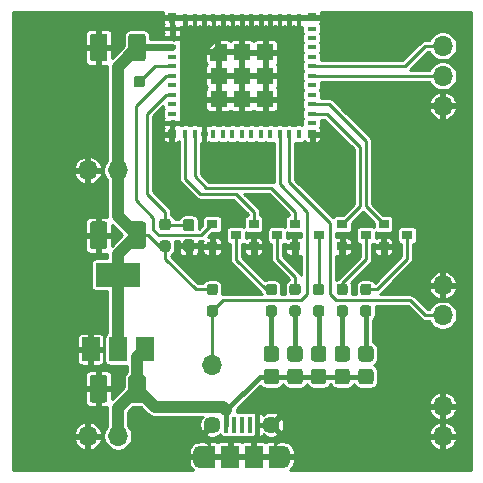
<source format=gtl>
G04 #@! TF.GenerationSoftware,KiCad,Pcbnew,5.1.10-88a1d61d58~90~ubuntu20.04.1*
G04 #@! TF.CreationDate,2021-11-08T15:05:55+08:00*
G04 #@! TF.ProjectId,esp32-c3-test,65737033-322d-4633-932d-746573742e6b,rev?*
G04 #@! TF.SameCoordinates,Original*
G04 #@! TF.FileFunction,Copper,L1,Top*
G04 #@! TF.FilePolarity,Positive*
%FSLAX46Y46*%
G04 Gerber Fmt 4.6, Leading zero omitted, Abs format (unit mm)*
G04 Created by KiCad (PCBNEW 5.1.10-88a1d61d58~90~ubuntu20.04.1) date 2021-11-08 15:05:55*
%MOMM*%
%LPD*%
G01*
G04 APERTURE LIST*
G04 #@! TA.AperFunction,SMDPad,CuDef*
%ADD10C,0.100000*%
G04 #@! TD*
G04 #@! TA.AperFunction,SMDPad,CuDef*
%ADD11R,0.400000X0.800000*%
G04 #@! TD*
G04 #@! TA.AperFunction,SMDPad,CuDef*
%ADD12R,0.700000X0.700000*%
G04 #@! TD*
G04 #@! TA.AperFunction,SMDPad,CuDef*
%ADD13R,0.800000X0.400000*%
G04 #@! TD*
G04 #@! TA.AperFunction,SMDPad,CuDef*
%ADD14R,1.450000X1.450000*%
G04 #@! TD*
G04 #@! TA.AperFunction,ComponentPad*
%ADD15O,1.700000X1.700000*%
G04 #@! TD*
G04 #@! TA.AperFunction,SMDPad,CuDef*
%ADD16R,0.900000X0.800000*%
G04 #@! TD*
G04 #@! TA.AperFunction,SMDPad,CuDef*
%ADD17R,1.500000X2.000000*%
G04 #@! TD*
G04 #@! TA.AperFunction,SMDPad,CuDef*
%ADD18R,3.800000X2.000000*%
G04 #@! TD*
G04 #@! TA.AperFunction,SMDPad,CuDef*
%ADD19R,1.200000X1.900000*%
G04 #@! TD*
G04 #@! TA.AperFunction,ComponentPad*
%ADD20O,1.200000X1.900000*%
G04 #@! TD*
G04 #@! TA.AperFunction,SMDPad,CuDef*
%ADD21R,1.500000X1.900000*%
G04 #@! TD*
G04 #@! TA.AperFunction,ComponentPad*
%ADD22C,1.450000*%
G04 #@! TD*
G04 #@! TA.AperFunction,SMDPad,CuDef*
%ADD23R,0.400000X1.350000*%
G04 #@! TD*
G04 #@! TA.AperFunction,ViaPad*
%ADD24C,0.600000*%
G04 #@! TD*
G04 #@! TA.AperFunction,Conductor*
%ADD25C,0.500000*%
G04 #@! TD*
G04 #@! TA.AperFunction,Conductor*
%ADD26C,0.400000*%
G04 #@! TD*
G04 #@! TA.AperFunction,Conductor*
%ADD27C,0.600000*%
G04 #@! TD*
G04 #@! TA.AperFunction,Conductor*
%ADD28C,0.250000*%
G04 #@! TD*
G04 #@! TA.AperFunction,Conductor*
%ADD29C,1.000000*%
G04 #@! TD*
G04 #@! TA.AperFunction,Conductor*
%ADD30C,0.254000*%
G04 #@! TD*
G04 #@! TA.AperFunction,Conductor*
%ADD31C,0.100000*%
G04 #@! TD*
G04 APERTURE END LIST*
G04 #@! TA.AperFunction,SMDPad,CuDef*
D10*
G36*
X98750000Y-59750000D02*
G01*
X97300000Y-59750000D01*
X97300000Y-58900000D01*
X97900000Y-58300000D01*
X98750000Y-58300000D01*
X98750000Y-59750000D01*
G37*
G04 #@! TD.AperFunction*
D11*
X95200000Y-56100000D03*
X96000000Y-56100000D03*
X96800000Y-56100000D03*
X97600000Y-56100000D03*
X98400000Y-56100000D03*
X99200000Y-56100000D03*
X100000000Y-56100000D03*
X100800000Y-56100000D03*
X101600000Y-56100000D03*
X102400000Y-56100000D03*
X103200000Y-56100000D03*
X104000000Y-56100000D03*
X104800000Y-56100000D03*
X104800000Y-65900000D03*
X104000000Y-65900000D03*
X103200000Y-65900000D03*
X102400000Y-65900000D03*
X101600000Y-65900000D03*
X100800000Y-65900000D03*
X100000000Y-65900000D03*
X99200000Y-65900000D03*
X98400000Y-65900000D03*
X97600000Y-65900000D03*
X96800000Y-65900000D03*
X96000000Y-65900000D03*
X95200000Y-65900000D03*
D12*
X94050000Y-56050000D03*
X94050000Y-65950000D03*
X105950000Y-65950000D03*
X105950000Y-56050000D03*
D13*
X105900000Y-57000000D03*
X105900000Y-57800000D03*
X105900000Y-58600000D03*
X105900000Y-59400000D03*
X105900000Y-60200000D03*
X105900000Y-61000000D03*
X105900000Y-61800000D03*
X105900000Y-62600000D03*
X105900000Y-63400000D03*
X105900000Y-64200000D03*
X105900000Y-65000000D03*
X94100000Y-65000000D03*
X94100000Y-64200000D03*
X94100000Y-63400000D03*
X94100000Y-62600000D03*
X94100000Y-61800000D03*
X94100000Y-61000000D03*
X94100000Y-60200000D03*
X94100000Y-59400000D03*
X94100000Y-58600000D03*
X94100000Y-57800000D03*
X94100000Y-57000000D03*
D14*
X101975000Y-59025000D03*
X100000000Y-59025000D03*
X98025000Y-61000000D03*
X98025000Y-62975000D03*
X100000000Y-62975000D03*
X101975000Y-62975000D03*
X101975000Y-61000000D03*
X100000000Y-61000000D03*
D15*
X117000000Y-91500000D03*
X117000000Y-88960000D03*
X89500000Y-69000000D03*
X86960000Y-69000000D03*
X89500000Y-91500000D03*
X86960000Y-91500000D03*
X97500000Y-85500000D03*
X117000000Y-81270000D03*
X117000000Y-78730000D03*
G04 #@! TA.AperFunction,SMDPad,CuDef*
G36*
G01*
X88625000Y-73575000D02*
X88625000Y-75425000D01*
G75*
G02*
X88375000Y-75675000I-250000J0D01*
G01*
X87375000Y-75675000D01*
G75*
G02*
X87125000Y-75425000I0J250000D01*
G01*
X87125000Y-73575000D01*
G75*
G02*
X87375000Y-73325000I250000J0D01*
G01*
X88375000Y-73325000D01*
G75*
G02*
X88625000Y-73575000I0J-250000D01*
G01*
G37*
G04 #@! TD.AperFunction*
G04 #@! TA.AperFunction,SMDPad,CuDef*
G36*
G01*
X91875000Y-73575000D02*
X91875000Y-75425000D01*
G75*
G02*
X91625000Y-75675000I-250000J0D01*
G01*
X90625000Y-75675000D01*
G75*
G02*
X90375000Y-75425000I0J250000D01*
G01*
X90375000Y-73575000D01*
G75*
G02*
X90625000Y-73325000I250000J0D01*
G01*
X91625000Y-73325000D01*
G75*
G02*
X91875000Y-73575000I0J-250000D01*
G01*
G37*
G04 #@! TD.AperFunction*
G04 #@! TA.AperFunction,SMDPad,CuDef*
G36*
G01*
X88625000Y-86575000D02*
X88625000Y-88425000D01*
G75*
G02*
X88375000Y-88675000I-250000J0D01*
G01*
X87375000Y-88675000D01*
G75*
G02*
X87125000Y-88425000I0J250000D01*
G01*
X87125000Y-86575000D01*
G75*
G02*
X87375000Y-86325000I250000J0D01*
G01*
X88375000Y-86325000D01*
G75*
G02*
X88625000Y-86575000I0J-250000D01*
G01*
G37*
G04 #@! TD.AperFunction*
G04 #@! TA.AperFunction,SMDPad,CuDef*
G36*
G01*
X91875000Y-86575000D02*
X91875000Y-88425000D01*
G75*
G02*
X91625000Y-88675000I-250000J0D01*
G01*
X90625000Y-88675000D01*
G75*
G02*
X90375000Y-88425000I0J250000D01*
G01*
X90375000Y-86575000D01*
G75*
G02*
X90625000Y-86325000I250000J0D01*
G01*
X91625000Y-86325000D01*
G75*
G02*
X91875000Y-86575000I0J-250000D01*
G01*
G37*
G04 #@! TD.AperFunction*
G04 #@! TA.AperFunction,SMDPad,CuDef*
G36*
G01*
X88625000Y-57675000D02*
X88625000Y-59525000D01*
G75*
G02*
X88375000Y-59775000I-250000J0D01*
G01*
X87375000Y-59775000D01*
G75*
G02*
X87125000Y-59525000I0J250000D01*
G01*
X87125000Y-57675000D01*
G75*
G02*
X87375000Y-57425000I250000J0D01*
G01*
X88375000Y-57425000D01*
G75*
G02*
X88625000Y-57675000I0J-250000D01*
G01*
G37*
G04 #@! TD.AperFunction*
G04 #@! TA.AperFunction,SMDPad,CuDef*
G36*
G01*
X91875000Y-57675000D02*
X91875000Y-59525000D01*
G75*
G02*
X91625000Y-59775000I-250000J0D01*
G01*
X90625000Y-59775000D01*
G75*
G02*
X90375000Y-59525000I0J250000D01*
G01*
X90375000Y-57675000D01*
G75*
G02*
X90625000Y-57425000I250000J0D01*
G01*
X91625000Y-57425000D01*
G75*
G02*
X91875000Y-57675000I0J-250000D01*
G01*
G37*
G04 #@! TD.AperFunction*
X117000000Y-58460000D03*
X117000000Y-61000000D03*
X117000000Y-63540000D03*
G04 #@! TA.AperFunction,SMDPad,CuDef*
G36*
G01*
X89987500Y-61262500D02*
X89987500Y-61737500D01*
G75*
G02*
X89750000Y-61975000I-237500J0D01*
G01*
X89250000Y-61975000D01*
G75*
G02*
X89012500Y-61737500I0J237500D01*
G01*
X89012500Y-61262500D01*
G75*
G02*
X89250000Y-61025000I237500J0D01*
G01*
X89750000Y-61025000D01*
G75*
G02*
X89987500Y-61262500I0J-237500D01*
G01*
G37*
G04 #@! TD.AperFunction*
G04 #@! TA.AperFunction,SMDPad,CuDef*
G36*
G01*
X91812500Y-61262500D02*
X91812500Y-61737500D01*
G75*
G02*
X91575000Y-61975000I-237500J0D01*
G01*
X91075000Y-61975000D01*
G75*
G02*
X90837500Y-61737500I0J237500D01*
G01*
X90837500Y-61262500D01*
G75*
G02*
X91075000Y-61025000I237500J0D01*
G01*
X91575000Y-61025000D01*
G75*
G02*
X91812500Y-61262500I0J-237500D01*
G01*
G37*
G04 #@! TD.AperFunction*
G04 #@! TA.AperFunction,SMDPad,CuDef*
G36*
G01*
X95262500Y-74825000D02*
X95737500Y-74825000D01*
G75*
G02*
X95975000Y-75062500I0J-237500D01*
G01*
X95975000Y-75662500D01*
G75*
G02*
X95737500Y-75900000I-237500J0D01*
G01*
X95262500Y-75900000D01*
G75*
G02*
X95025000Y-75662500I0J237500D01*
G01*
X95025000Y-75062500D01*
G75*
G02*
X95262500Y-74825000I237500J0D01*
G01*
G37*
G04 #@! TD.AperFunction*
G04 #@! TA.AperFunction,SMDPad,CuDef*
G36*
G01*
X95262500Y-73100000D02*
X95737500Y-73100000D01*
G75*
G02*
X95975000Y-73337500I0J-237500D01*
G01*
X95975000Y-73937500D01*
G75*
G02*
X95737500Y-74175000I-237500J0D01*
G01*
X95262500Y-74175000D01*
G75*
G02*
X95025000Y-73937500I0J237500D01*
G01*
X95025000Y-73337500D01*
G75*
G02*
X95262500Y-73100000I237500J0D01*
G01*
G37*
G04 #@! TD.AperFunction*
G04 #@! TA.AperFunction,SMDPad,CuDef*
G36*
G01*
X93737500Y-74075000D02*
X93262500Y-74075000D01*
G75*
G02*
X93025000Y-73837500I0J237500D01*
G01*
X93025000Y-73337500D01*
G75*
G02*
X93262500Y-73100000I237500J0D01*
G01*
X93737500Y-73100000D01*
G75*
G02*
X93975000Y-73337500I0J-237500D01*
G01*
X93975000Y-73837500D01*
G75*
G02*
X93737500Y-74075000I-237500J0D01*
G01*
G37*
G04 #@! TD.AperFunction*
G04 #@! TA.AperFunction,SMDPad,CuDef*
G36*
G01*
X93737500Y-75900000D02*
X93262500Y-75900000D01*
G75*
G02*
X93025000Y-75662500I0J237500D01*
G01*
X93025000Y-75162500D01*
G75*
G02*
X93262500Y-74925000I237500J0D01*
G01*
X93737500Y-74925000D01*
G75*
G02*
X93975000Y-75162500I0J-237500D01*
G01*
X93975000Y-75662500D01*
G75*
G02*
X93737500Y-75900000I-237500J0D01*
G01*
G37*
G04 #@! TD.AperFunction*
D16*
X114000000Y-74500000D03*
X112000000Y-75450000D03*
X112000000Y-73550000D03*
X110500000Y-74500000D03*
X108500000Y-75450000D03*
X108500000Y-73550000D03*
X106500000Y-74500000D03*
X104500000Y-75450000D03*
X104500000Y-73550000D03*
X103000000Y-74500000D03*
X101000000Y-75450000D03*
X101000000Y-73550000D03*
X99500000Y-74500000D03*
X97500000Y-75450000D03*
X97500000Y-73550000D03*
D17*
X87200000Y-84150000D03*
X91800000Y-84150000D03*
X89500000Y-84150000D03*
D18*
X89500000Y-77850000D03*
G04 #@! TA.AperFunction,SMDPad,CuDef*
G36*
G01*
X110737500Y-79575000D02*
X110262500Y-79575000D01*
G75*
G02*
X110025000Y-79337500I0J237500D01*
G01*
X110025000Y-78837500D01*
G75*
G02*
X110262500Y-78600000I237500J0D01*
G01*
X110737500Y-78600000D01*
G75*
G02*
X110975000Y-78837500I0J-237500D01*
G01*
X110975000Y-79337500D01*
G75*
G02*
X110737500Y-79575000I-237500J0D01*
G01*
G37*
G04 #@! TD.AperFunction*
G04 #@! TA.AperFunction,SMDPad,CuDef*
G36*
G01*
X110737500Y-81400000D02*
X110262500Y-81400000D01*
G75*
G02*
X110025000Y-81162500I0J237500D01*
G01*
X110025000Y-80662500D01*
G75*
G02*
X110262500Y-80425000I237500J0D01*
G01*
X110737500Y-80425000D01*
G75*
G02*
X110975000Y-80662500I0J-237500D01*
G01*
X110975000Y-81162500D01*
G75*
G02*
X110737500Y-81400000I-237500J0D01*
G01*
G37*
G04 #@! TD.AperFunction*
G04 #@! TA.AperFunction,SMDPad,CuDef*
G36*
G01*
X108737500Y-79575000D02*
X108262500Y-79575000D01*
G75*
G02*
X108025000Y-79337500I0J237500D01*
G01*
X108025000Y-78837500D01*
G75*
G02*
X108262500Y-78600000I237500J0D01*
G01*
X108737500Y-78600000D01*
G75*
G02*
X108975000Y-78837500I0J-237500D01*
G01*
X108975000Y-79337500D01*
G75*
G02*
X108737500Y-79575000I-237500J0D01*
G01*
G37*
G04 #@! TD.AperFunction*
G04 #@! TA.AperFunction,SMDPad,CuDef*
G36*
G01*
X108737500Y-81400000D02*
X108262500Y-81400000D01*
G75*
G02*
X108025000Y-81162500I0J237500D01*
G01*
X108025000Y-80662500D01*
G75*
G02*
X108262500Y-80425000I237500J0D01*
G01*
X108737500Y-80425000D01*
G75*
G02*
X108975000Y-80662500I0J-237500D01*
G01*
X108975000Y-81162500D01*
G75*
G02*
X108737500Y-81400000I-237500J0D01*
G01*
G37*
G04 #@! TD.AperFunction*
G04 #@! TA.AperFunction,SMDPad,CuDef*
G36*
G01*
X106737500Y-79575000D02*
X106262500Y-79575000D01*
G75*
G02*
X106025000Y-79337500I0J237500D01*
G01*
X106025000Y-78837500D01*
G75*
G02*
X106262500Y-78600000I237500J0D01*
G01*
X106737500Y-78600000D01*
G75*
G02*
X106975000Y-78837500I0J-237500D01*
G01*
X106975000Y-79337500D01*
G75*
G02*
X106737500Y-79575000I-237500J0D01*
G01*
G37*
G04 #@! TD.AperFunction*
G04 #@! TA.AperFunction,SMDPad,CuDef*
G36*
G01*
X106737500Y-81400000D02*
X106262500Y-81400000D01*
G75*
G02*
X106025000Y-81162500I0J237500D01*
G01*
X106025000Y-80662500D01*
G75*
G02*
X106262500Y-80425000I237500J0D01*
G01*
X106737500Y-80425000D01*
G75*
G02*
X106975000Y-80662500I0J-237500D01*
G01*
X106975000Y-81162500D01*
G75*
G02*
X106737500Y-81400000I-237500J0D01*
G01*
G37*
G04 #@! TD.AperFunction*
G04 #@! TA.AperFunction,SMDPad,CuDef*
G36*
G01*
X104737500Y-79575000D02*
X104262500Y-79575000D01*
G75*
G02*
X104025000Y-79337500I0J237500D01*
G01*
X104025000Y-78837500D01*
G75*
G02*
X104262500Y-78600000I237500J0D01*
G01*
X104737500Y-78600000D01*
G75*
G02*
X104975000Y-78837500I0J-237500D01*
G01*
X104975000Y-79337500D01*
G75*
G02*
X104737500Y-79575000I-237500J0D01*
G01*
G37*
G04 #@! TD.AperFunction*
G04 #@! TA.AperFunction,SMDPad,CuDef*
G36*
G01*
X104737500Y-81400000D02*
X104262500Y-81400000D01*
G75*
G02*
X104025000Y-81162500I0J237500D01*
G01*
X104025000Y-80662500D01*
G75*
G02*
X104262500Y-80425000I237500J0D01*
G01*
X104737500Y-80425000D01*
G75*
G02*
X104975000Y-80662500I0J-237500D01*
G01*
X104975000Y-81162500D01*
G75*
G02*
X104737500Y-81400000I-237500J0D01*
G01*
G37*
G04 #@! TD.AperFunction*
G04 #@! TA.AperFunction,SMDPad,CuDef*
G36*
G01*
X102737500Y-79575000D02*
X102262500Y-79575000D01*
G75*
G02*
X102025000Y-79337500I0J237500D01*
G01*
X102025000Y-78837500D01*
G75*
G02*
X102262500Y-78600000I237500J0D01*
G01*
X102737500Y-78600000D01*
G75*
G02*
X102975000Y-78837500I0J-237500D01*
G01*
X102975000Y-79337500D01*
G75*
G02*
X102737500Y-79575000I-237500J0D01*
G01*
G37*
G04 #@! TD.AperFunction*
G04 #@! TA.AperFunction,SMDPad,CuDef*
G36*
G01*
X102737500Y-81400000D02*
X102262500Y-81400000D01*
G75*
G02*
X102025000Y-81162500I0J237500D01*
G01*
X102025000Y-80662500D01*
G75*
G02*
X102262500Y-80425000I237500J0D01*
G01*
X102737500Y-80425000D01*
G75*
G02*
X102975000Y-80662500I0J-237500D01*
G01*
X102975000Y-81162500D01*
G75*
G02*
X102737500Y-81400000I-237500J0D01*
G01*
G37*
G04 #@! TD.AperFunction*
G04 #@! TA.AperFunction,SMDPad,CuDef*
G36*
G01*
X97262500Y-80425000D02*
X97737500Y-80425000D01*
G75*
G02*
X97975000Y-80662500I0J-237500D01*
G01*
X97975000Y-81162500D01*
G75*
G02*
X97737500Y-81400000I-237500J0D01*
G01*
X97262500Y-81400000D01*
G75*
G02*
X97025000Y-81162500I0J237500D01*
G01*
X97025000Y-80662500D01*
G75*
G02*
X97262500Y-80425000I237500J0D01*
G01*
G37*
G04 #@! TD.AperFunction*
G04 #@! TA.AperFunction,SMDPad,CuDef*
G36*
G01*
X97262500Y-78600000D02*
X97737500Y-78600000D01*
G75*
G02*
X97975000Y-78837500I0J-237500D01*
G01*
X97975000Y-79337500D01*
G75*
G02*
X97737500Y-79575000I-237500J0D01*
G01*
X97262500Y-79575000D01*
G75*
G02*
X97025000Y-79337500I0J237500D01*
G01*
X97025000Y-78837500D01*
G75*
G02*
X97262500Y-78600000I237500J0D01*
G01*
G37*
G04 #@! TD.AperFunction*
D19*
X97100000Y-93237500D03*
X102900000Y-93237500D03*
D20*
X103500000Y-93237500D03*
X96500000Y-93237500D03*
D21*
X99000000Y-93237500D03*
D22*
X102500000Y-90537500D03*
D23*
X100000000Y-90537500D03*
X100650000Y-90537500D03*
X101300000Y-90537500D03*
X98700000Y-90537500D03*
X99350000Y-90537500D03*
D22*
X97500000Y-90537500D03*
D21*
X101000000Y-93237500D03*
G04 #@! TA.AperFunction,SMDPad,CuDef*
G36*
G01*
X110099999Y-85800000D02*
X110900001Y-85800000D01*
G75*
G02*
X111150000Y-86049999I0J-249999D01*
G01*
X111150000Y-86875001D01*
G75*
G02*
X110900001Y-87125000I-249999J0D01*
G01*
X110099999Y-87125000D01*
G75*
G02*
X109850000Y-86875001I0J249999D01*
G01*
X109850000Y-86049999D01*
G75*
G02*
X110099999Y-85800000I249999J0D01*
G01*
G37*
G04 #@! TD.AperFunction*
G04 #@! TA.AperFunction,SMDPad,CuDef*
G36*
G01*
X110099999Y-83875000D02*
X110900001Y-83875000D01*
G75*
G02*
X111150000Y-84124999I0J-249999D01*
G01*
X111150000Y-84950001D01*
G75*
G02*
X110900001Y-85200000I-249999J0D01*
G01*
X110099999Y-85200000D01*
G75*
G02*
X109850000Y-84950001I0J249999D01*
G01*
X109850000Y-84124999D01*
G75*
G02*
X110099999Y-83875000I249999J0D01*
G01*
G37*
G04 #@! TD.AperFunction*
G04 #@! TA.AperFunction,SMDPad,CuDef*
G36*
G01*
X108099999Y-85800000D02*
X108900001Y-85800000D01*
G75*
G02*
X109150000Y-86049999I0J-249999D01*
G01*
X109150000Y-86875001D01*
G75*
G02*
X108900001Y-87125000I-249999J0D01*
G01*
X108099999Y-87125000D01*
G75*
G02*
X107850000Y-86875001I0J249999D01*
G01*
X107850000Y-86049999D01*
G75*
G02*
X108099999Y-85800000I249999J0D01*
G01*
G37*
G04 #@! TD.AperFunction*
G04 #@! TA.AperFunction,SMDPad,CuDef*
G36*
G01*
X108099999Y-83875000D02*
X108900001Y-83875000D01*
G75*
G02*
X109150000Y-84124999I0J-249999D01*
G01*
X109150000Y-84950001D01*
G75*
G02*
X108900001Y-85200000I-249999J0D01*
G01*
X108099999Y-85200000D01*
G75*
G02*
X107850000Y-84950001I0J249999D01*
G01*
X107850000Y-84124999D01*
G75*
G02*
X108099999Y-83875000I249999J0D01*
G01*
G37*
G04 #@! TD.AperFunction*
G04 #@! TA.AperFunction,SMDPad,CuDef*
G36*
G01*
X106099999Y-85800000D02*
X106900001Y-85800000D01*
G75*
G02*
X107150000Y-86049999I0J-249999D01*
G01*
X107150000Y-86875001D01*
G75*
G02*
X106900001Y-87125000I-249999J0D01*
G01*
X106099999Y-87125000D01*
G75*
G02*
X105850000Y-86875001I0J249999D01*
G01*
X105850000Y-86049999D01*
G75*
G02*
X106099999Y-85800000I249999J0D01*
G01*
G37*
G04 #@! TD.AperFunction*
G04 #@! TA.AperFunction,SMDPad,CuDef*
G36*
G01*
X106099999Y-83875000D02*
X106900001Y-83875000D01*
G75*
G02*
X107150000Y-84124999I0J-249999D01*
G01*
X107150000Y-84950001D01*
G75*
G02*
X106900001Y-85200000I-249999J0D01*
G01*
X106099999Y-85200000D01*
G75*
G02*
X105850000Y-84950001I0J249999D01*
G01*
X105850000Y-84124999D01*
G75*
G02*
X106099999Y-83875000I249999J0D01*
G01*
G37*
G04 #@! TD.AperFunction*
G04 #@! TA.AperFunction,SMDPad,CuDef*
G36*
G01*
X104099999Y-85800000D02*
X104900001Y-85800000D01*
G75*
G02*
X105150000Y-86049999I0J-249999D01*
G01*
X105150000Y-86875001D01*
G75*
G02*
X104900001Y-87125000I-249999J0D01*
G01*
X104099999Y-87125000D01*
G75*
G02*
X103850000Y-86875001I0J249999D01*
G01*
X103850000Y-86049999D01*
G75*
G02*
X104099999Y-85800000I249999J0D01*
G01*
G37*
G04 #@! TD.AperFunction*
G04 #@! TA.AperFunction,SMDPad,CuDef*
G36*
G01*
X104099999Y-83875000D02*
X104900001Y-83875000D01*
G75*
G02*
X105150000Y-84124999I0J-249999D01*
G01*
X105150000Y-84950001D01*
G75*
G02*
X104900001Y-85200000I-249999J0D01*
G01*
X104099999Y-85200000D01*
G75*
G02*
X103850000Y-84950001I0J249999D01*
G01*
X103850000Y-84124999D01*
G75*
G02*
X104099999Y-83875000I249999J0D01*
G01*
G37*
G04 #@! TD.AperFunction*
G04 #@! TA.AperFunction,SMDPad,CuDef*
G36*
G01*
X102099999Y-85800000D02*
X102900001Y-85800000D01*
G75*
G02*
X103150000Y-86049999I0J-249999D01*
G01*
X103150000Y-86875001D01*
G75*
G02*
X102900001Y-87125000I-249999J0D01*
G01*
X102099999Y-87125000D01*
G75*
G02*
X101850000Y-86875001I0J249999D01*
G01*
X101850000Y-86049999D01*
G75*
G02*
X102099999Y-85800000I249999J0D01*
G01*
G37*
G04 #@! TD.AperFunction*
G04 #@! TA.AperFunction,SMDPad,CuDef*
G36*
G01*
X102099999Y-83875000D02*
X102900001Y-83875000D01*
G75*
G02*
X103150000Y-84124999I0J-249999D01*
G01*
X103150000Y-84950001D01*
G75*
G02*
X102900001Y-85200000I-249999J0D01*
G01*
X102099999Y-85200000D01*
G75*
G02*
X101850000Y-84950001I0J249999D01*
G01*
X101850000Y-84124999D01*
G75*
G02*
X102099999Y-83875000I249999J0D01*
G01*
G37*
G04 #@! TD.AperFunction*
D24*
X96000000Y-57500000D03*
X100000000Y-57500000D03*
X104000000Y-57500000D03*
X102000000Y-57500000D03*
X98000000Y-57500000D03*
X104000000Y-59000000D03*
X104000000Y-61000000D03*
X104000000Y-63000000D03*
X96000000Y-59000000D03*
X96000000Y-61000000D03*
X96000000Y-63000000D03*
X104000000Y-64500000D03*
X102000000Y-64500000D03*
X100000000Y-64500000D03*
X98000000Y-64500000D03*
X96000000Y-64500000D03*
X112000000Y-76500000D03*
X94000000Y-67000000D03*
X106000000Y-67000000D03*
X107000000Y-56000000D03*
X93000000Y-56000000D03*
X93000000Y-57000000D03*
X108500000Y-76500000D03*
X104500000Y-76500000D03*
X101000000Y-76500000D03*
X97500000Y-76500000D03*
X107000000Y-66000000D03*
X95500000Y-76500000D03*
X93000000Y-66000000D03*
X93000000Y-65000000D03*
X96800000Y-67000000D03*
X86500000Y-87500000D03*
X86500000Y-86500000D03*
X86500000Y-88500000D03*
X86500000Y-74500000D03*
X86500000Y-73500000D03*
X86500000Y-75500000D03*
X86500000Y-58500000D03*
X86500000Y-57500000D03*
X86500000Y-59500000D03*
X85500000Y-84500000D03*
X85500000Y-83500000D03*
X85500000Y-85500000D03*
X86500000Y-82500000D03*
X85500000Y-82500000D03*
X101300000Y-89300000D03*
X101300000Y-91700000D03*
X119000000Y-56000000D03*
X115000000Y-56000000D03*
X117000000Y-56000000D03*
X113000000Y-56000000D03*
X119000000Y-58000000D03*
X119000000Y-94000000D03*
X119000000Y-92000000D03*
X117000000Y-94000000D03*
X111000000Y-56000000D03*
X109000000Y-56000000D03*
X91500000Y-56000000D03*
X90000000Y-56000000D03*
X88500000Y-56000000D03*
X87000000Y-56000000D03*
X85500000Y-56000000D03*
X84000000Y-56000000D03*
X82500000Y-56000000D03*
X81000000Y-56000000D03*
X93000000Y-57800000D03*
X86500000Y-72500000D03*
X87500000Y-72500000D03*
X88500000Y-72500000D03*
X86500000Y-76500000D03*
X86500000Y-60500000D03*
X87500000Y-60500000D03*
X88500000Y-60500000D03*
X81000000Y-58000000D03*
X81000000Y-60000000D03*
X81000000Y-62000000D03*
X81000000Y-64000000D03*
X81000000Y-66000000D03*
X81000000Y-68000000D03*
X81000000Y-70000000D03*
X81000000Y-72000000D03*
X81000000Y-74000000D03*
X81000000Y-76000000D03*
X81000000Y-78000000D03*
X81000000Y-80000000D03*
X81000000Y-82000000D03*
X81000000Y-84000000D03*
X81000000Y-86000000D03*
X81000000Y-88000000D03*
X81000000Y-90000000D03*
X81000000Y-92000000D03*
X119000000Y-60000000D03*
X119000000Y-62000000D03*
X119000000Y-64000000D03*
X119000000Y-66000000D03*
X119000000Y-68000000D03*
X119000000Y-70000000D03*
X119000000Y-72000000D03*
X119000000Y-74000000D03*
X119000000Y-76000000D03*
X119000000Y-78000000D03*
X119000000Y-80000000D03*
X119000000Y-82000000D03*
X119000000Y-84000000D03*
X119000000Y-86000000D03*
X119000000Y-88000000D03*
X119000000Y-90000000D03*
X115000000Y-94000000D03*
X113000000Y-94000000D03*
X111000000Y-94000000D03*
X109000000Y-94000000D03*
X107000000Y-94000000D03*
X83000000Y-94000000D03*
X85000000Y-94000000D03*
X87000000Y-94000000D03*
X89000000Y-94000000D03*
X91000000Y-94000000D03*
X93000000Y-94000000D03*
X84000000Y-61000000D03*
X85000000Y-64000000D03*
X108000000Y-59500000D03*
X112500000Y-59000000D03*
X109500000Y-58000000D03*
X108000000Y-62000000D03*
X112500000Y-62000000D03*
X102000000Y-68000000D03*
X101500000Y-71500000D03*
X102000000Y-69500000D03*
X99500000Y-72500000D03*
X93000000Y-70000000D03*
X94500000Y-72500000D03*
X99000000Y-79000000D03*
X112000000Y-82500000D03*
X112000000Y-87000000D03*
X107500000Y-71500000D03*
X111500000Y-69000000D03*
X81000000Y-94000000D03*
X98700000Y-89300000D03*
D25*
X98000000Y-57500000D02*
X98000000Y-59000000D01*
D26*
X98000000Y-59000000D02*
X98025000Y-59025000D01*
D25*
X96000000Y-59000000D02*
X98000000Y-59000000D01*
X98025000Y-59025000D02*
X100000000Y-59025000D01*
X98025000Y-61000000D02*
X98025000Y-59025000D01*
D27*
X112000000Y-75450000D02*
X112000000Y-76500000D01*
D26*
X101300000Y-90537500D02*
X102500000Y-90537500D01*
D27*
X108500000Y-75450000D02*
X108500000Y-76500000D01*
X104500000Y-75450000D02*
X104500000Y-76500000D01*
X101000000Y-75450000D02*
X101000000Y-76500000D01*
X97500000Y-75450000D02*
X97500000Y-76500000D01*
X95500000Y-75362500D02*
X95500000Y-76500000D01*
D26*
X101300000Y-90537500D02*
X101300000Y-89300000D01*
X101300000Y-90537500D02*
X101300000Y-91700000D01*
D27*
X94100000Y-58600000D02*
X91225000Y-58600000D01*
D28*
X96087500Y-79087500D02*
X97500000Y-79087500D01*
X93500000Y-76500000D02*
X96087500Y-79087500D01*
X93500000Y-75412500D02*
X93500000Y-76500000D01*
D29*
X91125000Y-74500000D02*
X89500000Y-72875000D01*
X89500000Y-60225000D02*
X91125000Y-58600000D01*
X89500000Y-61500000D02*
X89500000Y-60225000D01*
D26*
X94100000Y-58600000D02*
X91125000Y-58600000D01*
D28*
X92062500Y-74500000D02*
X91125000Y-74500000D01*
X92975000Y-75412500D02*
X92062500Y-74500000D01*
X93500000Y-75412500D02*
X92975000Y-75412500D01*
D29*
X89500000Y-84150000D02*
X89500000Y-77850000D01*
X89500000Y-76125000D02*
X91125000Y-74500000D01*
X89500000Y-77850000D02*
X89500000Y-76125000D01*
X89500000Y-72875000D02*
X89500000Y-69000000D01*
X89500000Y-69000000D02*
X89500000Y-61500000D01*
D26*
X98700000Y-90537500D02*
X98700000Y-89300000D01*
X102500000Y-86462500D02*
X110500000Y-86462500D01*
D29*
X91125000Y-84825000D02*
X91800000Y-84150000D01*
X91125000Y-87500000D02*
X91125000Y-84825000D01*
X98400000Y-89000000D02*
X98700000Y-89300000D01*
X92625000Y-89000000D02*
X98400000Y-89000000D01*
X91125000Y-87500000D02*
X92625000Y-89000000D01*
X89500000Y-89125000D02*
X89500000Y-91500000D01*
X91125000Y-87500000D02*
X89500000Y-89125000D01*
D26*
X101518750Y-86462500D02*
X102500000Y-86462500D01*
X98700000Y-89281250D02*
X101518750Y-86462500D01*
X98700000Y-89300000D02*
X98700000Y-89281250D01*
X102500000Y-80912500D02*
X102500000Y-84537500D01*
X104500000Y-80912500D02*
X104500000Y-84537500D01*
X106500000Y-80912500D02*
X106500000Y-84537500D01*
X108500000Y-80912500D02*
X108500000Y-84537500D01*
X110500000Y-80912500D02*
X110500000Y-84537500D01*
D28*
X105900000Y-61000000D02*
X117000000Y-61000000D01*
X115520000Y-58460000D02*
X117000000Y-58460000D01*
X113780000Y-60200000D02*
X115520000Y-58460000D01*
X105900000Y-60200000D02*
X113780000Y-60200000D01*
X104500000Y-72500000D02*
X104500000Y-73550000D01*
X102500000Y-70500000D02*
X104500000Y-72500000D01*
X97000000Y-70500000D02*
X102500000Y-70500000D01*
X96000000Y-69500000D02*
X97000000Y-70500000D01*
X96000000Y-65900000D02*
X96000000Y-69500000D01*
X101000000Y-72500000D02*
X101000000Y-73550000D01*
X99500000Y-71000000D02*
X101000000Y-72500000D01*
X96500000Y-71000000D02*
X99500000Y-71000000D01*
X95200000Y-69700000D02*
X96500000Y-71000000D01*
X95200000Y-65900000D02*
X95200000Y-69700000D01*
X110500000Y-72050000D02*
X112000000Y-73550000D01*
X110500000Y-66500000D02*
X110500000Y-72050000D01*
X107400000Y-63400000D02*
X110500000Y-66500000D01*
X105900000Y-63400000D02*
X107400000Y-63400000D01*
X110000000Y-72050000D02*
X108500000Y-73550000D01*
X110000000Y-67000000D02*
X110000000Y-72050000D01*
X107200000Y-64200000D02*
X110000000Y-67000000D01*
X105900000Y-64200000D02*
X107200000Y-64200000D01*
X92976844Y-74500000D02*
X96550000Y-74500000D01*
X92500000Y-74023156D02*
X92976844Y-74500000D01*
X96550000Y-74500000D02*
X97500000Y-73550000D01*
X92500000Y-73000000D02*
X92500000Y-74023156D01*
X91000000Y-63579998D02*
X91000000Y-71500000D01*
X93579998Y-61000000D02*
X91000000Y-63579998D01*
X91000000Y-71500000D02*
X92500000Y-73000000D01*
X94100000Y-61000000D02*
X93579998Y-61000000D01*
X102025000Y-79087500D02*
X102500000Y-79087500D01*
X99500000Y-76562500D02*
X102025000Y-79087500D01*
X99500000Y-74500000D02*
X99500000Y-76562500D01*
X104500000Y-78000000D02*
X104500000Y-79087500D01*
X103000000Y-76500000D02*
X104500000Y-78000000D01*
X103000000Y-74500000D02*
X103000000Y-76500000D01*
X106500000Y-74500000D02*
X106500000Y-79087500D01*
X108500000Y-78543750D02*
X108500000Y-79087500D01*
X110500000Y-76543750D02*
X108500000Y-78543750D01*
X110500000Y-74500000D02*
X110500000Y-76543750D01*
X114000000Y-76500000D02*
X114000000Y-74500000D01*
X111412500Y-79087500D02*
X114000000Y-76500000D01*
X110500000Y-79087500D02*
X111412500Y-79087500D01*
X103200000Y-70200000D02*
X103200000Y-65900000D01*
X105500000Y-72500000D02*
X103200000Y-70200000D01*
X105500000Y-79476576D02*
X105500000Y-72500000D01*
X104976576Y-80000000D02*
X105500000Y-79476576D01*
X98412500Y-80000000D02*
X104976576Y-80000000D01*
X97500000Y-80912500D02*
X98412500Y-80000000D01*
X97500000Y-80912500D02*
X97500000Y-85500000D01*
X108000000Y-80000000D02*
X114250000Y-80000000D01*
X107500000Y-79500000D02*
X108000000Y-80000000D01*
X114250000Y-80000000D02*
X115520000Y-81270000D01*
X107500000Y-73500000D02*
X107500000Y-79500000D01*
X115520000Y-81270000D02*
X117000000Y-81270000D01*
X104000000Y-70000000D02*
X107500000Y-73500000D01*
X104000000Y-65900000D02*
X104000000Y-70000000D01*
X93550000Y-73637500D02*
X93500000Y-73587500D01*
X95500000Y-73637500D02*
X93550000Y-73637500D01*
X92000000Y-71000000D02*
X92000000Y-64200000D01*
X93600000Y-62600000D02*
X94100000Y-62600000D01*
X92000000Y-64200000D02*
X93600000Y-62600000D01*
X93500000Y-72500000D02*
X92000000Y-71000000D01*
X93500000Y-73587500D02*
X93500000Y-72500000D01*
X92625000Y-60200000D02*
X91325000Y-61500000D01*
X94100000Y-60200000D02*
X92625000Y-60200000D01*
D30*
X93317157Y-55700000D02*
X93319000Y-55827750D01*
X93414250Y-55923000D01*
X93923000Y-55923000D01*
X93923000Y-55903000D01*
X94177000Y-55903000D01*
X94177000Y-55923000D01*
X94664250Y-55923000D01*
X94714250Y-55973000D01*
X95127000Y-55973000D01*
X95127000Y-55953000D01*
X95273000Y-55953000D01*
X95273000Y-55973000D01*
X95927000Y-55973000D01*
X95927000Y-55953000D01*
X96073000Y-55953000D01*
X96073000Y-55973000D01*
X96727000Y-55973000D01*
X96727000Y-55953000D01*
X96873000Y-55953000D01*
X96873000Y-55973000D01*
X97527000Y-55973000D01*
X97527000Y-55953000D01*
X97673000Y-55953000D01*
X97673000Y-55973000D01*
X98327000Y-55973000D01*
X98327000Y-55953000D01*
X98473000Y-55953000D01*
X98473000Y-55973000D01*
X99127000Y-55973000D01*
X99127000Y-55953000D01*
X99273000Y-55953000D01*
X99273000Y-55973000D01*
X99927000Y-55973000D01*
X99927000Y-55953000D01*
X100073000Y-55953000D01*
X100073000Y-55973000D01*
X100727000Y-55973000D01*
X100727000Y-55953000D01*
X100873000Y-55953000D01*
X100873000Y-55973000D01*
X101527000Y-55973000D01*
X101527000Y-55953000D01*
X101673000Y-55953000D01*
X101673000Y-55973000D01*
X102327000Y-55973000D01*
X102327000Y-55953000D01*
X102473000Y-55953000D01*
X102473000Y-55973000D01*
X103127000Y-55973000D01*
X103127000Y-55953000D01*
X103273000Y-55953000D01*
X103273000Y-55973000D01*
X103927000Y-55973000D01*
X103927000Y-55953000D01*
X104073000Y-55953000D01*
X104073000Y-55973000D01*
X104727000Y-55973000D01*
X104727000Y-55953000D01*
X104873000Y-55953000D01*
X104873000Y-55973000D01*
X105285750Y-55973000D01*
X105335750Y-55923000D01*
X105823000Y-55923000D01*
X105823000Y-55903000D01*
X106077000Y-55903000D01*
X106077000Y-55923000D01*
X106585750Y-55923000D01*
X106681000Y-55827750D01*
X106682843Y-55700000D01*
X106675653Y-55627000D01*
X119373000Y-55627000D01*
X119373000Y-94373000D01*
X104100627Y-94373000D01*
X104103869Y-94370974D01*
X104245114Y-94238111D01*
X104357725Y-94080245D01*
X104437374Y-93903443D01*
X104481000Y-93714500D01*
X104481000Y-93364500D01*
X101127000Y-93364500D01*
X101127000Y-93384500D01*
X100873000Y-93384500D01*
X100873000Y-93364500D01*
X99127000Y-93364500D01*
X99127000Y-93384500D01*
X98873000Y-93384500D01*
X98873000Y-93364500D01*
X95519000Y-93364500D01*
X95519000Y-93714500D01*
X95562626Y-93903443D01*
X95642275Y-94080245D01*
X95754886Y-94238111D01*
X95896131Y-94370974D01*
X95899373Y-94373000D01*
X80627000Y-94373000D01*
X80627000Y-92760500D01*
X95519000Y-92760500D01*
X95519000Y-93110500D01*
X98873000Y-93110500D01*
X98873000Y-92001750D01*
X99127000Y-92001750D01*
X99127000Y-93110500D01*
X100873000Y-93110500D01*
X100873000Y-92001750D01*
X101127000Y-92001750D01*
X101127000Y-93110500D01*
X104481000Y-93110500D01*
X104481000Y-92760500D01*
X104437374Y-92571557D01*
X104357725Y-92394755D01*
X104245114Y-92236889D01*
X104103869Y-92104026D01*
X103939418Y-92001271D01*
X103777607Y-91946598D01*
X103716812Y-91972556D01*
X103712696Y-91969178D01*
X103646508Y-91933799D01*
X103627002Y-91927882D01*
X103627002Y-91906500D01*
X103518713Y-91906500D01*
X103500000Y-91904657D01*
X103122250Y-91906500D01*
X103027000Y-92001750D01*
X103027000Y-92022254D01*
X102896131Y-92104026D01*
X102773000Y-92219850D01*
X102773000Y-92001750D01*
X102677750Y-91906500D01*
X102300000Y-91904657D01*
X102225311Y-91912013D01*
X102153492Y-91933799D01*
X102087304Y-91969178D01*
X102029289Y-92016789D01*
X102025000Y-92022015D01*
X102020711Y-92016789D01*
X101962696Y-91969178D01*
X101896508Y-91933799D01*
X101824689Y-91912013D01*
X101750000Y-91904657D01*
X101222250Y-91906500D01*
X101127000Y-92001750D01*
X100873000Y-92001750D01*
X100777750Y-91906500D01*
X100250000Y-91904657D01*
X100175311Y-91912013D01*
X100103492Y-91933799D01*
X100037304Y-91969178D01*
X100000000Y-91999792D01*
X99962696Y-91969178D01*
X99896508Y-91933799D01*
X99824689Y-91912013D01*
X99750000Y-91904657D01*
X99222250Y-91906500D01*
X99127000Y-92001750D01*
X98873000Y-92001750D01*
X98777750Y-91906500D01*
X98250000Y-91904657D01*
X98175311Y-91912013D01*
X98103492Y-91933799D01*
X98037304Y-91969178D01*
X97979289Y-92016789D01*
X97975000Y-92022015D01*
X97970711Y-92016789D01*
X97912696Y-91969178D01*
X97846508Y-91933799D01*
X97774689Y-91912013D01*
X97700000Y-91904657D01*
X97322250Y-91906500D01*
X97227000Y-92001750D01*
X97227000Y-92219850D01*
X97103869Y-92104026D01*
X96973000Y-92022254D01*
X96973000Y-92001750D01*
X96877750Y-91906500D01*
X96500000Y-91904657D01*
X96481287Y-91906500D01*
X96372998Y-91906500D01*
X96372998Y-91927882D01*
X96353492Y-91933799D01*
X96287304Y-91969178D01*
X96283188Y-91972556D01*
X96222393Y-91946598D01*
X96060582Y-92001271D01*
X95896131Y-92104026D01*
X95754886Y-92236889D01*
X95642275Y-92394755D01*
X95562626Y-92571557D01*
X95519000Y-92760500D01*
X80627000Y-92760500D01*
X80627000Y-91816981D01*
X85770505Y-91816981D01*
X85855201Y-92042949D01*
X85982353Y-92248052D01*
X86147076Y-92424408D01*
X86343039Y-92565239D01*
X86562712Y-92665134D01*
X86643020Y-92689489D01*
X86833000Y-92628627D01*
X86833000Y-91627000D01*
X87087000Y-91627000D01*
X87087000Y-92628627D01*
X87276980Y-92689489D01*
X87357288Y-92665134D01*
X87576961Y-92565239D01*
X87772924Y-92424408D01*
X87937647Y-92248052D01*
X88064799Y-92042949D01*
X88149495Y-91816981D01*
X88089187Y-91627000D01*
X87087000Y-91627000D01*
X86833000Y-91627000D01*
X85830813Y-91627000D01*
X85770505Y-91816981D01*
X80627000Y-91816981D01*
X80627000Y-91183019D01*
X85770505Y-91183019D01*
X85830813Y-91373000D01*
X86833000Y-91373000D01*
X86833000Y-90371373D01*
X87087000Y-90371373D01*
X87087000Y-91373000D01*
X88089187Y-91373000D01*
X88149495Y-91183019D01*
X88064799Y-90957051D01*
X87937647Y-90751948D01*
X87772924Y-90575592D01*
X87576961Y-90434761D01*
X87357288Y-90334866D01*
X87276980Y-90310511D01*
X87087000Y-90371373D01*
X86833000Y-90371373D01*
X86643020Y-90310511D01*
X86562712Y-90334866D01*
X86343039Y-90434761D01*
X86147076Y-90575592D01*
X85982353Y-90751948D01*
X85855201Y-90957051D01*
X85770505Y-91183019D01*
X80627000Y-91183019D01*
X80627000Y-88675000D01*
X86742157Y-88675000D01*
X86749513Y-88749689D01*
X86771299Y-88821508D01*
X86806678Y-88887696D01*
X86854289Y-88945711D01*
X86912304Y-88993322D01*
X86978492Y-89028701D01*
X87050311Y-89050487D01*
X87125000Y-89057843D01*
X87652750Y-89056000D01*
X87748000Y-88960750D01*
X87748000Y-87627000D01*
X86839250Y-87627000D01*
X86744000Y-87722250D01*
X86742157Y-88675000D01*
X80627000Y-88675000D01*
X80627000Y-86325000D01*
X86742157Y-86325000D01*
X86744000Y-87277750D01*
X86839250Y-87373000D01*
X87748000Y-87373000D01*
X87748000Y-86039250D01*
X88002000Y-86039250D01*
X88002000Y-87373000D01*
X88910750Y-87373000D01*
X89006000Y-87277750D01*
X89007843Y-86325000D01*
X89000487Y-86250311D01*
X88978701Y-86178492D01*
X88943322Y-86112304D01*
X88895711Y-86054289D01*
X88837696Y-86006678D01*
X88771508Y-85971299D01*
X88699689Y-85949513D01*
X88625000Y-85942157D01*
X88097250Y-85944000D01*
X88002000Y-86039250D01*
X87748000Y-86039250D01*
X87652750Y-85944000D01*
X87125000Y-85942157D01*
X87050311Y-85949513D01*
X86978492Y-85971299D01*
X86912304Y-86006678D01*
X86854289Y-86054289D01*
X86806678Y-86112304D01*
X86771299Y-86178492D01*
X86749513Y-86250311D01*
X86742157Y-86325000D01*
X80627000Y-86325000D01*
X80627000Y-85150000D01*
X86067157Y-85150000D01*
X86074513Y-85224689D01*
X86096299Y-85296508D01*
X86131678Y-85362696D01*
X86179289Y-85420711D01*
X86237304Y-85468322D01*
X86303492Y-85503701D01*
X86375311Y-85525487D01*
X86450000Y-85532843D01*
X86977750Y-85531000D01*
X87073000Y-85435750D01*
X87073000Y-84277000D01*
X87327000Y-84277000D01*
X87327000Y-85435750D01*
X87422250Y-85531000D01*
X87950000Y-85532843D01*
X88024689Y-85525487D01*
X88096508Y-85503701D01*
X88162696Y-85468322D01*
X88220711Y-85420711D01*
X88268322Y-85362696D01*
X88303701Y-85296508D01*
X88325487Y-85224689D01*
X88332843Y-85150000D01*
X88331000Y-84372250D01*
X88235750Y-84277000D01*
X87327000Y-84277000D01*
X87073000Y-84277000D01*
X86164250Y-84277000D01*
X86069000Y-84372250D01*
X86067157Y-85150000D01*
X80627000Y-85150000D01*
X80627000Y-83150000D01*
X86067157Y-83150000D01*
X86069000Y-83927750D01*
X86164250Y-84023000D01*
X87073000Y-84023000D01*
X87073000Y-82864250D01*
X87327000Y-82864250D01*
X87327000Y-84023000D01*
X88235750Y-84023000D01*
X88331000Y-83927750D01*
X88332843Y-83150000D01*
X88325487Y-83075311D01*
X88303701Y-83003492D01*
X88268322Y-82937304D01*
X88220711Y-82879289D01*
X88162696Y-82831678D01*
X88096508Y-82796299D01*
X88024689Y-82774513D01*
X87950000Y-82767157D01*
X87422250Y-82769000D01*
X87327000Y-82864250D01*
X87073000Y-82864250D01*
X86977750Y-82769000D01*
X86450000Y-82767157D01*
X86375311Y-82774513D01*
X86303492Y-82796299D01*
X86237304Y-82831678D01*
X86179289Y-82879289D01*
X86131678Y-82937304D01*
X86096299Y-83003492D01*
X86074513Y-83075311D01*
X86067157Y-83150000D01*
X80627000Y-83150000D01*
X80627000Y-76850000D01*
X87217157Y-76850000D01*
X87217157Y-78850000D01*
X87224513Y-78924689D01*
X87246299Y-78996508D01*
X87281678Y-79062696D01*
X87329289Y-79120711D01*
X87387304Y-79168322D01*
X87453492Y-79203701D01*
X87525311Y-79225487D01*
X87600000Y-79232843D01*
X88619001Y-79232843D01*
X88619000Y-82791595D01*
X88603492Y-82796299D01*
X88537304Y-82831678D01*
X88479289Y-82879289D01*
X88431678Y-82937304D01*
X88396299Y-83003492D01*
X88374513Y-83075311D01*
X88367157Y-83150000D01*
X88367157Y-85150000D01*
X88374513Y-85224689D01*
X88396299Y-85296508D01*
X88431678Y-85362696D01*
X88479289Y-85420711D01*
X88537304Y-85468322D01*
X88603492Y-85503701D01*
X88675311Y-85525487D01*
X88750000Y-85532843D01*
X90244001Y-85532843D01*
X90244001Y-86072946D01*
X90177512Y-86127512D01*
X90098810Y-86223411D01*
X90040329Y-86332821D01*
X90004317Y-86451538D01*
X89992157Y-86575000D01*
X89992157Y-87386921D01*
X89007257Y-88371822D01*
X89006000Y-87722250D01*
X88910750Y-87627000D01*
X88002000Y-87627000D01*
X88002000Y-88960750D01*
X88097250Y-89056000D01*
X88621354Y-89057830D01*
X88619507Y-89076585D01*
X88614738Y-89125000D01*
X88619000Y-89168271D01*
X88619001Y-90640102D01*
X88543820Y-90715283D01*
X88409102Y-90916903D01*
X88316307Y-91140931D01*
X88269000Y-91378757D01*
X88269000Y-91621243D01*
X88316307Y-91859069D01*
X88409102Y-92083097D01*
X88543820Y-92284717D01*
X88715283Y-92456180D01*
X88916903Y-92590898D01*
X89140931Y-92683693D01*
X89378757Y-92731000D01*
X89621243Y-92731000D01*
X89859069Y-92683693D01*
X90083097Y-92590898D01*
X90284717Y-92456180D01*
X90456180Y-92284717D01*
X90590898Y-92083097D01*
X90683693Y-91859069D01*
X90692065Y-91816980D01*
X115810511Y-91816980D01*
X115834866Y-91897288D01*
X115934761Y-92116961D01*
X116075592Y-92312924D01*
X116251948Y-92477647D01*
X116457051Y-92604799D01*
X116683019Y-92689495D01*
X116873000Y-92629187D01*
X116873000Y-91627000D01*
X117127000Y-91627000D01*
X117127000Y-92629187D01*
X117316981Y-92689495D01*
X117542949Y-92604799D01*
X117748052Y-92477647D01*
X117924408Y-92312924D01*
X118065239Y-92116961D01*
X118165134Y-91897288D01*
X118189489Y-91816980D01*
X118128627Y-91627000D01*
X117127000Y-91627000D01*
X116873000Y-91627000D01*
X115871373Y-91627000D01*
X115810511Y-91816980D01*
X90692065Y-91816980D01*
X90731000Y-91621243D01*
X90731000Y-91378757D01*
X90683693Y-91140931D01*
X90590898Y-90916903D01*
X90456180Y-90715283D01*
X90381000Y-90640103D01*
X90381000Y-89489921D01*
X90813078Y-89057843D01*
X91436921Y-89057843D01*
X91971439Y-89592361D01*
X91999025Y-89625975D01*
X92032637Y-89653559D01*
X92133174Y-89736068D01*
X92190429Y-89766671D01*
X92286225Y-89817875D01*
X92452294Y-89868252D01*
X92581727Y-89881000D01*
X92581729Y-89881000D01*
X92624999Y-89885262D01*
X92668269Y-89881000D01*
X96663892Y-89881000D01*
X96697338Y-89914446D01*
X96532139Y-89991288D01*
X96444176Y-90190604D01*
X96396787Y-90403251D01*
X96391795Y-90621057D01*
X96429389Y-90835652D01*
X96508128Y-91038789D01*
X96532139Y-91083712D01*
X96697340Y-91160555D01*
X97320395Y-90537500D01*
X97306253Y-90523358D01*
X97485858Y-90343753D01*
X97500000Y-90357895D01*
X97514143Y-90343753D01*
X97693748Y-90523358D01*
X97679605Y-90537500D01*
X97693748Y-90551643D01*
X97514143Y-90731248D01*
X97500000Y-90717105D01*
X96876945Y-91340160D01*
X96953788Y-91505361D01*
X97153104Y-91593324D01*
X97365751Y-91640713D01*
X97583557Y-91645705D01*
X97798152Y-91608111D01*
X98001289Y-91529372D01*
X98046212Y-91505361D01*
X98123054Y-91340162D01*
X98151351Y-91368459D01*
X98181678Y-91425196D01*
X98229289Y-91483211D01*
X98287304Y-91530822D01*
X98353492Y-91566201D01*
X98425311Y-91587987D01*
X98500000Y-91595343D01*
X98900000Y-91595343D01*
X98974689Y-91587987D01*
X99025000Y-91572725D01*
X99075311Y-91587987D01*
X99150000Y-91595343D01*
X99550000Y-91595343D01*
X99624689Y-91587987D01*
X99675000Y-91572725D01*
X99725311Y-91587987D01*
X99800000Y-91595343D01*
X100200000Y-91595343D01*
X100274689Y-91587987D01*
X100325000Y-91572725D01*
X100375311Y-91587987D01*
X100450000Y-91595343D01*
X100850000Y-91595343D01*
X100924689Y-91587987D01*
X100975000Y-91572725D01*
X101025311Y-91587987D01*
X101100000Y-91595343D01*
X101131750Y-91593500D01*
X101227000Y-91498250D01*
X101227000Y-91271827D01*
X101232843Y-91212500D01*
X101232843Y-89862500D01*
X101227000Y-89803173D01*
X101227000Y-89576750D01*
X101373000Y-89576750D01*
X101373000Y-90410500D01*
X101396621Y-90410500D01*
X101391795Y-90621057D01*
X101399406Y-90664500D01*
X101373000Y-90664500D01*
X101373000Y-91498250D01*
X101468250Y-91593500D01*
X101500000Y-91595343D01*
X101574689Y-91587987D01*
X101646508Y-91566201D01*
X101712696Y-91530822D01*
X101770711Y-91483211D01*
X101818322Y-91425196D01*
X101848649Y-91368459D01*
X101876946Y-91340162D01*
X101953788Y-91505361D01*
X102153104Y-91593324D01*
X102365751Y-91640713D01*
X102583557Y-91645705D01*
X102798152Y-91608111D01*
X103001289Y-91529372D01*
X103046212Y-91505361D01*
X103123055Y-91340160D01*
X102965915Y-91183020D01*
X115810511Y-91183020D01*
X115871373Y-91373000D01*
X116873000Y-91373000D01*
X116873000Y-90370813D01*
X117127000Y-90370813D01*
X117127000Y-91373000D01*
X118128627Y-91373000D01*
X118189489Y-91183020D01*
X118165134Y-91102712D01*
X118065239Y-90883039D01*
X117924408Y-90687076D01*
X117748052Y-90522353D01*
X117542949Y-90395201D01*
X117316981Y-90310505D01*
X117127000Y-90370813D01*
X116873000Y-90370813D01*
X116683019Y-90310505D01*
X116457051Y-90395201D01*
X116251948Y-90522353D01*
X116075592Y-90687076D01*
X115934761Y-90883039D01*
X115834866Y-91102712D01*
X115810511Y-91183020D01*
X102965915Y-91183020D01*
X102500000Y-90717105D01*
X102485858Y-90731248D01*
X102306253Y-90551643D01*
X102320395Y-90537500D01*
X102679605Y-90537500D01*
X103302660Y-91160555D01*
X103467861Y-91083712D01*
X103555824Y-90884396D01*
X103603213Y-90671749D01*
X103608205Y-90453943D01*
X103570611Y-90239348D01*
X103491872Y-90036211D01*
X103467861Y-89991288D01*
X103302660Y-89914445D01*
X102679605Y-90537500D01*
X102320395Y-90537500D01*
X102306253Y-90523358D01*
X102485858Y-90343753D01*
X102500000Y-90357895D01*
X103123055Y-89734840D01*
X103046212Y-89569639D01*
X102846896Y-89481676D01*
X102634249Y-89434287D01*
X102416443Y-89429295D01*
X102201848Y-89466889D01*
X101998711Y-89545628D01*
X101953788Y-89569639D01*
X101876946Y-89734838D01*
X101848649Y-89706541D01*
X101818322Y-89649804D01*
X101770711Y-89591789D01*
X101712696Y-89544178D01*
X101646508Y-89508799D01*
X101574689Y-89487013D01*
X101500000Y-89479657D01*
X101468250Y-89481500D01*
X101373000Y-89576750D01*
X101227000Y-89576750D01*
X101131750Y-89481500D01*
X101100000Y-89479657D01*
X101025311Y-89487013D01*
X100975000Y-89502275D01*
X100924689Y-89487013D01*
X100850000Y-89479657D01*
X100450000Y-89479657D01*
X100375311Y-89487013D01*
X100325000Y-89502275D01*
X100274689Y-89487013D01*
X100200000Y-89479657D01*
X99800000Y-89479657D01*
X99725311Y-89487013D01*
X99675000Y-89502275D01*
X99624689Y-89487013D01*
X99565674Y-89481201D01*
X99568251Y-89472705D01*
X99585262Y-89299999D01*
X99582995Y-89276980D01*
X115810511Y-89276980D01*
X115834866Y-89357288D01*
X115934761Y-89576961D01*
X116075592Y-89772924D01*
X116251948Y-89937647D01*
X116457051Y-90064799D01*
X116683019Y-90149495D01*
X116873000Y-90089187D01*
X116873000Y-89087000D01*
X117127000Y-89087000D01*
X117127000Y-90089187D01*
X117316981Y-90149495D01*
X117542949Y-90064799D01*
X117748052Y-89937647D01*
X117924408Y-89772924D01*
X118065239Y-89576961D01*
X118165134Y-89357288D01*
X118189489Y-89276980D01*
X118128627Y-89087000D01*
X117127000Y-89087000D01*
X116873000Y-89087000D01*
X115871373Y-89087000D01*
X115810511Y-89276980D01*
X99582995Y-89276980D01*
X99577878Y-89225029D01*
X100159887Y-88643020D01*
X115810511Y-88643020D01*
X115871373Y-88833000D01*
X116873000Y-88833000D01*
X116873000Y-87830813D01*
X117127000Y-87830813D01*
X117127000Y-88833000D01*
X118128627Y-88833000D01*
X118189489Y-88643020D01*
X118165134Y-88562712D01*
X118065239Y-88343039D01*
X117924408Y-88147076D01*
X117748052Y-87982353D01*
X117542949Y-87855201D01*
X117316981Y-87770505D01*
X117127000Y-87830813D01*
X116873000Y-87830813D01*
X116683019Y-87770505D01*
X116457051Y-87855201D01*
X116251948Y-87982353D01*
X116075592Y-88147076D01*
X115934761Y-88343039D01*
X115834866Y-88562712D01*
X115810511Y-88643020D01*
X100159887Y-88643020D01*
X101574941Y-87227967D01*
X101652512Y-87322488D01*
X101748411Y-87401190D01*
X101857821Y-87459671D01*
X101976538Y-87495683D01*
X102099999Y-87507843D01*
X102900001Y-87507843D01*
X103023462Y-87495683D01*
X103142179Y-87459671D01*
X103251589Y-87401190D01*
X103347488Y-87322488D01*
X103426190Y-87226589D01*
X103484671Y-87117179D01*
X103500000Y-87066645D01*
X103515329Y-87117179D01*
X103573810Y-87226589D01*
X103652512Y-87322488D01*
X103748411Y-87401190D01*
X103857821Y-87459671D01*
X103976538Y-87495683D01*
X104099999Y-87507843D01*
X104900001Y-87507843D01*
X105023462Y-87495683D01*
X105142179Y-87459671D01*
X105251589Y-87401190D01*
X105347488Y-87322488D01*
X105426190Y-87226589D01*
X105484671Y-87117179D01*
X105500000Y-87066645D01*
X105515329Y-87117179D01*
X105573810Y-87226589D01*
X105652512Y-87322488D01*
X105748411Y-87401190D01*
X105857821Y-87459671D01*
X105976538Y-87495683D01*
X106099999Y-87507843D01*
X106900001Y-87507843D01*
X107023462Y-87495683D01*
X107142179Y-87459671D01*
X107251589Y-87401190D01*
X107347488Y-87322488D01*
X107426190Y-87226589D01*
X107484671Y-87117179D01*
X107500000Y-87066645D01*
X107515329Y-87117179D01*
X107573810Y-87226589D01*
X107652512Y-87322488D01*
X107748411Y-87401190D01*
X107857821Y-87459671D01*
X107976538Y-87495683D01*
X108099999Y-87507843D01*
X108900001Y-87507843D01*
X109023462Y-87495683D01*
X109142179Y-87459671D01*
X109251589Y-87401190D01*
X109347488Y-87322488D01*
X109426190Y-87226589D01*
X109484671Y-87117179D01*
X109500000Y-87066645D01*
X109515329Y-87117179D01*
X109573810Y-87226589D01*
X109652512Y-87322488D01*
X109748411Y-87401190D01*
X109857821Y-87459671D01*
X109976538Y-87495683D01*
X110099999Y-87507843D01*
X110900001Y-87507843D01*
X111023462Y-87495683D01*
X111142179Y-87459671D01*
X111251589Y-87401190D01*
X111347488Y-87322488D01*
X111426190Y-87226589D01*
X111484671Y-87117179D01*
X111520683Y-86998462D01*
X111532843Y-86875001D01*
X111532843Y-86049999D01*
X111520683Y-85926538D01*
X111484671Y-85807821D01*
X111426190Y-85698411D01*
X111347488Y-85602512D01*
X111251589Y-85523810D01*
X111207044Y-85500000D01*
X111251589Y-85476190D01*
X111347488Y-85397488D01*
X111426190Y-85301589D01*
X111484671Y-85192179D01*
X111520683Y-85073462D01*
X111532843Y-84950001D01*
X111532843Y-84124999D01*
X111520683Y-84001538D01*
X111484671Y-83882821D01*
X111426190Y-83773411D01*
X111347488Y-83677512D01*
X111251589Y-83598810D01*
X111142179Y-83540329D01*
X111081000Y-83521771D01*
X111081000Y-81678907D01*
X111082144Y-81678296D01*
X111176149Y-81601149D01*
X111253296Y-81507144D01*
X111310622Y-81399895D01*
X111345923Y-81283523D01*
X111357843Y-81162500D01*
X111357843Y-80662500D01*
X111345923Y-80541477D01*
X111335161Y-80506000D01*
X114040409Y-80506000D01*
X115144628Y-81610220D01*
X115160473Y-81629527D01*
X115237521Y-81692759D01*
X115325425Y-81739745D01*
X115420806Y-81768678D01*
X115430694Y-81769652D01*
X115495146Y-81776000D01*
X115495153Y-81776000D01*
X115519999Y-81778447D01*
X115544845Y-81776000D01*
X115877168Y-81776000D01*
X115909102Y-81853097D01*
X116043820Y-82054717D01*
X116215283Y-82226180D01*
X116416903Y-82360898D01*
X116640931Y-82453693D01*
X116878757Y-82501000D01*
X117121243Y-82501000D01*
X117359069Y-82453693D01*
X117583097Y-82360898D01*
X117784717Y-82226180D01*
X117956180Y-82054717D01*
X118090898Y-81853097D01*
X118183693Y-81629069D01*
X118231000Y-81391243D01*
X118231000Y-81148757D01*
X118183693Y-80910931D01*
X118090898Y-80686903D01*
X117956180Y-80485283D01*
X117784717Y-80313820D01*
X117583097Y-80179102D01*
X117359069Y-80086307D01*
X117121243Y-80039000D01*
X116878757Y-80039000D01*
X116640931Y-80086307D01*
X116416903Y-80179102D01*
X116215283Y-80313820D01*
X116043820Y-80485283D01*
X115909102Y-80686903D01*
X115877168Y-80764000D01*
X115729592Y-80764000D01*
X114625376Y-79659785D01*
X114609527Y-79640473D01*
X114532479Y-79577241D01*
X114444575Y-79530255D01*
X114349193Y-79501322D01*
X114274854Y-79494000D01*
X114274846Y-79494000D01*
X114250000Y-79491553D01*
X114225154Y-79494000D01*
X111714791Y-79494000D01*
X111772027Y-79447027D01*
X111787876Y-79427715D01*
X112168611Y-79046980D01*
X115810511Y-79046980D01*
X115834866Y-79127288D01*
X115934761Y-79346961D01*
X116075592Y-79542924D01*
X116251948Y-79707647D01*
X116457051Y-79834799D01*
X116683019Y-79919495D01*
X116873000Y-79859187D01*
X116873000Y-78857000D01*
X117127000Y-78857000D01*
X117127000Y-79859187D01*
X117316981Y-79919495D01*
X117542949Y-79834799D01*
X117748052Y-79707647D01*
X117924408Y-79542924D01*
X118065239Y-79346961D01*
X118165134Y-79127288D01*
X118189489Y-79046980D01*
X118128627Y-78857000D01*
X117127000Y-78857000D01*
X116873000Y-78857000D01*
X115871373Y-78857000D01*
X115810511Y-79046980D01*
X112168611Y-79046980D01*
X112802571Y-78413020D01*
X115810511Y-78413020D01*
X115871373Y-78603000D01*
X116873000Y-78603000D01*
X116873000Y-77600813D01*
X117127000Y-77600813D01*
X117127000Y-78603000D01*
X118128627Y-78603000D01*
X118189489Y-78413020D01*
X118165134Y-78332712D01*
X118065239Y-78113039D01*
X117924408Y-77917076D01*
X117748052Y-77752353D01*
X117542949Y-77625201D01*
X117316981Y-77540505D01*
X117127000Y-77600813D01*
X116873000Y-77600813D01*
X116683019Y-77540505D01*
X116457051Y-77625201D01*
X116251948Y-77752353D01*
X116075592Y-77917076D01*
X115934761Y-78113039D01*
X115834866Y-78332712D01*
X115810511Y-78413020D01*
X112802571Y-78413020D01*
X114340220Y-76875372D01*
X114359527Y-76859527D01*
X114422759Y-76782479D01*
X114469745Y-76694575D01*
X114498678Y-76599193D01*
X114506000Y-76524854D01*
X114506000Y-76524853D01*
X114508448Y-76500000D01*
X114506000Y-76475146D01*
X114506000Y-75277328D01*
X114524689Y-75275487D01*
X114596508Y-75253701D01*
X114662696Y-75218322D01*
X114720711Y-75170711D01*
X114768322Y-75112696D01*
X114803701Y-75046508D01*
X114825487Y-74974689D01*
X114832843Y-74900000D01*
X114832843Y-74100000D01*
X114825487Y-74025311D01*
X114803701Y-73953492D01*
X114768322Y-73887304D01*
X114720711Y-73829289D01*
X114662696Y-73781678D01*
X114596508Y-73746299D01*
X114524689Y-73724513D01*
X114450000Y-73717157D01*
X113550000Y-73717157D01*
X113475311Y-73724513D01*
X113403492Y-73746299D01*
X113337304Y-73781678D01*
X113279289Y-73829289D01*
X113231678Y-73887304D01*
X113196299Y-73953492D01*
X113174513Y-74025311D01*
X113167157Y-74100000D01*
X113167157Y-74900000D01*
X113174513Y-74974689D01*
X113196299Y-75046508D01*
X113231678Y-75112696D01*
X113279289Y-75170711D01*
X113337304Y-75218322D01*
X113403492Y-75253701D01*
X113475311Y-75275487D01*
X113494001Y-75277328D01*
X113494000Y-76290408D01*
X111266622Y-78517787D01*
X111253296Y-78492856D01*
X111176149Y-78398851D01*
X111082144Y-78321704D01*
X110974895Y-78264378D01*
X110858523Y-78229077D01*
X110737500Y-78217157D01*
X110262500Y-78217157D01*
X110141477Y-78229077D01*
X110025105Y-78264378D01*
X109917856Y-78321704D01*
X109823851Y-78398851D01*
X109746704Y-78492856D01*
X109689378Y-78600105D01*
X109654077Y-78716477D01*
X109642157Y-78837500D01*
X109642157Y-79337500D01*
X109654077Y-79458523D01*
X109664839Y-79494000D01*
X109335161Y-79494000D01*
X109345923Y-79458523D01*
X109357843Y-79337500D01*
X109357843Y-78837500D01*
X109345923Y-78716477D01*
X109310622Y-78600105D01*
X109257890Y-78501451D01*
X110840220Y-76919122D01*
X110859527Y-76903277D01*
X110922759Y-76826229D01*
X110969745Y-76738325D01*
X110983016Y-76694574D01*
X110998678Y-76642944D01*
X111004153Y-76587354D01*
X111006000Y-76568604D01*
X111006000Y-76568597D01*
X111008447Y-76543751D01*
X111006000Y-76518905D01*
X111006000Y-75850000D01*
X111167157Y-75850000D01*
X111174513Y-75924689D01*
X111196299Y-75996508D01*
X111231678Y-76062696D01*
X111279289Y-76120711D01*
X111337304Y-76168322D01*
X111403492Y-76203701D01*
X111475311Y-76225487D01*
X111550000Y-76232843D01*
X111777750Y-76231000D01*
X111873000Y-76135750D01*
X111873000Y-75577000D01*
X112127000Y-75577000D01*
X112127000Y-76135750D01*
X112222250Y-76231000D01*
X112450000Y-76232843D01*
X112524689Y-76225487D01*
X112596508Y-76203701D01*
X112662696Y-76168322D01*
X112720711Y-76120711D01*
X112768322Y-76062696D01*
X112803701Y-75996508D01*
X112825487Y-75924689D01*
X112832843Y-75850000D01*
X112831000Y-75672250D01*
X112735750Y-75577000D01*
X112127000Y-75577000D01*
X111873000Y-75577000D01*
X111264250Y-75577000D01*
X111169000Y-75672250D01*
X111167157Y-75850000D01*
X111006000Y-75850000D01*
X111006000Y-75277328D01*
X111024689Y-75275487D01*
X111096508Y-75253701D01*
X111162696Y-75218322D01*
X111168850Y-75213272D01*
X111169000Y-75227750D01*
X111264250Y-75323000D01*
X111873000Y-75323000D01*
X111873000Y-74764250D01*
X112127000Y-74764250D01*
X112127000Y-75323000D01*
X112735750Y-75323000D01*
X112831000Y-75227750D01*
X112832843Y-75050000D01*
X112825487Y-74975311D01*
X112803701Y-74903492D01*
X112768322Y-74837304D01*
X112720711Y-74779289D01*
X112662696Y-74731678D01*
X112596508Y-74696299D01*
X112524689Y-74674513D01*
X112450000Y-74667157D01*
X112222250Y-74669000D01*
X112127000Y-74764250D01*
X111873000Y-74764250D01*
X111777750Y-74669000D01*
X111550000Y-74667157D01*
X111475311Y-74674513D01*
X111403492Y-74696299D01*
X111337304Y-74731678D01*
X111332843Y-74735339D01*
X111332843Y-74264661D01*
X111337304Y-74268322D01*
X111403492Y-74303701D01*
X111475311Y-74325487D01*
X111550000Y-74332843D01*
X112450000Y-74332843D01*
X112524689Y-74325487D01*
X112596508Y-74303701D01*
X112662696Y-74268322D01*
X112720711Y-74220711D01*
X112768322Y-74162696D01*
X112803701Y-74096508D01*
X112825487Y-74024689D01*
X112832843Y-73950000D01*
X112832843Y-73150000D01*
X112825487Y-73075311D01*
X112803701Y-73003492D01*
X112768322Y-72937304D01*
X112720711Y-72879289D01*
X112662696Y-72831678D01*
X112596508Y-72796299D01*
X112524689Y-72774513D01*
X112450000Y-72767157D01*
X111932749Y-72767157D01*
X111006000Y-71840409D01*
X111006000Y-66524845D01*
X111008447Y-66499999D01*
X111006000Y-66475153D01*
X111006000Y-66475146D01*
X110998678Y-66400807D01*
X110969745Y-66305425D01*
X110922759Y-66217521D01*
X110859527Y-66140473D01*
X110840220Y-66124628D01*
X108572572Y-63856980D01*
X115810511Y-63856980D01*
X115834866Y-63937288D01*
X115934761Y-64156961D01*
X116075592Y-64352924D01*
X116251948Y-64517647D01*
X116457051Y-64644799D01*
X116683019Y-64729495D01*
X116873000Y-64669187D01*
X116873000Y-63667000D01*
X117127000Y-63667000D01*
X117127000Y-64669187D01*
X117316981Y-64729495D01*
X117542949Y-64644799D01*
X117748052Y-64517647D01*
X117924408Y-64352924D01*
X118065239Y-64156961D01*
X118165134Y-63937288D01*
X118189489Y-63856980D01*
X118128627Y-63667000D01*
X117127000Y-63667000D01*
X116873000Y-63667000D01*
X115871373Y-63667000D01*
X115810511Y-63856980D01*
X108572572Y-63856980D01*
X107938612Y-63223020D01*
X115810511Y-63223020D01*
X115871373Y-63413000D01*
X116873000Y-63413000D01*
X116873000Y-62410813D01*
X117127000Y-62410813D01*
X117127000Y-63413000D01*
X118128627Y-63413000D01*
X118189489Y-63223020D01*
X118165134Y-63142712D01*
X118065239Y-62923039D01*
X117924408Y-62727076D01*
X117748052Y-62562353D01*
X117542949Y-62435201D01*
X117316981Y-62350505D01*
X117127000Y-62410813D01*
X116873000Y-62410813D01*
X116683019Y-62350505D01*
X116457051Y-62435201D01*
X116251948Y-62562353D01*
X116075592Y-62727076D01*
X115934761Y-62923039D01*
X115834866Y-63142712D01*
X115810511Y-63223020D01*
X107938612Y-63223020D01*
X107775376Y-63059785D01*
X107759527Y-63040473D01*
X107682479Y-62977241D01*
X107594575Y-62930255D01*
X107499193Y-62901322D01*
X107424854Y-62894000D01*
X107424846Y-62894000D01*
X107400000Y-62891553D01*
X107375154Y-62894000D01*
X106669629Y-62894000D01*
X106675487Y-62874689D01*
X106682843Y-62800000D01*
X106682843Y-62400000D01*
X106675487Y-62325311D01*
X106653701Y-62253492D01*
X106625108Y-62200000D01*
X106653701Y-62146508D01*
X106675487Y-62074689D01*
X106682843Y-62000000D01*
X106682843Y-61600000D01*
X106675487Y-61525311D01*
X106669629Y-61506000D01*
X115877168Y-61506000D01*
X115909102Y-61583097D01*
X116043820Y-61784717D01*
X116215283Y-61956180D01*
X116416903Y-62090898D01*
X116640931Y-62183693D01*
X116878757Y-62231000D01*
X117121243Y-62231000D01*
X117359069Y-62183693D01*
X117583097Y-62090898D01*
X117784717Y-61956180D01*
X117956180Y-61784717D01*
X118090898Y-61583097D01*
X118183693Y-61359069D01*
X118231000Y-61121243D01*
X118231000Y-60878757D01*
X118183693Y-60640931D01*
X118090898Y-60416903D01*
X117956180Y-60215283D01*
X117784717Y-60043820D01*
X117583097Y-59909102D01*
X117359069Y-59816307D01*
X117121243Y-59769000D01*
X116878757Y-59769000D01*
X116640931Y-59816307D01*
X116416903Y-59909102D01*
X116215283Y-60043820D01*
X116043820Y-60215283D01*
X115909102Y-60416903D01*
X115877168Y-60494000D01*
X114201591Y-60494000D01*
X115729592Y-58966000D01*
X115877168Y-58966000D01*
X115909102Y-59043097D01*
X116043820Y-59244717D01*
X116215283Y-59416180D01*
X116416903Y-59550898D01*
X116640931Y-59643693D01*
X116878757Y-59691000D01*
X117121243Y-59691000D01*
X117359069Y-59643693D01*
X117583097Y-59550898D01*
X117784717Y-59416180D01*
X117956180Y-59244717D01*
X118090898Y-59043097D01*
X118183693Y-58819069D01*
X118231000Y-58581243D01*
X118231000Y-58338757D01*
X118183693Y-58100931D01*
X118090898Y-57876903D01*
X117956180Y-57675283D01*
X117784717Y-57503820D01*
X117583097Y-57369102D01*
X117359069Y-57276307D01*
X117121243Y-57229000D01*
X116878757Y-57229000D01*
X116640931Y-57276307D01*
X116416903Y-57369102D01*
X116215283Y-57503820D01*
X116043820Y-57675283D01*
X115909102Y-57876903D01*
X115877168Y-57954000D01*
X115544854Y-57954000D01*
X115520000Y-57951552D01*
X115495146Y-57954000D01*
X115420807Y-57961322D01*
X115325425Y-57990255D01*
X115237521Y-58037241D01*
X115160473Y-58100473D01*
X115144628Y-58119780D01*
X113570409Y-59694000D01*
X106669629Y-59694000D01*
X106675487Y-59674689D01*
X106682843Y-59600000D01*
X106682843Y-59200000D01*
X106675487Y-59125311D01*
X106653701Y-59053492D01*
X106625108Y-59000000D01*
X106653701Y-58946508D01*
X106675487Y-58874689D01*
X106682843Y-58800000D01*
X106682843Y-58400000D01*
X106675487Y-58325311D01*
X106653701Y-58253492D01*
X106625108Y-58200000D01*
X106653701Y-58146508D01*
X106675487Y-58074689D01*
X106682843Y-58000000D01*
X106682843Y-57600000D01*
X106675487Y-57525311D01*
X106653701Y-57453492D01*
X106625108Y-57400000D01*
X106653701Y-57346508D01*
X106675487Y-57274689D01*
X106682843Y-57200000D01*
X106682843Y-56800000D01*
X106675487Y-56725311D01*
X106653701Y-56653492D01*
X106625108Y-56600000D01*
X106653701Y-56546508D01*
X106675487Y-56474689D01*
X106682843Y-56400000D01*
X106681000Y-56272250D01*
X106585750Y-56177000D01*
X106077000Y-56177000D01*
X106077000Y-56197000D01*
X105823000Y-56197000D01*
X105823000Y-56177000D01*
X105314250Y-56177000D01*
X105264250Y-56227000D01*
X104873000Y-56227000D01*
X104873000Y-56785750D01*
X104968250Y-56881000D01*
X105000000Y-56882843D01*
X105074689Y-56875487D01*
X105117157Y-56862605D01*
X105117157Y-57200000D01*
X105124513Y-57274689D01*
X105146299Y-57346508D01*
X105174892Y-57400000D01*
X105146299Y-57453492D01*
X105124513Y-57525311D01*
X105117157Y-57600000D01*
X105117157Y-58000000D01*
X105124513Y-58074689D01*
X105146299Y-58146508D01*
X105174892Y-58200000D01*
X105146299Y-58253492D01*
X105124513Y-58325311D01*
X105117157Y-58400000D01*
X105117157Y-58800000D01*
X105124513Y-58874689D01*
X105146299Y-58946508D01*
X105174892Y-59000000D01*
X105146299Y-59053492D01*
X105124513Y-59125311D01*
X105117157Y-59200000D01*
X105117157Y-59600000D01*
X105124513Y-59674689D01*
X105146299Y-59746508D01*
X105174892Y-59800000D01*
X105146299Y-59853492D01*
X105124513Y-59925311D01*
X105117157Y-60000000D01*
X105117157Y-60400000D01*
X105124513Y-60474689D01*
X105146299Y-60546508D01*
X105174892Y-60600000D01*
X105146299Y-60653492D01*
X105124513Y-60725311D01*
X105117157Y-60800000D01*
X105117157Y-61200000D01*
X105124513Y-61274689D01*
X105146299Y-61346508D01*
X105174892Y-61400000D01*
X105146299Y-61453492D01*
X105124513Y-61525311D01*
X105117157Y-61600000D01*
X105117157Y-62000000D01*
X105124513Y-62074689D01*
X105146299Y-62146508D01*
X105174892Y-62200000D01*
X105146299Y-62253492D01*
X105124513Y-62325311D01*
X105117157Y-62400000D01*
X105117157Y-62800000D01*
X105124513Y-62874689D01*
X105146299Y-62946508D01*
X105174892Y-63000000D01*
X105146299Y-63053492D01*
X105124513Y-63125311D01*
X105117157Y-63200000D01*
X105117157Y-63600000D01*
X105124513Y-63674689D01*
X105146299Y-63746508D01*
X105174892Y-63800000D01*
X105146299Y-63853492D01*
X105124513Y-63925311D01*
X105117157Y-64000000D01*
X105117157Y-64400000D01*
X105124513Y-64474689D01*
X105146299Y-64546508D01*
X105174892Y-64600000D01*
X105146299Y-64653492D01*
X105124513Y-64725311D01*
X105117157Y-64800000D01*
X105117157Y-65137395D01*
X105074689Y-65124513D01*
X105000000Y-65117157D01*
X104600000Y-65117157D01*
X104525311Y-65124513D01*
X104453492Y-65146299D01*
X104400000Y-65174892D01*
X104346508Y-65146299D01*
X104274689Y-65124513D01*
X104200000Y-65117157D01*
X103800000Y-65117157D01*
X103725311Y-65124513D01*
X103653492Y-65146299D01*
X103600000Y-65174892D01*
X103546508Y-65146299D01*
X103474689Y-65124513D01*
X103400000Y-65117157D01*
X103000000Y-65117157D01*
X102925311Y-65124513D01*
X102853492Y-65146299D01*
X102800000Y-65174892D01*
X102746508Y-65146299D01*
X102674689Y-65124513D01*
X102600000Y-65117157D01*
X102200000Y-65117157D01*
X102125311Y-65124513D01*
X102053492Y-65146299D01*
X102000000Y-65174892D01*
X101946508Y-65146299D01*
X101874689Y-65124513D01*
X101800000Y-65117157D01*
X101400000Y-65117157D01*
X101325311Y-65124513D01*
X101253492Y-65146299D01*
X101200000Y-65174892D01*
X101146508Y-65146299D01*
X101074689Y-65124513D01*
X101000000Y-65117157D01*
X100600000Y-65117157D01*
X100525311Y-65124513D01*
X100453492Y-65146299D01*
X100400000Y-65174892D01*
X100346508Y-65146299D01*
X100274689Y-65124513D01*
X100200000Y-65117157D01*
X99800000Y-65117157D01*
X99725311Y-65124513D01*
X99653492Y-65146299D01*
X99600000Y-65174892D01*
X99546508Y-65146299D01*
X99474689Y-65124513D01*
X99400000Y-65117157D01*
X99000000Y-65117157D01*
X98925311Y-65124513D01*
X98853492Y-65146299D01*
X98800000Y-65174892D01*
X98746508Y-65146299D01*
X98674689Y-65124513D01*
X98600000Y-65117157D01*
X98200000Y-65117157D01*
X98125311Y-65124513D01*
X98053492Y-65146299D01*
X98000000Y-65174892D01*
X97946508Y-65146299D01*
X97874689Y-65124513D01*
X97800000Y-65117157D01*
X97400000Y-65117157D01*
X97325311Y-65124513D01*
X97253492Y-65146299D01*
X97200000Y-65174892D01*
X97146508Y-65146299D01*
X97074689Y-65124513D01*
X97000000Y-65117157D01*
X96968250Y-65119000D01*
X96873000Y-65214250D01*
X96873000Y-65773000D01*
X96947000Y-65773000D01*
X96947000Y-66027000D01*
X96873000Y-66027000D01*
X96873000Y-66585750D01*
X96968250Y-66681000D01*
X97000000Y-66682843D01*
X97074689Y-66675487D01*
X97146508Y-66653701D01*
X97200000Y-66625108D01*
X97253492Y-66653701D01*
X97325311Y-66675487D01*
X97400000Y-66682843D01*
X97800000Y-66682843D01*
X97874689Y-66675487D01*
X97946508Y-66653701D01*
X98000000Y-66625108D01*
X98053492Y-66653701D01*
X98125311Y-66675487D01*
X98200000Y-66682843D01*
X98600000Y-66682843D01*
X98674689Y-66675487D01*
X98746508Y-66653701D01*
X98800000Y-66625108D01*
X98853492Y-66653701D01*
X98925311Y-66675487D01*
X99000000Y-66682843D01*
X99400000Y-66682843D01*
X99474689Y-66675487D01*
X99546508Y-66653701D01*
X99600000Y-66625108D01*
X99653492Y-66653701D01*
X99725311Y-66675487D01*
X99800000Y-66682843D01*
X100200000Y-66682843D01*
X100274689Y-66675487D01*
X100346508Y-66653701D01*
X100400000Y-66625108D01*
X100453492Y-66653701D01*
X100525311Y-66675487D01*
X100600000Y-66682843D01*
X101000000Y-66682843D01*
X101074689Y-66675487D01*
X101146508Y-66653701D01*
X101200000Y-66625108D01*
X101253492Y-66653701D01*
X101325311Y-66675487D01*
X101400000Y-66682843D01*
X101800000Y-66682843D01*
X101874689Y-66675487D01*
X101946508Y-66653701D01*
X102000000Y-66625108D01*
X102053492Y-66653701D01*
X102125311Y-66675487D01*
X102200000Y-66682843D01*
X102600000Y-66682843D01*
X102674689Y-66675487D01*
X102694001Y-66669629D01*
X102694000Y-70030081D01*
X102599193Y-70001322D01*
X102524854Y-69994000D01*
X102524846Y-69994000D01*
X102500000Y-69991553D01*
X102475154Y-69994000D01*
X97209592Y-69994000D01*
X96506000Y-69290409D01*
X96506000Y-66669629D01*
X96525311Y-66675487D01*
X96600000Y-66682843D01*
X96631750Y-66681000D01*
X96727000Y-66585750D01*
X96727000Y-66027000D01*
X96653000Y-66027000D01*
X96653000Y-65773000D01*
X96727000Y-65773000D01*
X96727000Y-65214250D01*
X96631750Y-65119000D01*
X96600000Y-65117157D01*
X96525311Y-65124513D01*
X96453492Y-65146299D01*
X96400000Y-65174892D01*
X96346508Y-65146299D01*
X96274689Y-65124513D01*
X96200000Y-65117157D01*
X95800000Y-65117157D01*
X95725311Y-65124513D01*
X95653492Y-65146299D01*
X95600000Y-65174892D01*
X95546508Y-65146299D01*
X95474689Y-65124513D01*
X95400000Y-65117157D01*
X95000000Y-65117157D01*
X94925311Y-65124513D01*
X94857756Y-65145006D01*
X94785750Y-65073000D01*
X94227000Y-65073000D01*
X94227000Y-65264250D01*
X94177000Y-65314250D01*
X94177000Y-65823000D01*
X94197000Y-65823000D01*
X94197000Y-66077000D01*
X94177000Y-66077000D01*
X94177000Y-66585750D01*
X94272250Y-66681000D01*
X94400000Y-66682843D01*
X94474689Y-66675487D01*
X94546508Y-66653701D01*
X94612696Y-66618322D01*
X94670711Y-66570711D01*
X94694000Y-66542333D01*
X94694001Y-69675144D01*
X94691553Y-69700000D01*
X94701322Y-69799192D01*
X94730255Y-69894574D01*
X94745321Y-69922759D01*
X94777242Y-69982479D01*
X94840474Y-70059527D01*
X94859780Y-70075371D01*
X96124628Y-71340220D01*
X96140473Y-71359527D01*
X96217521Y-71422759D01*
X96305425Y-71469745D01*
X96400807Y-71498678D01*
X96500000Y-71508448D01*
X96524854Y-71506000D01*
X99290409Y-71506000D01*
X100494000Y-72709592D01*
X100494000Y-72772672D01*
X100475311Y-72774513D01*
X100403492Y-72796299D01*
X100337304Y-72831678D01*
X100279289Y-72879289D01*
X100231678Y-72937304D01*
X100196299Y-73003492D01*
X100174513Y-73075311D01*
X100167157Y-73150000D01*
X100167157Y-73785339D01*
X100162696Y-73781678D01*
X100096508Y-73746299D01*
X100024689Y-73724513D01*
X99950000Y-73717157D01*
X99050000Y-73717157D01*
X98975311Y-73724513D01*
X98903492Y-73746299D01*
X98837304Y-73781678D01*
X98779289Y-73829289D01*
X98731678Y-73887304D01*
X98696299Y-73953492D01*
X98674513Y-74025311D01*
X98667157Y-74100000D01*
X98667157Y-74900000D01*
X98674513Y-74974689D01*
X98696299Y-75046508D01*
X98731678Y-75112696D01*
X98779289Y-75170711D01*
X98837304Y-75218322D01*
X98903492Y-75253701D01*
X98975311Y-75275487D01*
X98994000Y-75277328D01*
X98994001Y-76537644D01*
X98991553Y-76562500D01*
X99001322Y-76661692D01*
X99030255Y-76757074D01*
X99043834Y-76782478D01*
X99077242Y-76844979D01*
X99140474Y-76922027D01*
X99159781Y-76937872D01*
X101649628Y-79427720D01*
X101651236Y-79429679D01*
X101654077Y-79458523D01*
X101664839Y-79494000D01*
X98437354Y-79494000D01*
X98412500Y-79491552D01*
X98387646Y-79494000D01*
X98333545Y-79499329D01*
X98345923Y-79458523D01*
X98357843Y-79337500D01*
X98357843Y-78837500D01*
X98345923Y-78716477D01*
X98310622Y-78600105D01*
X98253296Y-78492856D01*
X98176149Y-78398851D01*
X98082144Y-78321704D01*
X97974895Y-78264378D01*
X97858523Y-78229077D01*
X97737500Y-78217157D01*
X97262500Y-78217157D01*
X97141477Y-78229077D01*
X97025105Y-78264378D01*
X96917856Y-78321704D01*
X96823851Y-78398851D01*
X96746704Y-78492856D01*
X96699323Y-78581500D01*
X96297092Y-78581500D01*
X94006000Y-76290409D01*
X94006000Y-76218996D01*
X94082144Y-76178296D01*
X94176149Y-76101149D01*
X94253296Y-76007144D01*
X94310565Y-75900000D01*
X94642157Y-75900000D01*
X94649513Y-75974689D01*
X94671299Y-76046508D01*
X94706678Y-76112696D01*
X94754289Y-76170711D01*
X94812304Y-76218322D01*
X94878492Y-76253701D01*
X94950311Y-76275487D01*
X95025000Y-76282843D01*
X95277750Y-76281000D01*
X95373000Y-76185750D01*
X95373000Y-75489500D01*
X95627000Y-75489500D01*
X95627000Y-76185750D01*
X95722250Y-76281000D01*
X95975000Y-76282843D01*
X96049689Y-76275487D01*
X96121508Y-76253701D01*
X96187696Y-76218322D01*
X96245711Y-76170711D01*
X96293322Y-76112696D01*
X96328701Y-76046508D01*
X96350487Y-75974689D01*
X96357843Y-75900000D01*
X96357551Y-75850000D01*
X96667157Y-75850000D01*
X96674513Y-75924689D01*
X96696299Y-75996508D01*
X96731678Y-76062696D01*
X96779289Y-76120711D01*
X96837304Y-76168322D01*
X96903492Y-76203701D01*
X96975311Y-76225487D01*
X97050000Y-76232843D01*
X97277750Y-76231000D01*
X97373000Y-76135750D01*
X97373000Y-75577000D01*
X97627000Y-75577000D01*
X97627000Y-76135750D01*
X97722250Y-76231000D01*
X97950000Y-76232843D01*
X98024689Y-76225487D01*
X98096508Y-76203701D01*
X98162696Y-76168322D01*
X98220711Y-76120711D01*
X98268322Y-76062696D01*
X98303701Y-75996508D01*
X98325487Y-75924689D01*
X98332843Y-75850000D01*
X98331000Y-75672250D01*
X98235750Y-75577000D01*
X97627000Y-75577000D01*
X97373000Y-75577000D01*
X96764250Y-75577000D01*
X96669000Y-75672250D01*
X96667157Y-75850000D01*
X96357551Y-75850000D01*
X96356000Y-75584750D01*
X96260750Y-75489500D01*
X95627000Y-75489500D01*
X95373000Y-75489500D01*
X94739250Y-75489500D01*
X94644000Y-75584750D01*
X94642157Y-75900000D01*
X94310565Y-75900000D01*
X94310622Y-75899895D01*
X94345923Y-75783523D01*
X94357843Y-75662500D01*
X94357843Y-75162500D01*
X94345923Y-75041477D01*
X94335161Y-75006000D01*
X94643215Y-75006000D01*
X94644000Y-75140250D01*
X94739250Y-75235500D01*
X95373000Y-75235500D01*
X95373000Y-75215500D01*
X95627000Y-75215500D01*
X95627000Y-75235500D01*
X96260750Y-75235500D01*
X96356000Y-75140250D01*
X96356785Y-75006000D01*
X96525154Y-75006000D01*
X96550000Y-75008447D01*
X96574846Y-75006000D01*
X96574854Y-75006000D01*
X96649193Y-74998678D01*
X96672920Y-74991481D01*
X96667157Y-75050000D01*
X96669000Y-75227750D01*
X96764250Y-75323000D01*
X97373000Y-75323000D01*
X97373000Y-74764250D01*
X97627000Y-74764250D01*
X97627000Y-75323000D01*
X98235750Y-75323000D01*
X98331000Y-75227750D01*
X98332843Y-75050000D01*
X98325487Y-74975311D01*
X98303701Y-74903492D01*
X98268322Y-74837304D01*
X98220711Y-74779289D01*
X98162696Y-74731678D01*
X98096508Y-74696299D01*
X98024689Y-74674513D01*
X97950000Y-74667157D01*
X97722250Y-74669000D01*
X97627000Y-74764250D01*
X97373000Y-74764250D01*
X97277750Y-74669000D01*
X97098045Y-74667546D01*
X97432749Y-74332843D01*
X97950000Y-74332843D01*
X98024689Y-74325487D01*
X98096508Y-74303701D01*
X98162696Y-74268322D01*
X98220711Y-74220711D01*
X98268322Y-74162696D01*
X98303701Y-74096508D01*
X98325487Y-74024689D01*
X98332843Y-73950000D01*
X98332843Y-73150000D01*
X98325487Y-73075311D01*
X98303701Y-73003492D01*
X98268322Y-72937304D01*
X98220711Y-72879289D01*
X98162696Y-72831678D01*
X98096508Y-72796299D01*
X98024689Y-72774513D01*
X97950000Y-72767157D01*
X97050000Y-72767157D01*
X96975311Y-72774513D01*
X96903492Y-72796299D01*
X96837304Y-72831678D01*
X96779289Y-72879289D01*
X96731678Y-72937304D01*
X96696299Y-73003492D01*
X96674513Y-73075311D01*
X96667157Y-73150000D01*
X96667157Y-73667252D01*
X96353575Y-73980834D01*
X96357843Y-73937500D01*
X96357843Y-73337500D01*
X96345923Y-73216477D01*
X96310622Y-73100105D01*
X96253296Y-72992856D01*
X96176149Y-72898851D01*
X96082144Y-72821704D01*
X95974895Y-72764378D01*
X95858523Y-72729077D01*
X95737500Y-72717157D01*
X95262500Y-72717157D01*
X95141477Y-72729077D01*
X95025105Y-72764378D01*
X94917856Y-72821704D01*
X94823851Y-72898851D01*
X94746704Y-72992856D01*
X94689378Y-73100105D01*
X94679854Y-73131500D01*
X94320146Y-73131500D01*
X94310622Y-73100105D01*
X94253296Y-72992856D01*
X94176149Y-72898851D01*
X94082144Y-72821704D01*
X94006000Y-72781004D01*
X94006000Y-72524845D01*
X94008447Y-72499999D01*
X94006000Y-72475153D01*
X94006000Y-72475146D01*
X93998678Y-72400807D01*
X93969745Y-72305425D01*
X93922759Y-72217521D01*
X93859527Y-72140473D01*
X93840220Y-72124628D01*
X92506000Y-70790409D01*
X92506000Y-66300000D01*
X93317157Y-66300000D01*
X93324513Y-66374689D01*
X93346299Y-66446508D01*
X93381678Y-66512696D01*
X93429289Y-66570711D01*
X93487304Y-66618322D01*
X93553492Y-66653701D01*
X93625311Y-66675487D01*
X93700000Y-66682843D01*
X93827750Y-66681000D01*
X93923000Y-66585750D01*
X93923000Y-66077000D01*
X93414250Y-66077000D01*
X93319000Y-66172250D01*
X93317157Y-66300000D01*
X92506000Y-66300000D01*
X92506000Y-65200000D01*
X93317157Y-65200000D01*
X93324513Y-65274689D01*
X93346299Y-65346508D01*
X93374892Y-65400000D01*
X93346299Y-65453492D01*
X93324513Y-65525311D01*
X93317157Y-65600000D01*
X93319000Y-65727750D01*
X93414250Y-65823000D01*
X93923000Y-65823000D01*
X93923000Y-65535750D01*
X93973000Y-65485750D01*
X93973000Y-65073000D01*
X93414250Y-65073000D01*
X93319000Y-65168250D01*
X93317157Y-65200000D01*
X92506000Y-65200000D01*
X92506000Y-64409591D01*
X93317157Y-63598435D01*
X93317157Y-63600000D01*
X93324513Y-63674689D01*
X93346299Y-63746508D01*
X93374892Y-63800000D01*
X93346299Y-63853492D01*
X93324513Y-63925311D01*
X93317157Y-64000000D01*
X93317157Y-64400000D01*
X93324513Y-64474689D01*
X93346299Y-64546508D01*
X93374892Y-64600000D01*
X93346299Y-64653492D01*
X93324513Y-64725311D01*
X93317157Y-64800000D01*
X93319000Y-64831750D01*
X93414250Y-64927000D01*
X93973000Y-64927000D01*
X93973000Y-64853000D01*
X94227000Y-64853000D01*
X94227000Y-64927000D01*
X94785750Y-64927000D01*
X94881000Y-64831750D01*
X94882843Y-64800000D01*
X94875487Y-64725311D01*
X94853701Y-64653492D01*
X94825108Y-64600000D01*
X94853701Y-64546508D01*
X94875487Y-64474689D01*
X94882843Y-64400000D01*
X94882843Y-64000000D01*
X94875487Y-63925311D01*
X94853701Y-63853492D01*
X94825108Y-63800000D01*
X94853701Y-63746508D01*
X94867809Y-63700000D01*
X96917157Y-63700000D01*
X96924513Y-63774689D01*
X96946299Y-63846508D01*
X96981678Y-63912696D01*
X97029289Y-63970711D01*
X97087304Y-64018322D01*
X97153492Y-64053701D01*
X97225311Y-64075487D01*
X97300000Y-64082843D01*
X97802750Y-64081000D01*
X97898000Y-63985750D01*
X97898000Y-63102000D01*
X98152000Y-63102000D01*
X98152000Y-63985750D01*
X98247250Y-64081000D01*
X98750000Y-64082843D01*
X98824689Y-64075487D01*
X98896508Y-64053701D01*
X98962696Y-64018322D01*
X99012500Y-63977449D01*
X99062304Y-64018322D01*
X99128492Y-64053701D01*
X99200311Y-64075487D01*
X99275000Y-64082843D01*
X99777750Y-64081000D01*
X99873000Y-63985750D01*
X99873000Y-63102000D01*
X100127000Y-63102000D01*
X100127000Y-63985750D01*
X100222250Y-64081000D01*
X100725000Y-64082843D01*
X100799689Y-64075487D01*
X100871508Y-64053701D01*
X100937696Y-64018322D01*
X100987500Y-63977449D01*
X101037304Y-64018322D01*
X101103492Y-64053701D01*
X101175311Y-64075487D01*
X101250000Y-64082843D01*
X101752750Y-64081000D01*
X101848000Y-63985750D01*
X101848000Y-63102000D01*
X102102000Y-63102000D01*
X102102000Y-63985750D01*
X102197250Y-64081000D01*
X102700000Y-64082843D01*
X102774689Y-64075487D01*
X102846508Y-64053701D01*
X102912696Y-64018322D01*
X102970711Y-63970711D01*
X103018322Y-63912696D01*
X103053701Y-63846508D01*
X103075487Y-63774689D01*
X103082843Y-63700000D01*
X103081000Y-63197250D01*
X102985750Y-63102000D01*
X102102000Y-63102000D01*
X101848000Y-63102000D01*
X100127000Y-63102000D01*
X99873000Y-63102000D01*
X98152000Y-63102000D01*
X97898000Y-63102000D01*
X97014250Y-63102000D01*
X96919000Y-63197250D01*
X96917157Y-63700000D01*
X94867809Y-63700000D01*
X94875487Y-63674689D01*
X94882843Y-63600000D01*
X94882843Y-63200000D01*
X94875487Y-63125311D01*
X94853701Y-63053492D01*
X94825108Y-63000000D01*
X94853701Y-62946508D01*
X94875487Y-62874689D01*
X94882843Y-62800000D01*
X94882843Y-62400000D01*
X94875487Y-62325311D01*
X94853701Y-62253492D01*
X94825108Y-62200000D01*
X94853701Y-62146508D01*
X94875487Y-62074689D01*
X94882843Y-62000000D01*
X94882843Y-61725000D01*
X96917157Y-61725000D01*
X96924513Y-61799689D01*
X96946299Y-61871508D01*
X96981678Y-61937696D01*
X97022551Y-61987500D01*
X96981678Y-62037304D01*
X96946299Y-62103492D01*
X96924513Y-62175311D01*
X96917157Y-62250000D01*
X96919000Y-62752750D01*
X97014250Y-62848000D01*
X97898000Y-62848000D01*
X97898000Y-61127000D01*
X98152000Y-61127000D01*
X98152000Y-62848000D01*
X99873000Y-62848000D01*
X99873000Y-61127000D01*
X100127000Y-61127000D01*
X100127000Y-62848000D01*
X101848000Y-62848000D01*
X101848000Y-61127000D01*
X102102000Y-61127000D01*
X102102000Y-62848000D01*
X102985750Y-62848000D01*
X103081000Y-62752750D01*
X103082843Y-62250000D01*
X103075487Y-62175311D01*
X103053701Y-62103492D01*
X103018322Y-62037304D01*
X102977449Y-61987500D01*
X103018322Y-61937696D01*
X103053701Y-61871508D01*
X103075487Y-61799689D01*
X103082843Y-61725000D01*
X103081000Y-61222250D01*
X102985750Y-61127000D01*
X102102000Y-61127000D01*
X101848000Y-61127000D01*
X100127000Y-61127000D01*
X99873000Y-61127000D01*
X98152000Y-61127000D01*
X97898000Y-61127000D01*
X97014250Y-61127000D01*
X96919000Y-61222250D01*
X96917157Y-61725000D01*
X94882843Y-61725000D01*
X94882843Y-61600000D01*
X94875487Y-61525311D01*
X94853701Y-61453492D01*
X94825108Y-61400000D01*
X94853701Y-61346508D01*
X94875487Y-61274689D01*
X94882843Y-61200000D01*
X94882843Y-60800000D01*
X94875487Y-60725311D01*
X94853701Y-60653492D01*
X94825108Y-60600000D01*
X94853701Y-60546508D01*
X94875487Y-60474689D01*
X94882843Y-60400000D01*
X94882843Y-60000000D01*
X94875487Y-59925311D01*
X94853701Y-59853492D01*
X94825108Y-59800000D01*
X94853701Y-59746508D01*
X94875487Y-59674689D01*
X94882843Y-59600000D01*
X94882843Y-59200000D01*
X94875487Y-59125311D01*
X94853701Y-59053492D01*
X94825108Y-59000000D01*
X94853701Y-58946508D01*
X94867809Y-58900000D01*
X96917157Y-58900000D01*
X96917157Y-59750000D01*
X96924513Y-59824689D01*
X96946299Y-59896508D01*
X96981678Y-59962696D01*
X97022551Y-60012500D01*
X96981678Y-60062304D01*
X96946299Y-60128492D01*
X96924513Y-60200311D01*
X96917157Y-60275000D01*
X96919000Y-60777750D01*
X97014250Y-60873000D01*
X97898000Y-60873000D01*
X97898000Y-60853000D01*
X98152000Y-60853000D01*
X98152000Y-60873000D01*
X99873000Y-60873000D01*
X99873000Y-59152000D01*
X100127000Y-59152000D01*
X100127000Y-60873000D01*
X101848000Y-60873000D01*
X101848000Y-59152000D01*
X102102000Y-59152000D01*
X102102000Y-60873000D01*
X102985750Y-60873000D01*
X103081000Y-60777750D01*
X103082843Y-60275000D01*
X103075487Y-60200311D01*
X103053701Y-60128492D01*
X103018322Y-60062304D01*
X102977449Y-60012500D01*
X103018322Y-59962696D01*
X103053701Y-59896508D01*
X103075487Y-59824689D01*
X103082843Y-59750000D01*
X103081000Y-59247250D01*
X102985750Y-59152000D01*
X102102000Y-59152000D01*
X101848000Y-59152000D01*
X100127000Y-59152000D01*
X99873000Y-59152000D01*
X99853000Y-59152000D01*
X99853000Y-58898000D01*
X99873000Y-58898000D01*
X99873000Y-58014250D01*
X100127000Y-58014250D01*
X100127000Y-58898000D01*
X101848000Y-58898000D01*
X101848000Y-58014250D01*
X102102000Y-58014250D01*
X102102000Y-58898000D01*
X102985750Y-58898000D01*
X103081000Y-58802750D01*
X103082843Y-58300000D01*
X103075487Y-58225311D01*
X103053701Y-58153492D01*
X103018322Y-58087304D01*
X102970711Y-58029289D01*
X102912696Y-57981678D01*
X102846508Y-57946299D01*
X102774689Y-57924513D01*
X102700000Y-57917157D01*
X102197250Y-57919000D01*
X102102000Y-58014250D01*
X101848000Y-58014250D01*
X101752750Y-57919000D01*
X101250000Y-57917157D01*
X101175311Y-57924513D01*
X101103492Y-57946299D01*
X101037304Y-57981678D01*
X100987500Y-58022551D01*
X100937696Y-57981678D01*
X100871508Y-57946299D01*
X100799689Y-57924513D01*
X100725000Y-57917157D01*
X100222250Y-57919000D01*
X100127000Y-58014250D01*
X99873000Y-58014250D01*
X99777750Y-57919000D01*
X99275000Y-57917157D01*
X99200311Y-57924513D01*
X99128492Y-57946299D01*
X99062304Y-57981678D01*
X99012500Y-58022551D01*
X98962696Y-57981678D01*
X98896508Y-57946299D01*
X98824689Y-57924513D01*
X98750000Y-57917157D01*
X97900000Y-57917157D01*
X97825311Y-57924513D01*
X97753492Y-57946299D01*
X97687304Y-57981678D01*
X97629289Y-58029289D01*
X97029289Y-58629289D01*
X96981678Y-58687304D01*
X96946299Y-58753492D01*
X96924513Y-58825311D01*
X96917157Y-58900000D01*
X94867809Y-58900000D01*
X94875487Y-58874689D01*
X94882843Y-58800000D01*
X94882843Y-58400000D01*
X94875487Y-58325311D01*
X94853701Y-58253492D01*
X94825108Y-58200000D01*
X94853701Y-58146508D01*
X94875487Y-58074689D01*
X94882843Y-58000000D01*
X94881000Y-57968250D01*
X94785750Y-57873000D01*
X94227000Y-57873000D01*
X94227000Y-57928214D01*
X94133453Y-57919000D01*
X93973000Y-57919000D01*
X93973000Y-57873000D01*
X93414250Y-57873000D01*
X93368250Y-57919000D01*
X92257843Y-57919000D01*
X92257843Y-57675000D01*
X92245683Y-57551538D01*
X92209671Y-57432821D01*
X92151190Y-57323411D01*
X92072488Y-57227512D01*
X92038965Y-57200000D01*
X93317157Y-57200000D01*
X93324513Y-57274689D01*
X93346299Y-57346508D01*
X93374892Y-57400000D01*
X93346299Y-57453492D01*
X93324513Y-57525311D01*
X93317157Y-57600000D01*
X93319000Y-57631750D01*
X93414250Y-57727000D01*
X93973000Y-57727000D01*
X93973000Y-57073000D01*
X94227000Y-57073000D01*
X94227000Y-57727000D01*
X94785750Y-57727000D01*
X94881000Y-57631750D01*
X94882843Y-57600000D01*
X94875487Y-57525311D01*
X94853701Y-57453492D01*
X94825108Y-57400000D01*
X94853701Y-57346508D01*
X94875487Y-57274689D01*
X94882843Y-57200000D01*
X94881000Y-57168250D01*
X94785750Y-57073000D01*
X94227000Y-57073000D01*
X93973000Y-57073000D01*
X93414250Y-57073000D01*
X93319000Y-57168250D01*
X93317157Y-57200000D01*
X92038965Y-57200000D01*
X91976589Y-57148810D01*
X91867179Y-57090329D01*
X91748462Y-57054317D01*
X91625000Y-57042157D01*
X90625000Y-57042157D01*
X90501538Y-57054317D01*
X90382821Y-57090329D01*
X90273411Y-57148810D01*
X90177512Y-57227512D01*
X90098810Y-57323411D01*
X90040329Y-57432821D01*
X90004317Y-57551538D01*
X89992157Y-57675000D01*
X89992157Y-58486921D01*
X89007257Y-59471822D01*
X89006000Y-58822250D01*
X88910750Y-58727000D01*
X88002000Y-58727000D01*
X88002000Y-60060750D01*
X88097250Y-60156000D01*
X88621354Y-60157830D01*
X88614738Y-60225000D01*
X88619001Y-60268280D01*
X88619000Y-61543272D01*
X88619001Y-61543282D01*
X88619000Y-68140103D01*
X88543820Y-68215283D01*
X88409102Y-68416903D01*
X88316307Y-68640931D01*
X88269000Y-68878757D01*
X88269000Y-69121243D01*
X88316307Y-69359069D01*
X88409102Y-69583097D01*
X88543820Y-69784717D01*
X88619001Y-69859898D01*
X88619000Y-72831730D01*
X88614738Y-72875000D01*
X88619000Y-72918270D01*
X88619000Y-72918272D01*
X88621354Y-72942170D01*
X88097250Y-72944000D01*
X88002000Y-73039250D01*
X88002000Y-74373000D01*
X88910750Y-74373000D01*
X89006000Y-74277750D01*
X89007257Y-73628178D01*
X89879078Y-74500000D01*
X89007257Y-75371822D01*
X89006000Y-74722250D01*
X88910750Y-74627000D01*
X88002000Y-74627000D01*
X88002000Y-75960750D01*
X88097250Y-76056000D01*
X88621354Y-76057830D01*
X88614738Y-76125000D01*
X88619001Y-76168280D01*
X88619001Y-76467157D01*
X87600000Y-76467157D01*
X87525311Y-76474513D01*
X87453492Y-76496299D01*
X87387304Y-76531678D01*
X87329289Y-76579289D01*
X87281678Y-76637304D01*
X87246299Y-76703492D01*
X87224513Y-76775311D01*
X87217157Y-76850000D01*
X80627000Y-76850000D01*
X80627000Y-75675000D01*
X86742157Y-75675000D01*
X86749513Y-75749689D01*
X86771299Y-75821508D01*
X86806678Y-75887696D01*
X86854289Y-75945711D01*
X86912304Y-75993322D01*
X86978492Y-76028701D01*
X87050311Y-76050487D01*
X87125000Y-76057843D01*
X87652750Y-76056000D01*
X87748000Y-75960750D01*
X87748000Y-74627000D01*
X86839250Y-74627000D01*
X86744000Y-74722250D01*
X86742157Y-75675000D01*
X80627000Y-75675000D01*
X80627000Y-73325000D01*
X86742157Y-73325000D01*
X86744000Y-74277750D01*
X86839250Y-74373000D01*
X87748000Y-74373000D01*
X87748000Y-73039250D01*
X87652750Y-72944000D01*
X87125000Y-72942157D01*
X87050311Y-72949513D01*
X86978492Y-72971299D01*
X86912304Y-73006678D01*
X86854289Y-73054289D01*
X86806678Y-73112304D01*
X86771299Y-73178492D01*
X86749513Y-73250311D01*
X86742157Y-73325000D01*
X80627000Y-73325000D01*
X80627000Y-69316981D01*
X85770505Y-69316981D01*
X85855201Y-69542949D01*
X85982353Y-69748052D01*
X86147076Y-69924408D01*
X86343039Y-70065239D01*
X86562712Y-70165134D01*
X86643020Y-70189489D01*
X86833000Y-70128627D01*
X86833000Y-69127000D01*
X87087000Y-69127000D01*
X87087000Y-70128627D01*
X87276980Y-70189489D01*
X87357288Y-70165134D01*
X87576961Y-70065239D01*
X87772924Y-69924408D01*
X87937647Y-69748052D01*
X88064799Y-69542949D01*
X88149495Y-69316981D01*
X88089187Y-69127000D01*
X87087000Y-69127000D01*
X86833000Y-69127000D01*
X85830813Y-69127000D01*
X85770505Y-69316981D01*
X80627000Y-69316981D01*
X80627000Y-68683019D01*
X85770505Y-68683019D01*
X85830813Y-68873000D01*
X86833000Y-68873000D01*
X86833000Y-67871373D01*
X87087000Y-67871373D01*
X87087000Y-68873000D01*
X88089187Y-68873000D01*
X88149495Y-68683019D01*
X88064799Y-68457051D01*
X87937647Y-68251948D01*
X87772924Y-68075592D01*
X87576961Y-67934761D01*
X87357288Y-67834866D01*
X87276980Y-67810511D01*
X87087000Y-67871373D01*
X86833000Y-67871373D01*
X86643020Y-67810511D01*
X86562712Y-67834866D01*
X86343039Y-67934761D01*
X86147076Y-68075592D01*
X85982353Y-68251948D01*
X85855201Y-68457051D01*
X85770505Y-68683019D01*
X80627000Y-68683019D01*
X80627000Y-59775000D01*
X86742157Y-59775000D01*
X86749513Y-59849689D01*
X86771299Y-59921508D01*
X86806678Y-59987696D01*
X86854289Y-60045711D01*
X86912304Y-60093322D01*
X86978492Y-60128701D01*
X87050311Y-60150487D01*
X87125000Y-60157843D01*
X87652750Y-60156000D01*
X87748000Y-60060750D01*
X87748000Y-58727000D01*
X86839250Y-58727000D01*
X86744000Y-58822250D01*
X86742157Y-59775000D01*
X80627000Y-59775000D01*
X80627000Y-57425000D01*
X86742157Y-57425000D01*
X86744000Y-58377750D01*
X86839250Y-58473000D01*
X87748000Y-58473000D01*
X87748000Y-57139250D01*
X88002000Y-57139250D01*
X88002000Y-58473000D01*
X88910750Y-58473000D01*
X89006000Y-58377750D01*
X89007843Y-57425000D01*
X89000487Y-57350311D01*
X88978701Y-57278492D01*
X88943322Y-57212304D01*
X88895711Y-57154289D01*
X88837696Y-57106678D01*
X88771508Y-57071299D01*
X88699689Y-57049513D01*
X88625000Y-57042157D01*
X88097250Y-57044000D01*
X88002000Y-57139250D01*
X87748000Y-57139250D01*
X87652750Y-57044000D01*
X87125000Y-57042157D01*
X87050311Y-57049513D01*
X86978492Y-57071299D01*
X86912304Y-57106678D01*
X86854289Y-57154289D01*
X86806678Y-57212304D01*
X86771299Y-57278492D01*
X86749513Y-57350311D01*
X86742157Y-57425000D01*
X80627000Y-57425000D01*
X80627000Y-56400000D01*
X93317157Y-56400000D01*
X93324513Y-56474689D01*
X93346299Y-56546508D01*
X93374892Y-56600000D01*
X93346299Y-56653492D01*
X93324513Y-56725311D01*
X93317157Y-56800000D01*
X93319000Y-56831750D01*
X93414250Y-56927000D01*
X93973000Y-56927000D01*
X93973000Y-56514250D01*
X93923000Y-56464250D01*
X93923000Y-56177000D01*
X94177000Y-56177000D01*
X94177000Y-56685750D01*
X94227000Y-56735750D01*
X94227000Y-56927000D01*
X94785750Y-56927000D01*
X94857756Y-56854994D01*
X94925311Y-56875487D01*
X95000000Y-56882843D01*
X95031750Y-56881000D01*
X95127000Y-56785750D01*
X95127000Y-56227000D01*
X95273000Y-56227000D01*
X95273000Y-56785750D01*
X95368250Y-56881000D01*
X95400000Y-56882843D01*
X95474689Y-56875487D01*
X95546508Y-56853701D01*
X95600000Y-56825108D01*
X95653492Y-56853701D01*
X95725311Y-56875487D01*
X95800000Y-56882843D01*
X95831750Y-56881000D01*
X95927000Y-56785750D01*
X95927000Y-56227000D01*
X96073000Y-56227000D01*
X96073000Y-56785750D01*
X96168250Y-56881000D01*
X96200000Y-56882843D01*
X96274689Y-56875487D01*
X96346508Y-56853701D01*
X96400000Y-56825108D01*
X96453492Y-56853701D01*
X96525311Y-56875487D01*
X96600000Y-56882843D01*
X96631750Y-56881000D01*
X96727000Y-56785750D01*
X96727000Y-56227000D01*
X96873000Y-56227000D01*
X96873000Y-56785750D01*
X96968250Y-56881000D01*
X97000000Y-56882843D01*
X97074689Y-56875487D01*
X97146508Y-56853701D01*
X97200000Y-56825108D01*
X97253492Y-56853701D01*
X97325311Y-56875487D01*
X97400000Y-56882843D01*
X97431750Y-56881000D01*
X97527000Y-56785750D01*
X97527000Y-56227000D01*
X97673000Y-56227000D01*
X97673000Y-56785750D01*
X97768250Y-56881000D01*
X97800000Y-56882843D01*
X97874689Y-56875487D01*
X97946508Y-56853701D01*
X98000000Y-56825108D01*
X98053492Y-56853701D01*
X98125311Y-56875487D01*
X98200000Y-56882843D01*
X98231750Y-56881000D01*
X98327000Y-56785750D01*
X98327000Y-56227000D01*
X98473000Y-56227000D01*
X98473000Y-56785750D01*
X98568250Y-56881000D01*
X98600000Y-56882843D01*
X98674689Y-56875487D01*
X98746508Y-56853701D01*
X98800000Y-56825108D01*
X98853492Y-56853701D01*
X98925311Y-56875487D01*
X99000000Y-56882843D01*
X99031750Y-56881000D01*
X99127000Y-56785750D01*
X99127000Y-56227000D01*
X99273000Y-56227000D01*
X99273000Y-56785750D01*
X99368250Y-56881000D01*
X99400000Y-56882843D01*
X99474689Y-56875487D01*
X99546508Y-56853701D01*
X99600000Y-56825108D01*
X99653492Y-56853701D01*
X99725311Y-56875487D01*
X99800000Y-56882843D01*
X99831750Y-56881000D01*
X99927000Y-56785750D01*
X99927000Y-56227000D01*
X100073000Y-56227000D01*
X100073000Y-56785750D01*
X100168250Y-56881000D01*
X100200000Y-56882843D01*
X100274689Y-56875487D01*
X100346508Y-56853701D01*
X100400000Y-56825108D01*
X100453492Y-56853701D01*
X100525311Y-56875487D01*
X100600000Y-56882843D01*
X100631750Y-56881000D01*
X100727000Y-56785750D01*
X100727000Y-56227000D01*
X100873000Y-56227000D01*
X100873000Y-56785750D01*
X100968250Y-56881000D01*
X101000000Y-56882843D01*
X101074689Y-56875487D01*
X101146508Y-56853701D01*
X101200000Y-56825108D01*
X101253492Y-56853701D01*
X101325311Y-56875487D01*
X101400000Y-56882843D01*
X101431750Y-56881000D01*
X101527000Y-56785750D01*
X101527000Y-56227000D01*
X101673000Y-56227000D01*
X101673000Y-56785750D01*
X101768250Y-56881000D01*
X101800000Y-56882843D01*
X101874689Y-56875487D01*
X101946508Y-56853701D01*
X102000000Y-56825108D01*
X102053492Y-56853701D01*
X102125311Y-56875487D01*
X102200000Y-56882843D01*
X102231750Y-56881000D01*
X102327000Y-56785750D01*
X102327000Y-56227000D01*
X102473000Y-56227000D01*
X102473000Y-56785750D01*
X102568250Y-56881000D01*
X102600000Y-56882843D01*
X102674689Y-56875487D01*
X102746508Y-56853701D01*
X102800000Y-56825108D01*
X102853492Y-56853701D01*
X102925311Y-56875487D01*
X103000000Y-56882843D01*
X103031750Y-56881000D01*
X103127000Y-56785750D01*
X103127000Y-56227000D01*
X103273000Y-56227000D01*
X103273000Y-56785750D01*
X103368250Y-56881000D01*
X103400000Y-56882843D01*
X103474689Y-56875487D01*
X103546508Y-56853701D01*
X103600000Y-56825108D01*
X103653492Y-56853701D01*
X103725311Y-56875487D01*
X103800000Y-56882843D01*
X103831750Y-56881000D01*
X103927000Y-56785750D01*
X103927000Y-56227000D01*
X104073000Y-56227000D01*
X104073000Y-56785750D01*
X104168250Y-56881000D01*
X104200000Y-56882843D01*
X104274689Y-56875487D01*
X104346508Y-56853701D01*
X104400000Y-56825108D01*
X104453492Y-56853701D01*
X104525311Y-56875487D01*
X104600000Y-56882843D01*
X104631750Y-56881000D01*
X104727000Y-56785750D01*
X104727000Y-56227000D01*
X104073000Y-56227000D01*
X103927000Y-56227000D01*
X103273000Y-56227000D01*
X103127000Y-56227000D01*
X102473000Y-56227000D01*
X102327000Y-56227000D01*
X101673000Y-56227000D01*
X101527000Y-56227000D01*
X100873000Y-56227000D01*
X100727000Y-56227000D01*
X100073000Y-56227000D01*
X99927000Y-56227000D01*
X99273000Y-56227000D01*
X99127000Y-56227000D01*
X98473000Y-56227000D01*
X98327000Y-56227000D01*
X97673000Y-56227000D01*
X97527000Y-56227000D01*
X96873000Y-56227000D01*
X96727000Y-56227000D01*
X96073000Y-56227000D01*
X95927000Y-56227000D01*
X95273000Y-56227000D01*
X95127000Y-56227000D01*
X94735750Y-56227000D01*
X94685750Y-56177000D01*
X94177000Y-56177000D01*
X93923000Y-56177000D01*
X93414250Y-56177000D01*
X93319000Y-56272250D01*
X93317157Y-56400000D01*
X80627000Y-56400000D01*
X80627000Y-55627000D01*
X93324347Y-55627000D01*
X93317157Y-55700000D01*
G04 #@! TA.AperFunction,Conductor*
D31*
G36*
X93317157Y-55700000D02*
G01*
X93319000Y-55827750D01*
X93414250Y-55923000D01*
X93923000Y-55923000D01*
X93923000Y-55903000D01*
X94177000Y-55903000D01*
X94177000Y-55923000D01*
X94664250Y-55923000D01*
X94714250Y-55973000D01*
X95127000Y-55973000D01*
X95127000Y-55953000D01*
X95273000Y-55953000D01*
X95273000Y-55973000D01*
X95927000Y-55973000D01*
X95927000Y-55953000D01*
X96073000Y-55953000D01*
X96073000Y-55973000D01*
X96727000Y-55973000D01*
X96727000Y-55953000D01*
X96873000Y-55953000D01*
X96873000Y-55973000D01*
X97527000Y-55973000D01*
X97527000Y-55953000D01*
X97673000Y-55953000D01*
X97673000Y-55973000D01*
X98327000Y-55973000D01*
X98327000Y-55953000D01*
X98473000Y-55953000D01*
X98473000Y-55973000D01*
X99127000Y-55973000D01*
X99127000Y-55953000D01*
X99273000Y-55953000D01*
X99273000Y-55973000D01*
X99927000Y-55973000D01*
X99927000Y-55953000D01*
X100073000Y-55953000D01*
X100073000Y-55973000D01*
X100727000Y-55973000D01*
X100727000Y-55953000D01*
X100873000Y-55953000D01*
X100873000Y-55973000D01*
X101527000Y-55973000D01*
X101527000Y-55953000D01*
X101673000Y-55953000D01*
X101673000Y-55973000D01*
X102327000Y-55973000D01*
X102327000Y-55953000D01*
X102473000Y-55953000D01*
X102473000Y-55973000D01*
X103127000Y-55973000D01*
X103127000Y-55953000D01*
X103273000Y-55953000D01*
X103273000Y-55973000D01*
X103927000Y-55973000D01*
X103927000Y-55953000D01*
X104073000Y-55953000D01*
X104073000Y-55973000D01*
X104727000Y-55973000D01*
X104727000Y-55953000D01*
X104873000Y-55953000D01*
X104873000Y-55973000D01*
X105285750Y-55973000D01*
X105335750Y-55923000D01*
X105823000Y-55923000D01*
X105823000Y-55903000D01*
X106077000Y-55903000D01*
X106077000Y-55923000D01*
X106585750Y-55923000D01*
X106681000Y-55827750D01*
X106682843Y-55700000D01*
X106675653Y-55627000D01*
X119373000Y-55627000D01*
X119373000Y-94373000D01*
X104100627Y-94373000D01*
X104103869Y-94370974D01*
X104245114Y-94238111D01*
X104357725Y-94080245D01*
X104437374Y-93903443D01*
X104481000Y-93714500D01*
X104481000Y-93364500D01*
X101127000Y-93364500D01*
X101127000Y-93384500D01*
X100873000Y-93384500D01*
X100873000Y-93364500D01*
X99127000Y-93364500D01*
X99127000Y-93384500D01*
X98873000Y-93384500D01*
X98873000Y-93364500D01*
X95519000Y-93364500D01*
X95519000Y-93714500D01*
X95562626Y-93903443D01*
X95642275Y-94080245D01*
X95754886Y-94238111D01*
X95896131Y-94370974D01*
X95899373Y-94373000D01*
X80627000Y-94373000D01*
X80627000Y-92760500D01*
X95519000Y-92760500D01*
X95519000Y-93110500D01*
X98873000Y-93110500D01*
X98873000Y-92001750D01*
X99127000Y-92001750D01*
X99127000Y-93110500D01*
X100873000Y-93110500D01*
X100873000Y-92001750D01*
X101127000Y-92001750D01*
X101127000Y-93110500D01*
X104481000Y-93110500D01*
X104481000Y-92760500D01*
X104437374Y-92571557D01*
X104357725Y-92394755D01*
X104245114Y-92236889D01*
X104103869Y-92104026D01*
X103939418Y-92001271D01*
X103777607Y-91946598D01*
X103716812Y-91972556D01*
X103712696Y-91969178D01*
X103646508Y-91933799D01*
X103627002Y-91927882D01*
X103627002Y-91906500D01*
X103518713Y-91906500D01*
X103500000Y-91904657D01*
X103122250Y-91906500D01*
X103027000Y-92001750D01*
X103027000Y-92022254D01*
X102896131Y-92104026D01*
X102773000Y-92219850D01*
X102773000Y-92001750D01*
X102677750Y-91906500D01*
X102300000Y-91904657D01*
X102225311Y-91912013D01*
X102153492Y-91933799D01*
X102087304Y-91969178D01*
X102029289Y-92016789D01*
X102025000Y-92022015D01*
X102020711Y-92016789D01*
X101962696Y-91969178D01*
X101896508Y-91933799D01*
X101824689Y-91912013D01*
X101750000Y-91904657D01*
X101222250Y-91906500D01*
X101127000Y-92001750D01*
X100873000Y-92001750D01*
X100777750Y-91906500D01*
X100250000Y-91904657D01*
X100175311Y-91912013D01*
X100103492Y-91933799D01*
X100037304Y-91969178D01*
X100000000Y-91999792D01*
X99962696Y-91969178D01*
X99896508Y-91933799D01*
X99824689Y-91912013D01*
X99750000Y-91904657D01*
X99222250Y-91906500D01*
X99127000Y-92001750D01*
X98873000Y-92001750D01*
X98777750Y-91906500D01*
X98250000Y-91904657D01*
X98175311Y-91912013D01*
X98103492Y-91933799D01*
X98037304Y-91969178D01*
X97979289Y-92016789D01*
X97975000Y-92022015D01*
X97970711Y-92016789D01*
X97912696Y-91969178D01*
X97846508Y-91933799D01*
X97774689Y-91912013D01*
X97700000Y-91904657D01*
X97322250Y-91906500D01*
X97227000Y-92001750D01*
X97227000Y-92219850D01*
X97103869Y-92104026D01*
X96973000Y-92022254D01*
X96973000Y-92001750D01*
X96877750Y-91906500D01*
X96500000Y-91904657D01*
X96481287Y-91906500D01*
X96372998Y-91906500D01*
X96372998Y-91927882D01*
X96353492Y-91933799D01*
X96287304Y-91969178D01*
X96283188Y-91972556D01*
X96222393Y-91946598D01*
X96060582Y-92001271D01*
X95896131Y-92104026D01*
X95754886Y-92236889D01*
X95642275Y-92394755D01*
X95562626Y-92571557D01*
X95519000Y-92760500D01*
X80627000Y-92760500D01*
X80627000Y-91816981D01*
X85770505Y-91816981D01*
X85855201Y-92042949D01*
X85982353Y-92248052D01*
X86147076Y-92424408D01*
X86343039Y-92565239D01*
X86562712Y-92665134D01*
X86643020Y-92689489D01*
X86833000Y-92628627D01*
X86833000Y-91627000D01*
X87087000Y-91627000D01*
X87087000Y-92628627D01*
X87276980Y-92689489D01*
X87357288Y-92665134D01*
X87576961Y-92565239D01*
X87772924Y-92424408D01*
X87937647Y-92248052D01*
X88064799Y-92042949D01*
X88149495Y-91816981D01*
X88089187Y-91627000D01*
X87087000Y-91627000D01*
X86833000Y-91627000D01*
X85830813Y-91627000D01*
X85770505Y-91816981D01*
X80627000Y-91816981D01*
X80627000Y-91183019D01*
X85770505Y-91183019D01*
X85830813Y-91373000D01*
X86833000Y-91373000D01*
X86833000Y-90371373D01*
X87087000Y-90371373D01*
X87087000Y-91373000D01*
X88089187Y-91373000D01*
X88149495Y-91183019D01*
X88064799Y-90957051D01*
X87937647Y-90751948D01*
X87772924Y-90575592D01*
X87576961Y-90434761D01*
X87357288Y-90334866D01*
X87276980Y-90310511D01*
X87087000Y-90371373D01*
X86833000Y-90371373D01*
X86643020Y-90310511D01*
X86562712Y-90334866D01*
X86343039Y-90434761D01*
X86147076Y-90575592D01*
X85982353Y-90751948D01*
X85855201Y-90957051D01*
X85770505Y-91183019D01*
X80627000Y-91183019D01*
X80627000Y-88675000D01*
X86742157Y-88675000D01*
X86749513Y-88749689D01*
X86771299Y-88821508D01*
X86806678Y-88887696D01*
X86854289Y-88945711D01*
X86912304Y-88993322D01*
X86978492Y-89028701D01*
X87050311Y-89050487D01*
X87125000Y-89057843D01*
X87652750Y-89056000D01*
X87748000Y-88960750D01*
X87748000Y-87627000D01*
X86839250Y-87627000D01*
X86744000Y-87722250D01*
X86742157Y-88675000D01*
X80627000Y-88675000D01*
X80627000Y-86325000D01*
X86742157Y-86325000D01*
X86744000Y-87277750D01*
X86839250Y-87373000D01*
X87748000Y-87373000D01*
X87748000Y-86039250D01*
X88002000Y-86039250D01*
X88002000Y-87373000D01*
X88910750Y-87373000D01*
X89006000Y-87277750D01*
X89007843Y-86325000D01*
X89000487Y-86250311D01*
X88978701Y-86178492D01*
X88943322Y-86112304D01*
X88895711Y-86054289D01*
X88837696Y-86006678D01*
X88771508Y-85971299D01*
X88699689Y-85949513D01*
X88625000Y-85942157D01*
X88097250Y-85944000D01*
X88002000Y-86039250D01*
X87748000Y-86039250D01*
X87652750Y-85944000D01*
X87125000Y-85942157D01*
X87050311Y-85949513D01*
X86978492Y-85971299D01*
X86912304Y-86006678D01*
X86854289Y-86054289D01*
X86806678Y-86112304D01*
X86771299Y-86178492D01*
X86749513Y-86250311D01*
X86742157Y-86325000D01*
X80627000Y-86325000D01*
X80627000Y-85150000D01*
X86067157Y-85150000D01*
X86074513Y-85224689D01*
X86096299Y-85296508D01*
X86131678Y-85362696D01*
X86179289Y-85420711D01*
X86237304Y-85468322D01*
X86303492Y-85503701D01*
X86375311Y-85525487D01*
X86450000Y-85532843D01*
X86977750Y-85531000D01*
X87073000Y-85435750D01*
X87073000Y-84277000D01*
X87327000Y-84277000D01*
X87327000Y-85435750D01*
X87422250Y-85531000D01*
X87950000Y-85532843D01*
X88024689Y-85525487D01*
X88096508Y-85503701D01*
X88162696Y-85468322D01*
X88220711Y-85420711D01*
X88268322Y-85362696D01*
X88303701Y-85296508D01*
X88325487Y-85224689D01*
X88332843Y-85150000D01*
X88331000Y-84372250D01*
X88235750Y-84277000D01*
X87327000Y-84277000D01*
X87073000Y-84277000D01*
X86164250Y-84277000D01*
X86069000Y-84372250D01*
X86067157Y-85150000D01*
X80627000Y-85150000D01*
X80627000Y-83150000D01*
X86067157Y-83150000D01*
X86069000Y-83927750D01*
X86164250Y-84023000D01*
X87073000Y-84023000D01*
X87073000Y-82864250D01*
X87327000Y-82864250D01*
X87327000Y-84023000D01*
X88235750Y-84023000D01*
X88331000Y-83927750D01*
X88332843Y-83150000D01*
X88325487Y-83075311D01*
X88303701Y-83003492D01*
X88268322Y-82937304D01*
X88220711Y-82879289D01*
X88162696Y-82831678D01*
X88096508Y-82796299D01*
X88024689Y-82774513D01*
X87950000Y-82767157D01*
X87422250Y-82769000D01*
X87327000Y-82864250D01*
X87073000Y-82864250D01*
X86977750Y-82769000D01*
X86450000Y-82767157D01*
X86375311Y-82774513D01*
X86303492Y-82796299D01*
X86237304Y-82831678D01*
X86179289Y-82879289D01*
X86131678Y-82937304D01*
X86096299Y-83003492D01*
X86074513Y-83075311D01*
X86067157Y-83150000D01*
X80627000Y-83150000D01*
X80627000Y-76850000D01*
X87217157Y-76850000D01*
X87217157Y-78850000D01*
X87224513Y-78924689D01*
X87246299Y-78996508D01*
X87281678Y-79062696D01*
X87329289Y-79120711D01*
X87387304Y-79168322D01*
X87453492Y-79203701D01*
X87525311Y-79225487D01*
X87600000Y-79232843D01*
X88619001Y-79232843D01*
X88619000Y-82791595D01*
X88603492Y-82796299D01*
X88537304Y-82831678D01*
X88479289Y-82879289D01*
X88431678Y-82937304D01*
X88396299Y-83003492D01*
X88374513Y-83075311D01*
X88367157Y-83150000D01*
X88367157Y-85150000D01*
X88374513Y-85224689D01*
X88396299Y-85296508D01*
X88431678Y-85362696D01*
X88479289Y-85420711D01*
X88537304Y-85468322D01*
X88603492Y-85503701D01*
X88675311Y-85525487D01*
X88750000Y-85532843D01*
X90244001Y-85532843D01*
X90244001Y-86072946D01*
X90177512Y-86127512D01*
X90098810Y-86223411D01*
X90040329Y-86332821D01*
X90004317Y-86451538D01*
X89992157Y-86575000D01*
X89992157Y-87386921D01*
X89007257Y-88371822D01*
X89006000Y-87722250D01*
X88910750Y-87627000D01*
X88002000Y-87627000D01*
X88002000Y-88960750D01*
X88097250Y-89056000D01*
X88621354Y-89057830D01*
X88619507Y-89076585D01*
X88614738Y-89125000D01*
X88619000Y-89168271D01*
X88619001Y-90640102D01*
X88543820Y-90715283D01*
X88409102Y-90916903D01*
X88316307Y-91140931D01*
X88269000Y-91378757D01*
X88269000Y-91621243D01*
X88316307Y-91859069D01*
X88409102Y-92083097D01*
X88543820Y-92284717D01*
X88715283Y-92456180D01*
X88916903Y-92590898D01*
X89140931Y-92683693D01*
X89378757Y-92731000D01*
X89621243Y-92731000D01*
X89859069Y-92683693D01*
X90083097Y-92590898D01*
X90284717Y-92456180D01*
X90456180Y-92284717D01*
X90590898Y-92083097D01*
X90683693Y-91859069D01*
X90692065Y-91816980D01*
X115810511Y-91816980D01*
X115834866Y-91897288D01*
X115934761Y-92116961D01*
X116075592Y-92312924D01*
X116251948Y-92477647D01*
X116457051Y-92604799D01*
X116683019Y-92689495D01*
X116873000Y-92629187D01*
X116873000Y-91627000D01*
X117127000Y-91627000D01*
X117127000Y-92629187D01*
X117316981Y-92689495D01*
X117542949Y-92604799D01*
X117748052Y-92477647D01*
X117924408Y-92312924D01*
X118065239Y-92116961D01*
X118165134Y-91897288D01*
X118189489Y-91816980D01*
X118128627Y-91627000D01*
X117127000Y-91627000D01*
X116873000Y-91627000D01*
X115871373Y-91627000D01*
X115810511Y-91816980D01*
X90692065Y-91816980D01*
X90731000Y-91621243D01*
X90731000Y-91378757D01*
X90683693Y-91140931D01*
X90590898Y-90916903D01*
X90456180Y-90715283D01*
X90381000Y-90640103D01*
X90381000Y-89489921D01*
X90813078Y-89057843D01*
X91436921Y-89057843D01*
X91971439Y-89592361D01*
X91999025Y-89625975D01*
X92032637Y-89653559D01*
X92133174Y-89736068D01*
X92190429Y-89766671D01*
X92286225Y-89817875D01*
X92452294Y-89868252D01*
X92581727Y-89881000D01*
X92581729Y-89881000D01*
X92624999Y-89885262D01*
X92668269Y-89881000D01*
X96663892Y-89881000D01*
X96697338Y-89914446D01*
X96532139Y-89991288D01*
X96444176Y-90190604D01*
X96396787Y-90403251D01*
X96391795Y-90621057D01*
X96429389Y-90835652D01*
X96508128Y-91038789D01*
X96532139Y-91083712D01*
X96697340Y-91160555D01*
X97320395Y-90537500D01*
X97306253Y-90523358D01*
X97485858Y-90343753D01*
X97500000Y-90357895D01*
X97514143Y-90343753D01*
X97693748Y-90523358D01*
X97679605Y-90537500D01*
X97693748Y-90551643D01*
X97514143Y-90731248D01*
X97500000Y-90717105D01*
X96876945Y-91340160D01*
X96953788Y-91505361D01*
X97153104Y-91593324D01*
X97365751Y-91640713D01*
X97583557Y-91645705D01*
X97798152Y-91608111D01*
X98001289Y-91529372D01*
X98046212Y-91505361D01*
X98123054Y-91340162D01*
X98151351Y-91368459D01*
X98181678Y-91425196D01*
X98229289Y-91483211D01*
X98287304Y-91530822D01*
X98353492Y-91566201D01*
X98425311Y-91587987D01*
X98500000Y-91595343D01*
X98900000Y-91595343D01*
X98974689Y-91587987D01*
X99025000Y-91572725D01*
X99075311Y-91587987D01*
X99150000Y-91595343D01*
X99550000Y-91595343D01*
X99624689Y-91587987D01*
X99675000Y-91572725D01*
X99725311Y-91587987D01*
X99800000Y-91595343D01*
X100200000Y-91595343D01*
X100274689Y-91587987D01*
X100325000Y-91572725D01*
X100375311Y-91587987D01*
X100450000Y-91595343D01*
X100850000Y-91595343D01*
X100924689Y-91587987D01*
X100975000Y-91572725D01*
X101025311Y-91587987D01*
X101100000Y-91595343D01*
X101131750Y-91593500D01*
X101227000Y-91498250D01*
X101227000Y-91271827D01*
X101232843Y-91212500D01*
X101232843Y-89862500D01*
X101227000Y-89803173D01*
X101227000Y-89576750D01*
X101373000Y-89576750D01*
X101373000Y-90410500D01*
X101396621Y-90410500D01*
X101391795Y-90621057D01*
X101399406Y-90664500D01*
X101373000Y-90664500D01*
X101373000Y-91498250D01*
X101468250Y-91593500D01*
X101500000Y-91595343D01*
X101574689Y-91587987D01*
X101646508Y-91566201D01*
X101712696Y-91530822D01*
X101770711Y-91483211D01*
X101818322Y-91425196D01*
X101848649Y-91368459D01*
X101876946Y-91340162D01*
X101953788Y-91505361D01*
X102153104Y-91593324D01*
X102365751Y-91640713D01*
X102583557Y-91645705D01*
X102798152Y-91608111D01*
X103001289Y-91529372D01*
X103046212Y-91505361D01*
X103123055Y-91340160D01*
X102965915Y-91183020D01*
X115810511Y-91183020D01*
X115871373Y-91373000D01*
X116873000Y-91373000D01*
X116873000Y-90370813D01*
X117127000Y-90370813D01*
X117127000Y-91373000D01*
X118128627Y-91373000D01*
X118189489Y-91183020D01*
X118165134Y-91102712D01*
X118065239Y-90883039D01*
X117924408Y-90687076D01*
X117748052Y-90522353D01*
X117542949Y-90395201D01*
X117316981Y-90310505D01*
X117127000Y-90370813D01*
X116873000Y-90370813D01*
X116683019Y-90310505D01*
X116457051Y-90395201D01*
X116251948Y-90522353D01*
X116075592Y-90687076D01*
X115934761Y-90883039D01*
X115834866Y-91102712D01*
X115810511Y-91183020D01*
X102965915Y-91183020D01*
X102500000Y-90717105D01*
X102485858Y-90731248D01*
X102306253Y-90551643D01*
X102320395Y-90537500D01*
X102679605Y-90537500D01*
X103302660Y-91160555D01*
X103467861Y-91083712D01*
X103555824Y-90884396D01*
X103603213Y-90671749D01*
X103608205Y-90453943D01*
X103570611Y-90239348D01*
X103491872Y-90036211D01*
X103467861Y-89991288D01*
X103302660Y-89914445D01*
X102679605Y-90537500D01*
X102320395Y-90537500D01*
X102306253Y-90523358D01*
X102485858Y-90343753D01*
X102500000Y-90357895D01*
X103123055Y-89734840D01*
X103046212Y-89569639D01*
X102846896Y-89481676D01*
X102634249Y-89434287D01*
X102416443Y-89429295D01*
X102201848Y-89466889D01*
X101998711Y-89545628D01*
X101953788Y-89569639D01*
X101876946Y-89734838D01*
X101848649Y-89706541D01*
X101818322Y-89649804D01*
X101770711Y-89591789D01*
X101712696Y-89544178D01*
X101646508Y-89508799D01*
X101574689Y-89487013D01*
X101500000Y-89479657D01*
X101468250Y-89481500D01*
X101373000Y-89576750D01*
X101227000Y-89576750D01*
X101131750Y-89481500D01*
X101100000Y-89479657D01*
X101025311Y-89487013D01*
X100975000Y-89502275D01*
X100924689Y-89487013D01*
X100850000Y-89479657D01*
X100450000Y-89479657D01*
X100375311Y-89487013D01*
X100325000Y-89502275D01*
X100274689Y-89487013D01*
X100200000Y-89479657D01*
X99800000Y-89479657D01*
X99725311Y-89487013D01*
X99675000Y-89502275D01*
X99624689Y-89487013D01*
X99565674Y-89481201D01*
X99568251Y-89472705D01*
X99585262Y-89299999D01*
X99582995Y-89276980D01*
X115810511Y-89276980D01*
X115834866Y-89357288D01*
X115934761Y-89576961D01*
X116075592Y-89772924D01*
X116251948Y-89937647D01*
X116457051Y-90064799D01*
X116683019Y-90149495D01*
X116873000Y-90089187D01*
X116873000Y-89087000D01*
X117127000Y-89087000D01*
X117127000Y-90089187D01*
X117316981Y-90149495D01*
X117542949Y-90064799D01*
X117748052Y-89937647D01*
X117924408Y-89772924D01*
X118065239Y-89576961D01*
X118165134Y-89357288D01*
X118189489Y-89276980D01*
X118128627Y-89087000D01*
X117127000Y-89087000D01*
X116873000Y-89087000D01*
X115871373Y-89087000D01*
X115810511Y-89276980D01*
X99582995Y-89276980D01*
X99577878Y-89225029D01*
X100159887Y-88643020D01*
X115810511Y-88643020D01*
X115871373Y-88833000D01*
X116873000Y-88833000D01*
X116873000Y-87830813D01*
X117127000Y-87830813D01*
X117127000Y-88833000D01*
X118128627Y-88833000D01*
X118189489Y-88643020D01*
X118165134Y-88562712D01*
X118065239Y-88343039D01*
X117924408Y-88147076D01*
X117748052Y-87982353D01*
X117542949Y-87855201D01*
X117316981Y-87770505D01*
X117127000Y-87830813D01*
X116873000Y-87830813D01*
X116683019Y-87770505D01*
X116457051Y-87855201D01*
X116251948Y-87982353D01*
X116075592Y-88147076D01*
X115934761Y-88343039D01*
X115834866Y-88562712D01*
X115810511Y-88643020D01*
X100159887Y-88643020D01*
X101574941Y-87227967D01*
X101652512Y-87322488D01*
X101748411Y-87401190D01*
X101857821Y-87459671D01*
X101976538Y-87495683D01*
X102099999Y-87507843D01*
X102900001Y-87507843D01*
X103023462Y-87495683D01*
X103142179Y-87459671D01*
X103251589Y-87401190D01*
X103347488Y-87322488D01*
X103426190Y-87226589D01*
X103484671Y-87117179D01*
X103500000Y-87066645D01*
X103515329Y-87117179D01*
X103573810Y-87226589D01*
X103652512Y-87322488D01*
X103748411Y-87401190D01*
X103857821Y-87459671D01*
X103976538Y-87495683D01*
X104099999Y-87507843D01*
X104900001Y-87507843D01*
X105023462Y-87495683D01*
X105142179Y-87459671D01*
X105251589Y-87401190D01*
X105347488Y-87322488D01*
X105426190Y-87226589D01*
X105484671Y-87117179D01*
X105500000Y-87066645D01*
X105515329Y-87117179D01*
X105573810Y-87226589D01*
X105652512Y-87322488D01*
X105748411Y-87401190D01*
X105857821Y-87459671D01*
X105976538Y-87495683D01*
X106099999Y-87507843D01*
X106900001Y-87507843D01*
X107023462Y-87495683D01*
X107142179Y-87459671D01*
X107251589Y-87401190D01*
X107347488Y-87322488D01*
X107426190Y-87226589D01*
X107484671Y-87117179D01*
X107500000Y-87066645D01*
X107515329Y-87117179D01*
X107573810Y-87226589D01*
X107652512Y-87322488D01*
X107748411Y-87401190D01*
X107857821Y-87459671D01*
X107976538Y-87495683D01*
X108099999Y-87507843D01*
X108900001Y-87507843D01*
X109023462Y-87495683D01*
X109142179Y-87459671D01*
X109251589Y-87401190D01*
X109347488Y-87322488D01*
X109426190Y-87226589D01*
X109484671Y-87117179D01*
X109500000Y-87066645D01*
X109515329Y-87117179D01*
X109573810Y-87226589D01*
X109652512Y-87322488D01*
X109748411Y-87401190D01*
X109857821Y-87459671D01*
X109976538Y-87495683D01*
X110099999Y-87507843D01*
X110900001Y-87507843D01*
X111023462Y-87495683D01*
X111142179Y-87459671D01*
X111251589Y-87401190D01*
X111347488Y-87322488D01*
X111426190Y-87226589D01*
X111484671Y-87117179D01*
X111520683Y-86998462D01*
X111532843Y-86875001D01*
X111532843Y-86049999D01*
X111520683Y-85926538D01*
X111484671Y-85807821D01*
X111426190Y-85698411D01*
X111347488Y-85602512D01*
X111251589Y-85523810D01*
X111207044Y-85500000D01*
X111251589Y-85476190D01*
X111347488Y-85397488D01*
X111426190Y-85301589D01*
X111484671Y-85192179D01*
X111520683Y-85073462D01*
X111532843Y-84950001D01*
X111532843Y-84124999D01*
X111520683Y-84001538D01*
X111484671Y-83882821D01*
X111426190Y-83773411D01*
X111347488Y-83677512D01*
X111251589Y-83598810D01*
X111142179Y-83540329D01*
X111081000Y-83521771D01*
X111081000Y-81678907D01*
X111082144Y-81678296D01*
X111176149Y-81601149D01*
X111253296Y-81507144D01*
X111310622Y-81399895D01*
X111345923Y-81283523D01*
X111357843Y-81162500D01*
X111357843Y-80662500D01*
X111345923Y-80541477D01*
X111335161Y-80506000D01*
X114040409Y-80506000D01*
X115144628Y-81610220D01*
X115160473Y-81629527D01*
X115237521Y-81692759D01*
X115325425Y-81739745D01*
X115420806Y-81768678D01*
X115430694Y-81769652D01*
X115495146Y-81776000D01*
X115495153Y-81776000D01*
X115519999Y-81778447D01*
X115544845Y-81776000D01*
X115877168Y-81776000D01*
X115909102Y-81853097D01*
X116043820Y-82054717D01*
X116215283Y-82226180D01*
X116416903Y-82360898D01*
X116640931Y-82453693D01*
X116878757Y-82501000D01*
X117121243Y-82501000D01*
X117359069Y-82453693D01*
X117583097Y-82360898D01*
X117784717Y-82226180D01*
X117956180Y-82054717D01*
X118090898Y-81853097D01*
X118183693Y-81629069D01*
X118231000Y-81391243D01*
X118231000Y-81148757D01*
X118183693Y-80910931D01*
X118090898Y-80686903D01*
X117956180Y-80485283D01*
X117784717Y-80313820D01*
X117583097Y-80179102D01*
X117359069Y-80086307D01*
X117121243Y-80039000D01*
X116878757Y-80039000D01*
X116640931Y-80086307D01*
X116416903Y-80179102D01*
X116215283Y-80313820D01*
X116043820Y-80485283D01*
X115909102Y-80686903D01*
X115877168Y-80764000D01*
X115729592Y-80764000D01*
X114625376Y-79659785D01*
X114609527Y-79640473D01*
X114532479Y-79577241D01*
X114444575Y-79530255D01*
X114349193Y-79501322D01*
X114274854Y-79494000D01*
X114274846Y-79494000D01*
X114250000Y-79491553D01*
X114225154Y-79494000D01*
X111714791Y-79494000D01*
X111772027Y-79447027D01*
X111787876Y-79427715D01*
X112168611Y-79046980D01*
X115810511Y-79046980D01*
X115834866Y-79127288D01*
X115934761Y-79346961D01*
X116075592Y-79542924D01*
X116251948Y-79707647D01*
X116457051Y-79834799D01*
X116683019Y-79919495D01*
X116873000Y-79859187D01*
X116873000Y-78857000D01*
X117127000Y-78857000D01*
X117127000Y-79859187D01*
X117316981Y-79919495D01*
X117542949Y-79834799D01*
X117748052Y-79707647D01*
X117924408Y-79542924D01*
X118065239Y-79346961D01*
X118165134Y-79127288D01*
X118189489Y-79046980D01*
X118128627Y-78857000D01*
X117127000Y-78857000D01*
X116873000Y-78857000D01*
X115871373Y-78857000D01*
X115810511Y-79046980D01*
X112168611Y-79046980D01*
X112802571Y-78413020D01*
X115810511Y-78413020D01*
X115871373Y-78603000D01*
X116873000Y-78603000D01*
X116873000Y-77600813D01*
X117127000Y-77600813D01*
X117127000Y-78603000D01*
X118128627Y-78603000D01*
X118189489Y-78413020D01*
X118165134Y-78332712D01*
X118065239Y-78113039D01*
X117924408Y-77917076D01*
X117748052Y-77752353D01*
X117542949Y-77625201D01*
X117316981Y-77540505D01*
X117127000Y-77600813D01*
X116873000Y-77600813D01*
X116683019Y-77540505D01*
X116457051Y-77625201D01*
X116251948Y-77752353D01*
X116075592Y-77917076D01*
X115934761Y-78113039D01*
X115834866Y-78332712D01*
X115810511Y-78413020D01*
X112802571Y-78413020D01*
X114340220Y-76875372D01*
X114359527Y-76859527D01*
X114422759Y-76782479D01*
X114469745Y-76694575D01*
X114498678Y-76599193D01*
X114506000Y-76524854D01*
X114506000Y-76524853D01*
X114508448Y-76500000D01*
X114506000Y-76475146D01*
X114506000Y-75277328D01*
X114524689Y-75275487D01*
X114596508Y-75253701D01*
X114662696Y-75218322D01*
X114720711Y-75170711D01*
X114768322Y-75112696D01*
X114803701Y-75046508D01*
X114825487Y-74974689D01*
X114832843Y-74900000D01*
X114832843Y-74100000D01*
X114825487Y-74025311D01*
X114803701Y-73953492D01*
X114768322Y-73887304D01*
X114720711Y-73829289D01*
X114662696Y-73781678D01*
X114596508Y-73746299D01*
X114524689Y-73724513D01*
X114450000Y-73717157D01*
X113550000Y-73717157D01*
X113475311Y-73724513D01*
X113403492Y-73746299D01*
X113337304Y-73781678D01*
X113279289Y-73829289D01*
X113231678Y-73887304D01*
X113196299Y-73953492D01*
X113174513Y-74025311D01*
X113167157Y-74100000D01*
X113167157Y-74900000D01*
X113174513Y-74974689D01*
X113196299Y-75046508D01*
X113231678Y-75112696D01*
X113279289Y-75170711D01*
X113337304Y-75218322D01*
X113403492Y-75253701D01*
X113475311Y-75275487D01*
X113494001Y-75277328D01*
X113494000Y-76290408D01*
X111266622Y-78517787D01*
X111253296Y-78492856D01*
X111176149Y-78398851D01*
X111082144Y-78321704D01*
X110974895Y-78264378D01*
X110858523Y-78229077D01*
X110737500Y-78217157D01*
X110262500Y-78217157D01*
X110141477Y-78229077D01*
X110025105Y-78264378D01*
X109917856Y-78321704D01*
X109823851Y-78398851D01*
X109746704Y-78492856D01*
X109689378Y-78600105D01*
X109654077Y-78716477D01*
X109642157Y-78837500D01*
X109642157Y-79337500D01*
X109654077Y-79458523D01*
X109664839Y-79494000D01*
X109335161Y-79494000D01*
X109345923Y-79458523D01*
X109357843Y-79337500D01*
X109357843Y-78837500D01*
X109345923Y-78716477D01*
X109310622Y-78600105D01*
X109257890Y-78501451D01*
X110840220Y-76919122D01*
X110859527Y-76903277D01*
X110922759Y-76826229D01*
X110969745Y-76738325D01*
X110983016Y-76694574D01*
X110998678Y-76642944D01*
X111004153Y-76587354D01*
X111006000Y-76568604D01*
X111006000Y-76568597D01*
X111008447Y-76543751D01*
X111006000Y-76518905D01*
X111006000Y-75850000D01*
X111167157Y-75850000D01*
X111174513Y-75924689D01*
X111196299Y-75996508D01*
X111231678Y-76062696D01*
X111279289Y-76120711D01*
X111337304Y-76168322D01*
X111403492Y-76203701D01*
X111475311Y-76225487D01*
X111550000Y-76232843D01*
X111777750Y-76231000D01*
X111873000Y-76135750D01*
X111873000Y-75577000D01*
X112127000Y-75577000D01*
X112127000Y-76135750D01*
X112222250Y-76231000D01*
X112450000Y-76232843D01*
X112524689Y-76225487D01*
X112596508Y-76203701D01*
X112662696Y-76168322D01*
X112720711Y-76120711D01*
X112768322Y-76062696D01*
X112803701Y-75996508D01*
X112825487Y-75924689D01*
X112832843Y-75850000D01*
X112831000Y-75672250D01*
X112735750Y-75577000D01*
X112127000Y-75577000D01*
X111873000Y-75577000D01*
X111264250Y-75577000D01*
X111169000Y-75672250D01*
X111167157Y-75850000D01*
X111006000Y-75850000D01*
X111006000Y-75277328D01*
X111024689Y-75275487D01*
X111096508Y-75253701D01*
X111162696Y-75218322D01*
X111168850Y-75213272D01*
X111169000Y-75227750D01*
X111264250Y-75323000D01*
X111873000Y-75323000D01*
X111873000Y-74764250D01*
X112127000Y-74764250D01*
X112127000Y-75323000D01*
X112735750Y-75323000D01*
X112831000Y-75227750D01*
X112832843Y-75050000D01*
X112825487Y-74975311D01*
X112803701Y-74903492D01*
X112768322Y-74837304D01*
X112720711Y-74779289D01*
X112662696Y-74731678D01*
X112596508Y-74696299D01*
X112524689Y-74674513D01*
X112450000Y-74667157D01*
X112222250Y-74669000D01*
X112127000Y-74764250D01*
X111873000Y-74764250D01*
X111777750Y-74669000D01*
X111550000Y-74667157D01*
X111475311Y-74674513D01*
X111403492Y-74696299D01*
X111337304Y-74731678D01*
X111332843Y-74735339D01*
X111332843Y-74264661D01*
X111337304Y-74268322D01*
X111403492Y-74303701D01*
X111475311Y-74325487D01*
X111550000Y-74332843D01*
X112450000Y-74332843D01*
X112524689Y-74325487D01*
X112596508Y-74303701D01*
X112662696Y-74268322D01*
X112720711Y-74220711D01*
X112768322Y-74162696D01*
X112803701Y-74096508D01*
X112825487Y-74024689D01*
X112832843Y-73950000D01*
X112832843Y-73150000D01*
X112825487Y-73075311D01*
X112803701Y-73003492D01*
X112768322Y-72937304D01*
X112720711Y-72879289D01*
X112662696Y-72831678D01*
X112596508Y-72796299D01*
X112524689Y-72774513D01*
X112450000Y-72767157D01*
X111932749Y-72767157D01*
X111006000Y-71840409D01*
X111006000Y-66524845D01*
X111008447Y-66499999D01*
X111006000Y-66475153D01*
X111006000Y-66475146D01*
X110998678Y-66400807D01*
X110969745Y-66305425D01*
X110922759Y-66217521D01*
X110859527Y-66140473D01*
X110840220Y-66124628D01*
X108572572Y-63856980D01*
X115810511Y-63856980D01*
X115834866Y-63937288D01*
X115934761Y-64156961D01*
X116075592Y-64352924D01*
X116251948Y-64517647D01*
X116457051Y-64644799D01*
X116683019Y-64729495D01*
X116873000Y-64669187D01*
X116873000Y-63667000D01*
X117127000Y-63667000D01*
X117127000Y-64669187D01*
X117316981Y-64729495D01*
X117542949Y-64644799D01*
X117748052Y-64517647D01*
X117924408Y-64352924D01*
X118065239Y-64156961D01*
X118165134Y-63937288D01*
X118189489Y-63856980D01*
X118128627Y-63667000D01*
X117127000Y-63667000D01*
X116873000Y-63667000D01*
X115871373Y-63667000D01*
X115810511Y-63856980D01*
X108572572Y-63856980D01*
X107938612Y-63223020D01*
X115810511Y-63223020D01*
X115871373Y-63413000D01*
X116873000Y-63413000D01*
X116873000Y-62410813D01*
X117127000Y-62410813D01*
X117127000Y-63413000D01*
X118128627Y-63413000D01*
X118189489Y-63223020D01*
X118165134Y-63142712D01*
X118065239Y-62923039D01*
X117924408Y-62727076D01*
X117748052Y-62562353D01*
X117542949Y-62435201D01*
X117316981Y-62350505D01*
X117127000Y-62410813D01*
X116873000Y-62410813D01*
X116683019Y-62350505D01*
X116457051Y-62435201D01*
X116251948Y-62562353D01*
X116075592Y-62727076D01*
X115934761Y-62923039D01*
X115834866Y-63142712D01*
X115810511Y-63223020D01*
X107938612Y-63223020D01*
X107775376Y-63059785D01*
X107759527Y-63040473D01*
X107682479Y-62977241D01*
X107594575Y-62930255D01*
X107499193Y-62901322D01*
X107424854Y-62894000D01*
X107424846Y-62894000D01*
X107400000Y-62891553D01*
X107375154Y-62894000D01*
X106669629Y-62894000D01*
X106675487Y-62874689D01*
X106682843Y-62800000D01*
X106682843Y-62400000D01*
X106675487Y-62325311D01*
X106653701Y-62253492D01*
X106625108Y-62200000D01*
X106653701Y-62146508D01*
X106675487Y-62074689D01*
X106682843Y-62000000D01*
X106682843Y-61600000D01*
X106675487Y-61525311D01*
X106669629Y-61506000D01*
X115877168Y-61506000D01*
X115909102Y-61583097D01*
X116043820Y-61784717D01*
X116215283Y-61956180D01*
X116416903Y-62090898D01*
X116640931Y-62183693D01*
X116878757Y-62231000D01*
X117121243Y-62231000D01*
X117359069Y-62183693D01*
X117583097Y-62090898D01*
X117784717Y-61956180D01*
X117956180Y-61784717D01*
X118090898Y-61583097D01*
X118183693Y-61359069D01*
X118231000Y-61121243D01*
X118231000Y-60878757D01*
X118183693Y-60640931D01*
X118090898Y-60416903D01*
X117956180Y-60215283D01*
X117784717Y-60043820D01*
X117583097Y-59909102D01*
X117359069Y-59816307D01*
X117121243Y-59769000D01*
X116878757Y-59769000D01*
X116640931Y-59816307D01*
X116416903Y-59909102D01*
X116215283Y-60043820D01*
X116043820Y-60215283D01*
X115909102Y-60416903D01*
X115877168Y-60494000D01*
X114201591Y-60494000D01*
X115729592Y-58966000D01*
X115877168Y-58966000D01*
X115909102Y-59043097D01*
X116043820Y-59244717D01*
X116215283Y-59416180D01*
X116416903Y-59550898D01*
X116640931Y-59643693D01*
X116878757Y-59691000D01*
X117121243Y-59691000D01*
X117359069Y-59643693D01*
X117583097Y-59550898D01*
X117784717Y-59416180D01*
X117956180Y-59244717D01*
X118090898Y-59043097D01*
X118183693Y-58819069D01*
X118231000Y-58581243D01*
X118231000Y-58338757D01*
X118183693Y-58100931D01*
X118090898Y-57876903D01*
X117956180Y-57675283D01*
X117784717Y-57503820D01*
X117583097Y-57369102D01*
X117359069Y-57276307D01*
X117121243Y-57229000D01*
X116878757Y-57229000D01*
X116640931Y-57276307D01*
X116416903Y-57369102D01*
X116215283Y-57503820D01*
X116043820Y-57675283D01*
X115909102Y-57876903D01*
X115877168Y-57954000D01*
X115544854Y-57954000D01*
X115520000Y-57951552D01*
X115495146Y-57954000D01*
X115420807Y-57961322D01*
X115325425Y-57990255D01*
X115237521Y-58037241D01*
X115160473Y-58100473D01*
X115144628Y-58119780D01*
X113570409Y-59694000D01*
X106669629Y-59694000D01*
X106675487Y-59674689D01*
X106682843Y-59600000D01*
X106682843Y-59200000D01*
X106675487Y-59125311D01*
X106653701Y-59053492D01*
X106625108Y-59000000D01*
X106653701Y-58946508D01*
X106675487Y-58874689D01*
X106682843Y-58800000D01*
X106682843Y-58400000D01*
X106675487Y-58325311D01*
X106653701Y-58253492D01*
X106625108Y-58200000D01*
X106653701Y-58146508D01*
X106675487Y-58074689D01*
X106682843Y-58000000D01*
X106682843Y-57600000D01*
X106675487Y-57525311D01*
X106653701Y-57453492D01*
X106625108Y-57400000D01*
X106653701Y-57346508D01*
X106675487Y-57274689D01*
X106682843Y-57200000D01*
X106682843Y-56800000D01*
X106675487Y-56725311D01*
X106653701Y-56653492D01*
X106625108Y-56600000D01*
X106653701Y-56546508D01*
X106675487Y-56474689D01*
X106682843Y-56400000D01*
X106681000Y-56272250D01*
X106585750Y-56177000D01*
X106077000Y-56177000D01*
X106077000Y-56197000D01*
X105823000Y-56197000D01*
X105823000Y-56177000D01*
X105314250Y-56177000D01*
X105264250Y-56227000D01*
X104873000Y-56227000D01*
X104873000Y-56785750D01*
X104968250Y-56881000D01*
X105000000Y-56882843D01*
X105074689Y-56875487D01*
X105117157Y-56862605D01*
X105117157Y-57200000D01*
X105124513Y-57274689D01*
X105146299Y-57346508D01*
X105174892Y-57400000D01*
X105146299Y-57453492D01*
X105124513Y-57525311D01*
X105117157Y-57600000D01*
X105117157Y-58000000D01*
X105124513Y-58074689D01*
X105146299Y-58146508D01*
X105174892Y-58200000D01*
X105146299Y-58253492D01*
X105124513Y-58325311D01*
X105117157Y-58400000D01*
X105117157Y-58800000D01*
X105124513Y-58874689D01*
X105146299Y-58946508D01*
X105174892Y-59000000D01*
X105146299Y-59053492D01*
X105124513Y-59125311D01*
X105117157Y-59200000D01*
X105117157Y-59600000D01*
X105124513Y-59674689D01*
X105146299Y-59746508D01*
X105174892Y-59800000D01*
X105146299Y-59853492D01*
X105124513Y-59925311D01*
X105117157Y-60000000D01*
X105117157Y-60400000D01*
X105124513Y-60474689D01*
X105146299Y-60546508D01*
X105174892Y-60600000D01*
X105146299Y-60653492D01*
X105124513Y-60725311D01*
X105117157Y-60800000D01*
X105117157Y-61200000D01*
X105124513Y-61274689D01*
X105146299Y-61346508D01*
X105174892Y-61400000D01*
X105146299Y-61453492D01*
X105124513Y-61525311D01*
X105117157Y-61600000D01*
X105117157Y-62000000D01*
X105124513Y-62074689D01*
X105146299Y-62146508D01*
X105174892Y-62200000D01*
X105146299Y-62253492D01*
X105124513Y-62325311D01*
X105117157Y-62400000D01*
X105117157Y-62800000D01*
X105124513Y-62874689D01*
X105146299Y-62946508D01*
X105174892Y-63000000D01*
X105146299Y-63053492D01*
X105124513Y-63125311D01*
X105117157Y-63200000D01*
X105117157Y-63600000D01*
X105124513Y-63674689D01*
X105146299Y-63746508D01*
X105174892Y-63800000D01*
X105146299Y-63853492D01*
X105124513Y-63925311D01*
X105117157Y-64000000D01*
X105117157Y-64400000D01*
X105124513Y-64474689D01*
X105146299Y-64546508D01*
X105174892Y-64600000D01*
X105146299Y-64653492D01*
X105124513Y-64725311D01*
X105117157Y-64800000D01*
X105117157Y-65137395D01*
X105074689Y-65124513D01*
X105000000Y-65117157D01*
X104600000Y-65117157D01*
X104525311Y-65124513D01*
X104453492Y-65146299D01*
X104400000Y-65174892D01*
X104346508Y-65146299D01*
X104274689Y-65124513D01*
X104200000Y-65117157D01*
X103800000Y-65117157D01*
X103725311Y-65124513D01*
X103653492Y-65146299D01*
X103600000Y-65174892D01*
X103546508Y-65146299D01*
X103474689Y-65124513D01*
X103400000Y-65117157D01*
X103000000Y-65117157D01*
X102925311Y-65124513D01*
X102853492Y-65146299D01*
X102800000Y-65174892D01*
X102746508Y-65146299D01*
X102674689Y-65124513D01*
X102600000Y-65117157D01*
X102200000Y-65117157D01*
X102125311Y-65124513D01*
X102053492Y-65146299D01*
X102000000Y-65174892D01*
X101946508Y-65146299D01*
X101874689Y-65124513D01*
X101800000Y-65117157D01*
X101400000Y-65117157D01*
X101325311Y-65124513D01*
X101253492Y-65146299D01*
X101200000Y-65174892D01*
X101146508Y-65146299D01*
X101074689Y-65124513D01*
X101000000Y-65117157D01*
X100600000Y-65117157D01*
X100525311Y-65124513D01*
X100453492Y-65146299D01*
X100400000Y-65174892D01*
X100346508Y-65146299D01*
X100274689Y-65124513D01*
X100200000Y-65117157D01*
X99800000Y-65117157D01*
X99725311Y-65124513D01*
X99653492Y-65146299D01*
X99600000Y-65174892D01*
X99546508Y-65146299D01*
X99474689Y-65124513D01*
X99400000Y-65117157D01*
X99000000Y-65117157D01*
X98925311Y-65124513D01*
X98853492Y-65146299D01*
X98800000Y-65174892D01*
X98746508Y-65146299D01*
X98674689Y-65124513D01*
X98600000Y-65117157D01*
X98200000Y-65117157D01*
X98125311Y-65124513D01*
X98053492Y-65146299D01*
X98000000Y-65174892D01*
X97946508Y-65146299D01*
X97874689Y-65124513D01*
X97800000Y-65117157D01*
X97400000Y-65117157D01*
X97325311Y-65124513D01*
X97253492Y-65146299D01*
X97200000Y-65174892D01*
X97146508Y-65146299D01*
X97074689Y-65124513D01*
X97000000Y-65117157D01*
X96968250Y-65119000D01*
X96873000Y-65214250D01*
X96873000Y-65773000D01*
X96947000Y-65773000D01*
X96947000Y-66027000D01*
X96873000Y-66027000D01*
X96873000Y-66585750D01*
X96968250Y-66681000D01*
X97000000Y-66682843D01*
X97074689Y-66675487D01*
X97146508Y-66653701D01*
X97200000Y-66625108D01*
X97253492Y-66653701D01*
X97325311Y-66675487D01*
X97400000Y-66682843D01*
X97800000Y-66682843D01*
X97874689Y-66675487D01*
X97946508Y-66653701D01*
X98000000Y-66625108D01*
X98053492Y-66653701D01*
X98125311Y-66675487D01*
X98200000Y-66682843D01*
X98600000Y-66682843D01*
X98674689Y-66675487D01*
X98746508Y-66653701D01*
X98800000Y-66625108D01*
X98853492Y-66653701D01*
X98925311Y-66675487D01*
X99000000Y-66682843D01*
X99400000Y-66682843D01*
X99474689Y-66675487D01*
X99546508Y-66653701D01*
X99600000Y-66625108D01*
X99653492Y-66653701D01*
X99725311Y-66675487D01*
X99800000Y-66682843D01*
X100200000Y-66682843D01*
X100274689Y-66675487D01*
X100346508Y-66653701D01*
X100400000Y-66625108D01*
X100453492Y-66653701D01*
X100525311Y-66675487D01*
X100600000Y-66682843D01*
X101000000Y-66682843D01*
X101074689Y-66675487D01*
X101146508Y-66653701D01*
X101200000Y-66625108D01*
X101253492Y-66653701D01*
X101325311Y-66675487D01*
X101400000Y-66682843D01*
X101800000Y-66682843D01*
X101874689Y-66675487D01*
X101946508Y-66653701D01*
X102000000Y-66625108D01*
X102053492Y-66653701D01*
X102125311Y-66675487D01*
X102200000Y-66682843D01*
X102600000Y-66682843D01*
X102674689Y-66675487D01*
X102694001Y-66669629D01*
X102694000Y-70030081D01*
X102599193Y-70001322D01*
X102524854Y-69994000D01*
X102524846Y-69994000D01*
X102500000Y-69991553D01*
X102475154Y-69994000D01*
X97209592Y-69994000D01*
X96506000Y-69290409D01*
X96506000Y-66669629D01*
X96525311Y-66675487D01*
X96600000Y-66682843D01*
X96631750Y-66681000D01*
X96727000Y-66585750D01*
X96727000Y-66027000D01*
X96653000Y-66027000D01*
X96653000Y-65773000D01*
X96727000Y-65773000D01*
X96727000Y-65214250D01*
X96631750Y-65119000D01*
X96600000Y-65117157D01*
X96525311Y-65124513D01*
X96453492Y-65146299D01*
X96400000Y-65174892D01*
X96346508Y-65146299D01*
X96274689Y-65124513D01*
X96200000Y-65117157D01*
X95800000Y-65117157D01*
X95725311Y-65124513D01*
X95653492Y-65146299D01*
X95600000Y-65174892D01*
X95546508Y-65146299D01*
X95474689Y-65124513D01*
X95400000Y-65117157D01*
X95000000Y-65117157D01*
X94925311Y-65124513D01*
X94857756Y-65145006D01*
X94785750Y-65073000D01*
X94227000Y-65073000D01*
X94227000Y-65264250D01*
X94177000Y-65314250D01*
X94177000Y-65823000D01*
X94197000Y-65823000D01*
X94197000Y-66077000D01*
X94177000Y-66077000D01*
X94177000Y-66585750D01*
X94272250Y-66681000D01*
X94400000Y-66682843D01*
X94474689Y-66675487D01*
X94546508Y-66653701D01*
X94612696Y-66618322D01*
X94670711Y-66570711D01*
X94694000Y-66542333D01*
X94694001Y-69675144D01*
X94691553Y-69700000D01*
X94701322Y-69799192D01*
X94730255Y-69894574D01*
X94745321Y-69922759D01*
X94777242Y-69982479D01*
X94840474Y-70059527D01*
X94859780Y-70075371D01*
X96124628Y-71340220D01*
X96140473Y-71359527D01*
X96217521Y-71422759D01*
X96305425Y-71469745D01*
X96400807Y-71498678D01*
X96500000Y-71508448D01*
X96524854Y-71506000D01*
X99290409Y-71506000D01*
X100494000Y-72709592D01*
X100494000Y-72772672D01*
X100475311Y-72774513D01*
X100403492Y-72796299D01*
X100337304Y-72831678D01*
X100279289Y-72879289D01*
X100231678Y-72937304D01*
X100196299Y-73003492D01*
X100174513Y-73075311D01*
X100167157Y-73150000D01*
X100167157Y-73785339D01*
X100162696Y-73781678D01*
X100096508Y-73746299D01*
X100024689Y-73724513D01*
X99950000Y-73717157D01*
X99050000Y-73717157D01*
X98975311Y-73724513D01*
X98903492Y-73746299D01*
X98837304Y-73781678D01*
X98779289Y-73829289D01*
X98731678Y-73887304D01*
X98696299Y-73953492D01*
X98674513Y-74025311D01*
X98667157Y-74100000D01*
X98667157Y-74900000D01*
X98674513Y-74974689D01*
X98696299Y-75046508D01*
X98731678Y-75112696D01*
X98779289Y-75170711D01*
X98837304Y-75218322D01*
X98903492Y-75253701D01*
X98975311Y-75275487D01*
X98994000Y-75277328D01*
X98994001Y-76537644D01*
X98991553Y-76562500D01*
X99001322Y-76661692D01*
X99030255Y-76757074D01*
X99043834Y-76782478D01*
X99077242Y-76844979D01*
X99140474Y-76922027D01*
X99159781Y-76937872D01*
X101649628Y-79427720D01*
X101651236Y-79429679D01*
X101654077Y-79458523D01*
X101664839Y-79494000D01*
X98437354Y-79494000D01*
X98412500Y-79491552D01*
X98387646Y-79494000D01*
X98333545Y-79499329D01*
X98345923Y-79458523D01*
X98357843Y-79337500D01*
X98357843Y-78837500D01*
X98345923Y-78716477D01*
X98310622Y-78600105D01*
X98253296Y-78492856D01*
X98176149Y-78398851D01*
X98082144Y-78321704D01*
X97974895Y-78264378D01*
X97858523Y-78229077D01*
X97737500Y-78217157D01*
X97262500Y-78217157D01*
X97141477Y-78229077D01*
X97025105Y-78264378D01*
X96917856Y-78321704D01*
X96823851Y-78398851D01*
X96746704Y-78492856D01*
X96699323Y-78581500D01*
X96297092Y-78581500D01*
X94006000Y-76290409D01*
X94006000Y-76218996D01*
X94082144Y-76178296D01*
X94176149Y-76101149D01*
X94253296Y-76007144D01*
X94310565Y-75900000D01*
X94642157Y-75900000D01*
X94649513Y-75974689D01*
X94671299Y-76046508D01*
X94706678Y-76112696D01*
X94754289Y-76170711D01*
X94812304Y-76218322D01*
X94878492Y-76253701D01*
X94950311Y-76275487D01*
X95025000Y-76282843D01*
X95277750Y-76281000D01*
X95373000Y-76185750D01*
X95373000Y-75489500D01*
X95627000Y-75489500D01*
X95627000Y-76185750D01*
X95722250Y-76281000D01*
X95975000Y-76282843D01*
X96049689Y-76275487D01*
X96121508Y-76253701D01*
X96187696Y-76218322D01*
X96245711Y-76170711D01*
X96293322Y-76112696D01*
X96328701Y-76046508D01*
X96350487Y-75974689D01*
X96357843Y-75900000D01*
X96357551Y-75850000D01*
X96667157Y-75850000D01*
X96674513Y-75924689D01*
X96696299Y-75996508D01*
X96731678Y-76062696D01*
X96779289Y-76120711D01*
X96837304Y-76168322D01*
X96903492Y-76203701D01*
X96975311Y-76225487D01*
X97050000Y-76232843D01*
X97277750Y-76231000D01*
X97373000Y-76135750D01*
X97373000Y-75577000D01*
X97627000Y-75577000D01*
X97627000Y-76135750D01*
X97722250Y-76231000D01*
X97950000Y-76232843D01*
X98024689Y-76225487D01*
X98096508Y-76203701D01*
X98162696Y-76168322D01*
X98220711Y-76120711D01*
X98268322Y-76062696D01*
X98303701Y-75996508D01*
X98325487Y-75924689D01*
X98332843Y-75850000D01*
X98331000Y-75672250D01*
X98235750Y-75577000D01*
X97627000Y-75577000D01*
X97373000Y-75577000D01*
X96764250Y-75577000D01*
X96669000Y-75672250D01*
X96667157Y-75850000D01*
X96357551Y-75850000D01*
X96356000Y-75584750D01*
X96260750Y-75489500D01*
X95627000Y-75489500D01*
X95373000Y-75489500D01*
X94739250Y-75489500D01*
X94644000Y-75584750D01*
X94642157Y-75900000D01*
X94310565Y-75900000D01*
X94310622Y-75899895D01*
X94345923Y-75783523D01*
X94357843Y-75662500D01*
X94357843Y-75162500D01*
X94345923Y-75041477D01*
X94335161Y-75006000D01*
X94643215Y-75006000D01*
X94644000Y-75140250D01*
X94739250Y-75235500D01*
X95373000Y-75235500D01*
X95373000Y-75215500D01*
X95627000Y-75215500D01*
X95627000Y-75235500D01*
X96260750Y-75235500D01*
X96356000Y-75140250D01*
X96356785Y-75006000D01*
X96525154Y-75006000D01*
X96550000Y-75008447D01*
X96574846Y-75006000D01*
X96574854Y-75006000D01*
X96649193Y-74998678D01*
X96672920Y-74991481D01*
X96667157Y-75050000D01*
X96669000Y-75227750D01*
X96764250Y-75323000D01*
X97373000Y-75323000D01*
X97373000Y-74764250D01*
X97627000Y-74764250D01*
X97627000Y-75323000D01*
X98235750Y-75323000D01*
X98331000Y-75227750D01*
X98332843Y-75050000D01*
X98325487Y-74975311D01*
X98303701Y-74903492D01*
X98268322Y-74837304D01*
X98220711Y-74779289D01*
X98162696Y-74731678D01*
X98096508Y-74696299D01*
X98024689Y-74674513D01*
X97950000Y-74667157D01*
X97722250Y-74669000D01*
X97627000Y-74764250D01*
X97373000Y-74764250D01*
X97277750Y-74669000D01*
X97098045Y-74667546D01*
X97432749Y-74332843D01*
X97950000Y-74332843D01*
X98024689Y-74325487D01*
X98096508Y-74303701D01*
X98162696Y-74268322D01*
X98220711Y-74220711D01*
X98268322Y-74162696D01*
X98303701Y-74096508D01*
X98325487Y-74024689D01*
X98332843Y-73950000D01*
X98332843Y-73150000D01*
X98325487Y-73075311D01*
X98303701Y-73003492D01*
X98268322Y-72937304D01*
X98220711Y-72879289D01*
X98162696Y-72831678D01*
X98096508Y-72796299D01*
X98024689Y-72774513D01*
X97950000Y-72767157D01*
X97050000Y-72767157D01*
X96975311Y-72774513D01*
X96903492Y-72796299D01*
X96837304Y-72831678D01*
X96779289Y-72879289D01*
X96731678Y-72937304D01*
X96696299Y-73003492D01*
X96674513Y-73075311D01*
X96667157Y-73150000D01*
X96667157Y-73667252D01*
X96353575Y-73980834D01*
X96357843Y-73937500D01*
X96357843Y-73337500D01*
X96345923Y-73216477D01*
X96310622Y-73100105D01*
X96253296Y-72992856D01*
X96176149Y-72898851D01*
X96082144Y-72821704D01*
X95974895Y-72764378D01*
X95858523Y-72729077D01*
X95737500Y-72717157D01*
X95262500Y-72717157D01*
X95141477Y-72729077D01*
X95025105Y-72764378D01*
X94917856Y-72821704D01*
X94823851Y-72898851D01*
X94746704Y-72992856D01*
X94689378Y-73100105D01*
X94679854Y-73131500D01*
X94320146Y-73131500D01*
X94310622Y-73100105D01*
X94253296Y-72992856D01*
X94176149Y-72898851D01*
X94082144Y-72821704D01*
X94006000Y-72781004D01*
X94006000Y-72524845D01*
X94008447Y-72499999D01*
X94006000Y-72475153D01*
X94006000Y-72475146D01*
X93998678Y-72400807D01*
X93969745Y-72305425D01*
X93922759Y-72217521D01*
X93859527Y-72140473D01*
X93840220Y-72124628D01*
X92506000Y-70790409D01*
X92506000Y-66300000D01*
X93317157Y-66300000D01*
X93324513Y-66374689D01*
X93346299Y-66446508D01*
X93381678Y-66512696D01*
X93429289Y-66570711D01*
X93487304Y-66618322D01*
X93553492Y-66653701D01*
X93625311Y-66675487D01*
X93700000Y-66682843D01*
X93827750Y-66681000D01*
X93923000Y-66585750D01*
X93923000Y-66077000D01*
X93414250Y-66077000D01*
X93319000Y-66172250D01*
X93317157Y-66300000D01*
X92506000Y-66300000D01*
X92506000Y-65200000D01*
X93317157Y-65200000D01*
X93324513Y-65274689D01*
X93346299Y-65346508D01*
X93374892Y-65400000D01*
X93346299Y-65453492D01*
X93324513Y-65525311D01*
X93317157Y-65600000D01*
X93319000Y-65727750D01*
X93414250Y-65823000D01*
X93923000Y-65823000D01*
X93923000Y-65535750D01*
X93973000Y-65485750D01*
X93973000Y-65073000D01*
X93414250Y-65073000D01*
X93319000Y-65168250D01*
X93317157Y-65200000D01*
X92506000Y-65200000D01*
X92506000Y-64409591D01*
X93317157Y-63598435D01*
X93317157Y-63600000D01*
X93324513Y-63674689D01*
X93346299Y-63746508D01*
X93374892Y-63800000D01*
X93346299Y-63853492D01*
X93324513Y-63925311D01*
X93317157Y-64000000D01*
X93317157Y-64400000D01*
X93324513Y-64474689D01*
X93346299Y-64546508D01*
X93374892Y-64600000D01*
X93346299Y-64653492D01*
X93324513Y-64725311D01*
X93317157Y-64800000D01*
X93319000Y-64831750D01*
X93414250Y-64927000D01*
X93973000Y-64927000D01*
X93973000Y-64853000D01*
X94227000Y-64853000D01*
X94227000Y-64927000D01*
X94785750Y-64927000D01*
X94881000Y-64831750D01*
X94882843Y-64800000D01*
X94875487Y-64725311D01*
X94853701Y-64653492D01*
X94825108Y-64600000D01*
X94853701Y-64546508D01*
X94875487Y-64474689D01*
X94882843Y-64400000D01*
X94882843Y-64000000D01*
X94875487Y-63925311D01*
X94853701Y-63853492D01*
X94825108Y-63800000D01*
X94853701Y-63746508D01*
X94867809Y-63700000D01*
X96917157Y-63700000D01*
X96924513Y-63774689D01*
X96946299Y-63846508D01*
X96981678Y-63912696D01*
X97029289Y-63970711D01*
X97087304Y-64018322D01*
X97153492Y-64053701D01*
X97225311Y-64075487D01*
X97300000Y-64082843D01*
X97802750Y-64081000D01*
X97898000Y-63985750D01*
X97898000Y-63102000D01*
X98152000Y-63102000D01*
X98152000Y-63985750D01*
X98247250Y-64081000D01*
X98750000Y-64082843D01*
X98824689Y-64075487D01*
X98896508Y-64053701D01*
X98962696Y-64018322D01*
X99012500Y-63977449D01*
X99062304Y-64018322D01*
X99128492Y-64053701D01*
X99200311Y-64075487D01*
X99275000Y-64082843D01*
X99777750Y-64081000D01*
X99873000Y-63985750D01*
X99873000Y-63102000D01*
X100127000Y-63102000D01*
X100127000Y-63985750D01*
X100222250Y-64081000D01*
X100725000Y-64082843D01*
X100799689Y-64075487D01*
X100871508Y-64053701D01*
X100937696Y-64018322D01*
X100987500Y-63977449D01*
X101037304Y-64018322D01*
X101103492Y-64053701D01*
X101175311Y-64075487D01*
X101250000Y-64082843D01*
X101752750Y-64081000D01*
X101848000Y-63985750D01*
X101848000Y-63102000D01*
X102102000Y-63102000D01*
X102102000Y-63985750D01*
X102197250Y-64081000D01*
X102700000Y-64082843D01*
X102774689Y-64075487D01*
X102846508Y-64053701D01*
X102912696Y-64018322D01*
X102970711Y-63970711D01*
X103018322Y-63912696D01*
X103053701Y-63846508D01*
X103075487Y-63774689D01*
X103082843Y-63700000D01*
X103081000Y-63197250D01*
X102985750Y-63102000D01*
X102102000Y-63102000D01*
X101848000Y-63102000D01*
X100127000Y-63102000D01*
X99873000Y-63102000D01*
X98152000Y-63102000D01*
X97898000Y-63102000D01*
X97014250Y-63102000D01*
X96919000Y-63197250D01*
X96917157Y-63700000D01*
X94867809Y-63700000D01*
X94875487Y-63674689D01*
X94882843Y-63600000D01*
X94882843Y-63200000D01*
X94875487Y-63125311D01*
X94853701Y-63053492D01*
X94825108Y-63000000D01*
X94853701Y-62946508D01*
X94875487Y-62874689D01*
X94882843Y-62800000D01*
X94882843Y-62400000D01*
X94875487Y-62325311D01*
X94853701Y-62253492D01*
X94825108Y-62200000D01*
X94853701Y-62146508D01*
X94875487Y-62074689D01*
X94882843Y-62000000D01*
X94882843Y-61725000D01*
X96917157Y-61725000D01*
X96924513Y-61799689D01*
X96946299Y-61871508D01*
X96981678Y-61937696D01*
X97022551Y-61987500D01*
X96981678Y-62037304D01*
X96946299Y-62103492D01*
X96924513Y-62175311D01*
X96917157Y-62250000D01*
X96919000Y-62752750D01*
X97014250Y-62848000D01*
X97898000Y-62848000D01*
X97898000Y-61127000D01*
X98152000Y-61127000D01*
X98152000Y-62848000D01*
X99873000Y-62848000D01*
X99873000Y-61127000D01*
X100127000Y-61127000D01*
X100127000Y-62848000D01*
X101848000Y-62848000D01*
X101848000Y-61127000D01*
X102102000Y-61127000D01*
X102102000Y-62848000D01*
X102985750Y-62848000D01*
X103081000Y-62752750D01*
X103082843Y-62250000D01*
X103075487Y-62175311D01*
X103053701Y-62103492D01*
X103018322Y-62037304D01*
X102977449Y-61987500D01*
X103018322Y-61937696D01*
X103053701Y-61871508D01*
X103075487Y-61799689D01*
X103082843Y-61725000D01*
X103081000Y-61222250D01*
X102985750Y-61127000D01*
X102102000Y-61127000D01*
X101848000Y-61127000D01*
X100127000Y-61127000D01*
X99873000Y-61127000D01*
X98152000Y-61127000D01*
X97898000Y-61127000D01*
X97014250Y-61127000D01*
X96919000Y-61222250D01*
X96917157Y-61725000D01*
X94882843Y-61725000D01*
X94882843Y-61600000D01*
X94875487Y-61525311D01*
X94853701Y-61453492D01*
X94825108Y-61400000D01*
X94853701Y-61346508D01*
X94875487Y-61274689D01*
X94882843Y-61200000D01*
X94882843Y-60800000D01*
X94875487Y-60725311D01*
X94853701Y-60653492D01*
X94825108Y-60600000D01*
X94853701Y-60546508D01*
X94875487Y-60474689D01*
X94882843Y-60400000D01*
X94882843Y-60000000D01*
X94875487Y-59925311D01*
X94853701Y-59853492D01*
X94825108Y-59800000D01*
X94853701Y-59746508D01*
X94875487Y-59674689D01*
X94882843Y-59600000D01*
X94882843Y-59200000D01*
X94875487Y-59125311D01*
X94853701Y-59053492D01*
X94825108Y-59000000D01*
X94853701Y-58946508D01*
X94867809Y-58900000D01*
X96917157Y-58900000D01*
X96917157Y-59750000D01*
X96924513Y-59824689D01*
X96946299Y-59896508D01*
X96981678Y-59962696D01*
X97022551Y-60012500D01*
X96981678Y-60062304D01*
X96946299Y-60128492D01*
X96924513Y-60200311D01*
X96917157Y-60275000D01*
X96919000Y-60777750D01*
X97014250Y-60873000D01*
X97898000Y-60873000D01*
X97898000Y-60853000D01*
X98152000Y-60853000D01*
X98152000Y-60873000D01*
X99873000Y-60873000D01*
X99873000Y-59152000D01*
X100127000Y-59152000D01*
X100127000Y-60873000D01*
X101848000Y-60873000D01*
X101848000Y-59152000D01*
X102102000Y-59152000D01*
X102102000Y-60873000D01*
X102985750Y-60873000D01*
X103081000Y-60777750D01*
X103082843Y-60275000D01*
X103075487Y-60200311D01*
X103053701Y-60128492D01*
X103018322Y-60062304D01*
X102977449Y-60012500D01*
X103018322Y-59962696D01*
X103053701Y-59896508D01*
X103075487Y-59824689D01*
X103082843Y-59750000D01*
X103081000Y-59247250D01*
X102985750Y-59152000D01*
X102102000Y-59152000D01*
X101848000Y-59152000D01*
X100127000Y-59152000D01*
X99873000Y-59152000D01*
X99853000Y-59152000D01*
X99853000Y-58898000D01*
X99873000Y-58898000D01*
X99873000Y-58014250D01*
X100127000Y-58014250D01*
X100127000Y-58898000D01*
X101848000Y-58898000D01*
X101848000Y-58014250D01*
X102102000Y-58014250D01*
X102102000Y-58898000D01*
X102985750Y-58898000D01*
X103081000Y-58802750D01*
X103082843Y-58300000D01*
X103075487Y-58225311D01*
X103053701Y-58153492D01*
X103018322Y-58087304D01*
X102970711Y-58029289D01*
X102912696Y-57981678D01*
X102846508Y-57946299D01*
X102774689Y-57924513D01*
X102700000Y-57917157D01*
X102197250Y-57919000D01*
X102102000Y-58014250D01*
X101848000Y-58014250D01*
X101752750Y-57919000D01*
X101250000Y-57917157D01*
X101175311Y-57924513D01*
X101103492Y-57946299D01*
X101037304Y-57981678D01*
X100987500Y-58022551D01*
X100937696Y-57981678D01*
X100871508Y-57946299D01*
X100799689Y-57924513D01*
X100725000Y-57917157D01*
X100222250Y-57919000D01*
X100127000Y-58014250D01*
X99873000Y-58014250D01*
X99777750Y-57919000D01*
X99275000Y-57917157D01*
X99200311Y-57924513D01*
X99128492Y-57946299D01*
X99062304Y-57981678D01*
X99012500Y-58022551D01*
X98962696Y-57981678D01*
X98896508Y-57946299D01*
X98824689Y-57924513D01*
X98750000Y-57917157D01*
X97900000Y-57917157D01*
X97825311Y-57924513D01*
X97753492Y-57946299D01*
X97687304Y-57981678D01*
X97629289Y-58029289D01*
X97029289Y-58629289D01*
X96981678Y-58687304D01*
X96946299Y-58753492D01*
X96924513Y-58825311D01*
X96917157Y-58900000D01*
X94867809Y-58900000D01*
X94875487Y-58874689D01*
X94882843Y-58800000D01*
X94882843Y-58400000D01*
X94875487Y-58325311D01*
X94853701Y-58253492D01*
X94825108Y-58200000D01*
X94853701Y-58146508D01*
X94875487Y-58074689D01*
X94882843Y-58000000D01*
X94881000Y-57968250D01*
X94785750Y-57873000D01*
X94227000Y-57873000D01*
X94227000Y-57928214D01*
X94133453Y-57919000D01*
X93973000Y-57919000D01*
X93973000Y-57873000D01*
X93414250Y-57873000D01*
X93368250Y-57919000D01*
X92257843Y-57919000D01*
X92257843Y-57675000D01*
X92245683Y-57551538D01*
X92209671Y-57432821D01*
X92151190Y-57323411D01*
X92072488Y-57227512D01*
X92038965Y-57200000D01*
X93317157Y-57200000D01*
X93324513Y-57274689D01*
X93346299Y-57346508D01*
X93374892Y-57400000D01*
X93346299Y-57453492D01*
X93324513Y-57525311D01*
X93317157Y-57600000D01*
X93319000Y-57631750D01*
X93414250Y-57727000D01*
X93973000Y-57727000D01*
X93973000Y-57073000D01*
X94227000Y-57073000D01*
X94227000Y-57727000D01*
X94785750Y-57727000D01*
X94881000Y-57631750D01*
X94882843Y-57600000D01*
X94875487Y-57525311D01*
X94853701Y-57453492D01*
X94825108Y-57400000D01*
X94853701Y-57346508D01*
X94875487Y-57274689D01*
X94882843Y-57200000D01*
X94881000Y-57168250D01*
X94785750Y-57073000D01*
X94227000Y-57073000D01*
X93973000Y-57073000D01*
X93414250Y-57073000D01*
X93319000Y-57168250D01*
X93317157Y-57200000D01*
X92038965Y-57200000D01*
X91976589Y-57148810D01*
X91867179Y-57090329D01*
X91748462Y-57054317D01*
X91625000Y-57042157D01*
X90625000Y-57042157D01*
X90501538Y-57054317D01*
X90382821Y-57090329D01*
X90273411Y-57148810D01*
X90177512Y-57227512D01*
X90098810Y-57323411D01*
X90040329Y-57432821D01*
X90004317Y-57551538D01*
X89992157Y-57675000D01*
X89992157Y-58486921D01*
X89007257Y-59471822D01*
X89006000Y-58822250D01*
X88910750Y-58727000D01*
X88002000Y-58727000D01*
X88002000Y-60060750D01*
X88097250Y-60156000D01*
X88621354Y-60157830D01*
X88614738Y-60225000D01*
X88619001Y-60268280D01*
X88619000Y-61543272D01*
X88619001Y-61543282D01*
X88619000Y-68140103D01*
X88543820Y-68215283D01*
X88409102Y-68416903D01*
X88316307Y-68640931D01*
X88269000Y-68878757D01*
X88269000Y-69121243D01*
X88316307Y-69359069D01*
X88409102Y-69583097D01*
X88543820Y-69784717D01*
X88619001Y-69859898D01*
X88619000Y-72831730D01*
X88614738Y-72875000D01*
X88619000Y-72918270D01*
X88619000Y-72918272D01*
X88621354Y-72942170D01*
X88097250Y-72944000D01*
X88002000Y-73039250D01*
X88002000Y-74373000D01*
X88910750Y-74373000D01*
X89006000Y-74277750D01*
X89007257Y-73628178D01*
X89879078Y-74500000D01*
X89007257Y-75371822D01*
X89006000Y-74722250D01*
X88910750Y-74627000D01*
X88002000Y-74627000D01*
X88002000Y-75960750D01*
X88097250Y-76056000D01*
X88621354Y-76057830D01*
X88614738Y-76125000D01*
X88619001Y-76168280D01*
X88619001Y-76467157D01*
X87600000Y-76467157D01*
X87525311Y-76474513D01*
X87453492Y-76496299D01*
X87387304Y-76531678D01*
X87329289Y-76579289D01*
X87281678Y-76637304D01*
X87246299Y-76703492D01*
X87224513Y-76775311D01*
X87217157Y-76850000D01*
X80627000Y-76850000D01*
X80627000Y-75675000D01*
X86742157Y-75675000D01*
X86749513Y-75749689D01*
X86771299Y-75821508D01*
X86806678Y-75887696D01*
X86854289Y-75945711D01*
X86912304Y-75993322D01*
X86978492Y-76028701D01*
X87050311Y-76050487D01*
X87125000Y-76057843D01*
X87652750Y-76056000D01*
X87748000Y-75960750D01*
X87748000Y-74627000D01*
X86839250Y-74627000D01*
X86744000Y-74722250D01*
X86742157Y-75675000D01*
X80627000Y-75675000D01*
X80627000Y-73325000D01*
X86742157Y-73325000D01*
X86744000Y-74277750D01*
X86839250Y-74373000D01*
X87748000Y-74373000D01*
X87748000Y-73039250D01*
X87652750Y-72944000D01*
X87125000Y-72942157D01*
X87050311Y-72949513D01*
X86978492Y-72971299D01*
X86912304Y-73006678D01*
X86854289Y-73054289D01*
X86806678Y-73112304D01*
X86771299Y-73178492D01*
X86749513Y-73250311D01*
X86742157Y-73325000D01*
X80627000Y-73325000D01*
X80627000Y-69316981D01*
X85770505Y-69316981D01*
X85855201Y-69542949D01*
X85982353Y-69748052D01*
X86147076Y-69924408D01*
X86343039Y-70065239D01*
X86562712Y-70165134D01*
X86643020Y-70189489D01*
X86833000Y-70128627D01*
X86833000Y-69127000D01*
X87087000Y-69127000D01*
X87087000Y-70128627D01*
X87276980Y-70189489D01*
X87357288Y-70165134D01*
X87576961Y-70065239D01*
X87772924Y-69924408D01*
X87937647Y-69748052D01*
X88064799Y-69542949D01*
X88149495Y-69316981D01*
X88089187Y-69127000D01*
X87087000Y-69127000D01*
X86833000Y-69127000D01*
X85830813Y-69127000D01*
X85770505Y-69316981D01*
X80627000Y-69316981D01*
X80627000Y-68683019D01*
X85770505Y-68683019D01*
X85830813Y-68873000D01*
X86833000Y-68873000D01*
X86833000Y-67871373D01*
X87087000Y-67871373D01*
X87087000Y-68873000D01*
X88089187Y-68873000D01*
X88149495Y-68683019D01*
X88064799Y-68457051D01*
X87937647Y-68251948D01*
X87772924Y-68075592D01*
X87576961Y-67934761D01*
X87357288Y-67834866D01*
X87276980Y-67810511D01*
X87087000Y-67871373D01*
X86833000Y-67871373D01*
X86643020Y-67810511D01*
X86562712Y-67834866D01*
X86343039Y-67934761D01*
X86147076Y-68075592D01*
X85982353Y-68251948D01*
X85855201Y-68457051D01*
X85770505Y-68683019D01*
X80627000Y-68683019D01*
X80627000Y-59775000D01*
X86742157Y-59775000D01*
X86749513Y-59849689D01*
X86771299Y-59921508D01*
X86806678Y-59987696D01*
X86854289Y-60045711D01*
X86912304Y-60093322D01*
X86978492Y-60128701D01*
X87050311Y-60150487D01*
X87125000Y-60157843D01*
X87652750Y-60156000D01*
X87748000Y-60060750D01*
X87748000Y-58727000D01*
X86839250Y-58727000D01*
X86744000Y-58822250D01*
X86742157Y-59775000D01*
X80627000Y-59775000D01*
X80627000Y-57425000D01*
X86742157Y-57425000D01*
X86744000Y-58377750D01*
X86839250Y-58473000D01*
X87748000Y-58473000D01*
X87748000Y-57139250D01*
X88002000Y-57139250D01*
X88002000Y-58473000D01*
X88910750Y-58473000D01*
X89006000Y-58377750D01*
X89007843Y-57425000D01*
X89000487Y-57350311D01*
X88978701Y-57278492D01*
X88943322Y-57212304D01*
X88895711Y-57154289D01*
X88837696Y-57106678D01*
X88771508Y-57071299D01*
X88699689Y-57049513D01*
X88625000Y-57042157D01*
X88097250Y-57044000D01*
X88002000Y-57139250D01*
X87748000Y-57139250D01*
X87652750Y-57044000D01*
X87125000Y-57042157D01*
X87050311Y-57049513D01*
X86978492Y-57071299D01*
X86912304Y-57106678D01*
X86854289Y-57154289D01*
X86806678Y-57212304D01*
X86771299Y-57278492D01*
X86749513Y-57350311D01*
X86742157Y-57425000D01*
X80627000Y-57425000D01*
X80627000Y-56400000D01*
X93317157Y-56400000D01*
X93324513Y-56474689D01*
X93346299Y-56546508D01*
X93374892Y-56600000D01*
X93346299Y-56653492D01*
X93324513Y-56725311D01*
X93317157Y-56800000D01*
X93319000Y-56831750D01*
X93414250Y-56927000D01*
X93973000Y-56927000D01*
X93973000Y-56514250D01*
X93923000Y-56464250D01*
X93923000Y-56177000D01*
X94177000Y-56177000D01*
X94177000Y-56685750D01*
X94227000Y-56735750D01*
X94227000Y-56927000D01*
X94785750Y-56927000D01*
X94857756Y-56854994D01*
X94925311Y-56875487D01*
X95000000Y-56882843D01*
X95031750Y-56881000D01*
X95127000Y-56785750D01*
X95127000Y-56227000D01*
X95273000Y-56227000D01*
X95273000Y-56785750D01*
X95368250Y-56881000D01*
X95400000Y-56882843D01*
X95474689Y-56875487D01*
X95546508Y-56853701D01*
X95600000Y-56825108D01*
X95653492Y-56853701D01*
X95725311Y-56875487D01*
X95800000Y-56882843D01*
X95831750Y-56881000D01*
X95927000Y-56785750D01*
X95927000Y-56227000D01*
X96073000Y-56227000D01*
X96073000Y-56785750D01*
X96168250Y-56881000D01*
X96200000Y-56882843D01*
X96274689Y-56875487D01*
X96346508Y-56853701D01*
X96400000Y-56825108D01*
X96453492Y-56853701D01*
X96525311Y-56875487D01*
X96600000Y-56882843D01*
X96631750Y-56881000D01*
X96727000Y-56785750D01*
X96727000Y-56227000D01*
X96873000Y-56227000D01*
X96873000Y-56785750D01*
X96968250Y-56881000D01*
X97000000Y-56882843D01*
X97074689Y-56875487D01*
X97146508Y-56853701D01*
X97200000Y-56825108D01*
X97253492Y-56853701D01*
X97325311Y-56875487D01*
X97400000Y-56882843D01*
X97431750Y-56881000D01*
X97527000Y-56785750D01*
X97527000Y-56227000D01*
X97673000Y-56227000D01*
X97673000Y-56785750D01*
X97768250Y-56881000D01*
X97800000Y-56882843D01*
X97874689Y-56875487D01*
X97946508Y-56853701D01*
X98000000Y-56825108D01*
X98053492Y-56853701D01*
X98125311Y-56875487D01*
X98200000Y-56882843D01*
X98231750Y-56881000D01*
X98327000Y-56785750D01*
X98327000Y-56227000D01*
X98473000Y-56227000D01*
X98473000Y-56785750D01*
X98568250Y-56881000D01*
X98600000Y-56882843D01*
X98674689Y-56875487D01*
X98746508Y-56853701D01*
X98800000Y-56825108D01*
X98853492Y-56853701D01*
X98925311Y-56875487D01*
X99000000Y-56882843D01*
X99031750Y-56881000D01*
X99127000Y-56785750D01*
X99127000Y-56227000D01*
X99273000Y-56227000D01*
X99273000Y-56785750D01*
X99368250Y-56881000D01*
X99400000Y-56882843D01*
X99474689Y-56875487D01*
X99546508Y-56853701D01*
X99600000Y-56825108D01*
X99653492Y-56853701D01*
X99725311Y-56875487D01*
X99800000Y-56882843D01*
X99831750Y-56881000D01*
X99927000Y-56785750D01*
X99927000Y-56227000D01*
X100073000Y-56227000D01*
X100073000Y-56785750D01*
X100168250Y-56881000D01*
X100200000Y-56882843D01*
X100274689Y-56875487D01*
X100346508Y-56853701D01*
X100400000Y-56825108D01*
X100453492Y-56853701D01*
X100525311Y-56875487D01*
X100600000Y-56882843D01*
X100631750Y-56881000D01*
X100727000Y-56785750D01*
X100727000Y-56227000D01*
X100873000Y-56227000D01*
X100873000Y-56785750D01*
X100968250Y-56881000D01*
X101000000Y-56882843D01*
X101074689Y-56875487D01*
X101146508Y-56853701D01*
X101200000Y-56825108D01*
X101253492Y-56853701D01*
X101325311Y-56875487D01*
X101400000Y-56882843D01*
X101431750Y-56881000D01*
X101527000Y-56785750D01*
X101527000Y-56227000D01*
X101673000Y-56227000D01*
X101673000Y-56785750D01*
X101768250Y-56881000D01*
X101800000Y-56882843D01*
X101874689Y-56875487D01*
X101946508Y-56853701D01*
X102000000Y-56825108D01*
X102053492Y-56853701D01*
X102125311Y-56875487D01*
X102200000Y-56882843D01*
X102231750Y-56881000D01*
X102327000Y-56785750D01*
X102327000Y-56227000D01*
X102473000Y-56227000D01*
X102473000Y-56785750D01*
X102568250Y-56881000D01*
X102600000Y-56882843D01*
X102674689Y-56875487D01*
X102746508Y-56853701D01*
X102800000Y-56825108D01*
X102853492Y-56853701D01*
X102925311Y-56875487D01*
X103000000Y-56882843D01*
X103031750Y-56881000D01*
X103127000Y-56785750D01*
X103127000Y-56227000D01*
X103273000Y-56227000D01*
X103273000Y-56785750D01*
X103368250Y-56881000D01*
X103400000Y-56882843D01*
X103474689Y-56875487D01*
X103546508Y-56853701D01*
X103600000Y-56825108D01*
X103653492Y-56853701D01*
X103725311Y-56875487D01*
X103800000Y-56882843D01*
X103831750Y-56881000D01*
X103927000Y-56785750D01*
X103927000Y-56227000D01*
X104073000Y-56227000D01*
X104073000Y-56785750D01*
X104168250Y-56881000D01*
X104200000Y-56882843D01*
X104274689Y-56875487D01*
X104346508Y-56853701D01*
X104400000Y-56825108D01*
X104453492Y-56853701D01*
X104525311Y-56875487D01*
X104600000Y-56882843D01*
X104631750Y-56881000D01*
X104727000Y-56785750D01*
X104727000Y-56227000D01*
X104073000Y-56227000D01*
X103927000Y-56227000D01*
X103273000Y-56227000D01*
X103127000Y-56227000D01*
X102473000Y-56227000D01*
X102327000Y-56227000D01*
X101673000Y-56227000D01*
X101527000Y-56227000D01*
X100873000Y-56227000D01*
X100727000Y-56227000D01*
X100073000Y-56227000D01*
X99927000Y-56227000D01*
X99273000Y-56227000D01*
X99127000Y-56227000D01*
X98473000Y-56227000D01*
X98327000Y-56227000D01*
X97673000Y-56227000D01*
X97527000Y-56227000D01*
X96873000Y-56227000D01*
X96727000Y-56227000D01*
X96073000Y-56227000D01*
X95927000Y-56227000D01*
X95273000Y-56227000D01*
X95127000Y-56227000D01*
X94735750Y-56227000D01*
X94685750Y-56177000D01*
X94177000Y-56177000D01*
X93923000Y-56177000D01*
X93414250Y-56177000D01*
X93319000Y-56272250D01*
X93317157Y-56400000D01*
X80627000Y-56400000D01*
X80627000Y-55627000D01*
X93324347Y-55627000D01*
X93317157Y-55700000D01*
G37*
G04 #@! TD.AperFunction*
D30*
X103994000Y-72709592D02*
X103994000Y-72772672D01*
X103975311Y-72774513D01*
X103903492Y-72796299D01*
X103837304Y-72831678D01*
X103779289Y-72879289D01*
X103731678Y-72937304D01*
X103696299Y-73003492D01*
X103674513Y-73075311D01*
X103667157Y-73150000D01*
X103667157Y-73785339D01*
X103662696Y-73781678D01*
X103596508Y-73746299D01*
X103524689Y-73724513D01*
X103450000Y-73717157D01*
X102550000Y-73717157D01*
X102475311Y-73724513D01*
X102403492Y-73746299D01*
X102337304Y-73781678D01*
X102279289Y-73829289D01*
X102231678Y-73887304D01*
X102196299Y-73953492D01*
X102174513Y-74025311D01*
X102167157Y-74100000D01*
X102167157Y-74900000D01*
X102174513Y-74974689D01*
X102196299Y-75046508D01*
X102231678Y-75112696D01*
X102279289Y-75170711D01*
X102337304Y-75218322D01*
X102403492Y-75253701D01*
X102475311Y-75275487D01*
X102494000Y-75277328D01*
X102494001Y-76475144D01*
X102491553Y-76500000D01*
X102501322Y-76599192D01*
X102530255Y-76694574D01*
X102530256Y-76694575D01*
X102577242Y-76782479D01*
X102640474Y-76859527D01*
X102659780Y-76875372D01*
X103994000Y-78209592D01*
X103994000Y-78281004D01*
X103917856Y-78321704D01*
X103823851Y-78398851D01*
X103746704Y-78492856D01*
X103689378Y-78600105D01*
X103654077Y-78716477D01*
X103642157Y-78837500D01*
X103642157Y-79337500D01*
X103654077Y-79458523D01*
X103664839Y-79494000D01*
X103335161Y-79494000D01*
X103345923Y-79458523D01*
X103357843Y-79337500D01*
X103357843Y-78837500D01*
X103345923Y-78716477D01*
X103310622Y-78600105D01*
X103253296Y-78492856D01*
X103176149Y-78398851D01*
X103082144Y-78321704D01*
X102974895Y-78264378D01*
X102858523Y-78229077D01*
X102737500Y-78217157D01*
X102262500Y-78217157D01*
X102141477Y-78229077D01*
X102025105Y-78264378D01*
X101954962Y-78301870D01*
X100006000Y-76352909D01*
X100006000Y-75850000D01*
X100167157Y-75850000D01*
X100174513Y-75924689D01*
X100196299Y-75996508D01*
X100231678Y-76062696D01*
X100279289Y-76120711D01*
X100337304Y-76168322D01*
X100403492Y-76203701D01*
X100475311Y-76225487D01*
X100550000Y-76232843D01*
X100777750Y-76231000D01*
X100873000Y-76135750D01*
X100873000Y-75577000D01*
X101127000Y-75577000D01*
X101127000Y-76135750D01*
X101222250Y-76231000D01*
X101450000Y-76232843D01*
X101524689Y-76225487D01*
X101596508Y-76203701D01*
X101662696Y-76168322D01*
X101720711Y-76120711D01*
X101768322Y-76062696D01*
X101803701Y-75996508D01*
X101825487Y-75924689D01*
X101832843Y-75850000D01*
X101831000Y-75672250D01*
X101735750Y-75577000D01*
X101127000Y-75577000D01*
X100873000Y-75577000D01*
X100264250Y-75577000D01*
X100169000Y-75672250D01*
X100167157Y-75850000D01*
X100006000Y-75850000D01*
X100006000Y-75277328D01*
X100024689Y-75275487D01*
X100096508Y-75253701D01*
X100162696Y-75218322D01*
X100168850Y-75213272D01*
X100169000Y-75227750D01*
X100264250Y-75323000D01*
X100873000Y-75323000D01*
X100873000Y-74764250D01*
X101127000Y-74764250D01*
X101127000Y-75323000D01*
X101735750Y-75323000D01*
X101831000Y-75227750D01*
X101832843Y-75050000D01*
X101825487Y-74975311D01*
X101803701Y-74903492D01*
X101768322Y-74837304D01*
X101720711Y-74779289D01*
X101662696Y-74731678D01*
X101596508Y-74696299D01*
X101524689Y-74674513D01*
X101450000Y-74667157D01*
X101222250Y-74669000D01*
X101127000Y-74764250D01*
X100873000Y-74764250D01*
X100777750Y-74669000D01*
X100550000Y-74667157D01*
X100475311Y-74674513D01*
X100403492Y-74696299D01*
X100337304Y-74731678D01*
X100332843Y-74735339D01*
X100332843Y-74264661D01*
X100337304Y-74268322D01*
X100403492Y-74303701D01*
X100475311Y-74325487D01*
X100550000Y-74332843D01*
X101450000Y-74332843D01*
X101524689Y-74325487D01*
X101596508Y-74303701D01*
X101662696Y-74268322D01*
X101720711Y-74220711D01*
X101768322Y-74162696D01*
X101803701Y-74096508D01*
X101825487Y-74024689D01*
X101832843Y-73950000D01*
X101832843Y-73150000D01*
X101825487Y-73075311D01*
X101803701Y-73003492D01*
X101768322Y-72937304D01*
X101720711Y-72879289D01*
X101662696Y-72831678D01*
X101596508Y-72796299D01*
X101524689Y-72774513D01*
X101506000Y-72772672D01*
X101506000Y-72524845D01*
X101508447Y-72499999D01*
X101506000Y-72475153D01*
X101506000Y-72475146D01*
X101498678Y-72400807D01*
X101469745Y-72305425D01*
X101422759Y-72217521D01*
X101359527Y-72140473D01*
X101340220Y-72124628D01*
X100221591Y-71006000D01*
X102290409Y-71006000D01*
X103994000Y-72709592D01*
G04 #@! TA.AperFunction,Conductor*
D31*
G36*
X103994000Y-72709592D02*
G01*
X103994000Y-72772672D01*
X103975311Y-72774513D01*
X103903492Y-72796299D01*
X103837304Y-72831678D01*
X103779289Y-72879289D01*
X103731678Y-72937304D01*
X103696299Y-73003492D01*
X103674513Y-73075311D01*
X103667157Y-73150000D01*
X103667157Y-73785339D01*
X103662696Y-73781678D01*
X103596508Y-73746299D01*
X103524689Y-73724513D01*
X103450000Y-73717157D01*
X102550000Y-73717157D01*
X102475311Y-73724513D01*
X102403492Y-73746299D01*
X102337304Y-73781678D01*
X102279289Y-73829289D01*
X102231678Y-73887304D01*
X102196299Y-73953492D01*
X102174513Y-74025311D01*
X102167157Y-74100000D01*
X102167157Y-74900000D01*
X102174513Y-74974689D01*
X102196299Y-75046508D01*
X102231678Y-75112696D01*
X102279289Y-75170711D01*
X102337304Y-75218322D01*
X102403492Y-75253701D01*
X102475311Y-75275487D01*
X102494000Y-75277328D01*
X102494001Y-76475144D01*
X102491553Y-76500000D01*
X102501322Y-76599192D01*
X102530255Y-76694574D01*
X102530256Y-76694575D01*
X102577242Y-76782479D01*
X102640474Y-76859527D01*
X102659780Y-76875372D01*
X103994000Y-78209592D01*
X103994000Y-78281004D01*
X103917856Y-78321704D01*
X103823851Y-78398851D01*
X103746704Y-78492856D01*
X103689378Y-78600105D01*
X103654077Y-78716477D01*
X103642157Y-78837500D01*
X103642157Y-79337500D01*
X103654077Y-79458523D01*
X103664839Y-79494000D01*
X103335161Y-79494000D01*
X103345923Y-79458523D01*
X103357843Y-79337500D01*
X103357843Y-78837500D01*
X103345923Y-78716477D01*
X103310622Y-78600105D01*
X103253296Y-78492856D01*
X103176149Y-78398851D01*
X103082144Y-78321704D01*
X102974895Y-78264378D01*
X102858523Y-78229077D01*
X102737500Y-78217157D01*
X102262500Y-78217157D01*
X102141477Y-78229077D01*
X102025105Y-78264378D01*
X101954962Y-78301870D01*
X100006000Y-76352909D01*
X100006000Y-75850000D01*
X100167157Y-75850000D01*
X100174513Y-75924689D01*
X100196299Y-75996508D01*
X100231678Y-76062696D01*
X100279289Y-76120711D01*
X100337304Y-76168322D01*
X100403492Y-76203701D01*
X100475311Y-76225487D01*
X100550000Y-76232843D01*
X100777750Y-76231000D01*
X100873000Y-76135750D01*
X100873000Y-75577000D01*
X101127000Y-75577000D01*
X101127000Y-76135750D01*
X101222250Y-76231000D01*
X101450000Y-76232843D01*
X101524689Y-76225487D01*
X101596508Y-76203701D01*
X101662696Y-76168322D01*
X101720711Y-76120711D01*
X101768322Y-76062696D01*
X101803701Y-75996508D01*
X101825487Y-75924689D01*
X101832843Y-75850000D01*
X101831000Y-75672250D01*
X101735750Y-75577000D01*
X101127000Y-75577000D01*
X100873000Y-75577000D01*
X100264250Y-75577000D01*
X100169000Y-75672250D01*
X100167157Y-75850000D01*
X100006000Y-75850000D01*
X100006000Y-75277328D01*
X100024689Y-75275487D01*
X100096508Y-75253701D01*
X100162696Y-75218322D01*
X100168850Y-75213272D01*
X100169000Y-75227750D01*
X100264250Y-75323000D01*
X100873000Y-75323000D01*
X100873000Y-74764250D01*
X101127000Y-74764250D01*
X101127000Y-75323000D01*
X101735750Y-75323000D01*
X101831000Y-75227750D01*
X101832843Y-75050000D01*
X101825487Y-74975311D01*
X101803701Y-74903492D01*
X101768322Y-74837304D01*
X101720711Y-74779289D01*
X101662696Y-74731678D01*
X101596508Y-74696299D01*
X101524689Y-74674513D01*
X101450000Y-74667157D01*
X101222250Y-74669000D01*
X101127000Y-74764250D01*
X100873000Y-74764250D01*
X100777750Y-74669000D01*
X100550000Y-74667157D01*
X100475311Y-74674513D01*
X100403492Y-74696299D01*
X100337304Y-74731678D01*
X100332843Y-74735339D01*
X100332843Y-74264661D01*
X100337304Y-74268322D01*
X100403492Y-74303701D01*
X100475311Y-74325487D01*
X100550000Y-74332843D01*
X101450000Y-74332843D01*
X101524689Y-74325487D01*
X101596508Y-74303701D01*
X101662696Y-74268322D01*
X101720711Y-74220711D01*
X101768322Y-74162696D01*
X101803701Y-74096508D01*
X101825487Y-74024689D01*
X101832843Y-73950000D01*
X101832843Y-73150000D01*
X101825487Y-73075311D01*
X101803701Y-73003492D01*
X101768322Y-72937304D01*
X101720711Y-72879289D01*
X101662696Y-72831678D01*
X101596508Y-72796299D01*
X101524689Y-72774513D01*
X101506000Y-72772672D01*
X101506000Y-72524845D01*
X101508447Y-72499999D01*
X101506000Y-72475153D01*
X101506000Y-72475146D01*
X101498678Y-72400807D01*
X101469745Y-72305425D01*
X101422759Y-72217521D01*
X101359527Y-72140473D01*
X101340220Y-72124628D01*
X100221591Y-71006000D01*
X102290409Y-71006000D01*
X103994000Y-72709592D01*
G37*
G04 #@! TD.AperFunction*
D30*
X111167157Y-73432749D02*
X111167157Y-73785339D01*
X111162696Y-73781678D01*
X111096508Y-73746299D01*
X111024689Y-73724513D01*
X110950000Y-73717157D01*
X110050000Y-73717157D01*
X109975311Y-73724513D01*
X109903492Y-73746299D01*
X109837304Y-73781678D01*
X109779289Y-73829289D01*
X109731678Y-73887304D01*
X109696299Y-73953492D01*
X109674513Y-74025311D01*
X109667157Y-74100000D01*
X109667157Y-74900000D01*
X109674513Y-74974689D01*
X109696299Y-75046508D01*
X109731678Y-75112696D01*
X109779289Y-75170711D01*
X109837304Y-75218322D01*
X109903492Y-75253701D01*
X109975311Y-75275487D01*
X109994000Y-75277328D01*
X109994001Y-76334157D01*
X108159785Y-78168374D01*
X108140473Y-78184223D01*
X108091128Y-78244350D01*
X108025105Y-78264378D01*
X108006000Y-78274590D01*
X108006000Y-76228510D01*
X108050000Y-76232843D01*
X108277750Y-76231000D01*
X108373000Y-76135750D01*
X108373000Y-75577000D01*
X108627000Y-75577000D01*
X108627000Y-76135750D01*
X108722250Y-76231000D01*
X108950000Y-76232843D01*
X109024689Y-76225487D01*
X109096508Y-76203701D01*
X109162696Y-76168322D01*
X109220711Y-76120711D01*
X109268322Y-76062696D01*
X109303701Y-75996508D01*
X109325487Y-75924689D01*
X109332843Y-75850000D01*
X109331000Y-75672250D01*
X109235750Y-75577000D01*
X108627000Y-75577000D01*
X108373000Y-75577000D01*
X108353000Y-75577000D01*
X108353000Y-75323000D01*
X108373000Y-75323000D01*
X108373000Y-74764250D01*
X108627000Y-74764250D01*
X108627000Y-75323000D01*
X109235750Y-75323000D01*
X109331000Y-75227750D01*
X109332843Y-75050000D01*
X109325487Y-74975311D01*
X109303701Y-74903492D01*
X109268322Y-74837304D01*
X109220711Y-74779289D01*
X109162696Y-74731678D01*
X109096508Y-74696299D01*
X109024689Y-74674513D01*
X108950000Y-74667157D01*
X108722250Y-74669000D01*
X108627000Y-74764250D01*
X108373000Y-74764250D01*
X108277750Y-74669000D01*
X108050000Y-74667157D01*
X108006000Y-74671490D01*
X108006000Y-74328510D01*
X108050000Y-74332843D01*
X108950000Y-74332843D01*
X109024689Y-74325487D01*
X109096508Y-74303701D01*
X109162696Y-74268322D01*
X109220711Y-74220711D01*
X109268322Y-74162696D01*
X109303701Y-74096508D01*
X109325487Y-74024689D01*
X109332843Y-73950000D01*
X109332843Y-73432748D01*
X110250000Y-72515592D01*
X111167157Y-73432749D01*
G04 #@! TA.AperFunction,Conductor*
D31*
G36*
X111167157Y-73432749D02*
G01*
X111167157Y-73785339D01*
X111162696Y-73781678D01*
X111096508Y-73746299D01*
X111024689Y-73724513D01*
X110950000Y-73717157D01*
X110050000Y-73717157D01*
X109975311Y-73724513D01*
X109903492Y-73746299D01*
X109837304Y-73781678D01*
X109779289Y-73829289D01*
X109731678Y-73887304D01*
X109696299Y-73953492D01*
X109674513Y-74025311D01*
X109667157Y-74100000D01*
X109667157Y-74900000D01*
X109674513Y-74974689D01*
X109696299Y-75046508D01*
X109731678Y-75112696D01*
X109779289Y-75170711D01*
X109837304Y-75218322D01*
X109903492Y-75253701D01*
X109975311Y-75275487D01*
X109994000Y-75277328D01*
X109994001Y-76334157D01*
X108159785Y-78168374D01*
X108140473Y-78184223D01*
X108091128Y-78244350D01*
X108025105Y-78264378D01*
X108006000Y-78274590D01*
X108006000Y-76228510D01*
X108050000Y-76232843D01*
X108277750Y-76231000D01*
X108373000Y-76135750D01*
X108373000Y-75577000D01*
X108627000Y-75577000D01*
X108627000Y-76135750D01*
X108722250Y-76231000D01*
X108950000Y-76232843D01*
X109024689Y-76225487D01*
X109096508Y-76203701D01*
X109162696Y-76168322D01*
X109220711Y-76120711D01*
X109268322Y-76062696D01*
X109303701Y-75996508D01*
X109325487Y-75924689D01*
X109332843Y-75850000D01*
X109331000Y-75672250D01*
X109235750Y-75577000D01*
X108627000Y-75577000D01*
X108373000Y-75577000D01*
X108353000Y-75577000D01*
X108353000Y-75323000D01*
X108373000Y-75323000D01*
X108373000Y-74764250D01*
X108627000Y-74764250D01*
X108627000Y-75323000D01*
X109235750Y-75323000D01*
X109331000Y-75227750D01*
X109332843Y-75050000D01*
X109325487Y-74975311D01*
X109303701Y-74903492D01*
X109268322Y-74837304D01*
X109220711Y-74779289D01*
X109162696Y-74731678D01*
X109096508Y-74696299D01*
X109024689Y-74674513D01*
X108950000Y-74667157D01*
X108722250Y-74669000D01*
X108627000Y-74764250D01*
X108373000Y-74764250D01*
X108277750Y-74669000D01*
X108050000Y-74667157D01*
X108006000Y-74671490D01*
X108006000Y-74328510D01*
X108050000Y-74332843D01*
X108950000Y-74332843D01*
X109024689Y-74325487D01*
X109096508Y-74303701D01*
X109162696Y-74268322D01*
X109220711Y-74220711D01*
X109268322Y-74162696D01*
X109303701Y-74096508D01*
X109325487Y-74024689D01*
X109332843Y-73950000D01*
X109332843Y-73432748D01*
X110250000Y-72515592D01*
X111167157Y-73432749D01*
G37*
G04 #@! TD.AperFunction*
D30*
X103837304Y-74268322D02*
X103903492Y-74303701D01*
X103975311Y-74325487D01*
X104050000Y-74332843D01*
X104950000Y-74332843D01*
X104994001Y-74328509D01*
X104994001Y-74671491D01*
X104950000Y-74667157D01*
X104722250Y-74669000D01*
X104627000Y-74764250D01*
X104627000Y-75323000D01*
X104647000Y-75323000D01*
X104647000Y-75577000D01*
X104627000Y-75577000D01*
X104627000Y-76135750D01*
X104722250Y-76231000D01*
X104950000Y-76232843D01*
X104994000Y-76228509D01*
X104994000Y-77885386D01*
X104991944Y-77878607D01*
X104969745Y-77805425D01*
X104922759Y-77717521D01*
X104859527Y-77640473D01*
X104840220Y-77624628D01*
X103506000Y-76290409D01*
X103506000Y-75850000D01*
X103667157Y-75850000D01*
X103674513Y-75924689D01*
X103696299Y-75996508D01*
X103731678Y-76062696D01*
X103779289Y-76120711D01*
X103837304Y-76168322D01*
X103903492Y-76203701D01*
X103975311Y-76225487D01*
X104050000Y-76232843D01*
X104277750Y-76231000D01*
X104373000Y-76135750D01*
X104373000Y-75577000D01*
X103764250Y-75577000D01*
X103669000Y-75672250D01*
X103667157Y-75850000D01*
X103506000Y-75850000D01*
X103506000Y-75277328D01*
X103524689Y-75275487D01*
X103596508Y-75253701D01*
X103662696Y-75218322D01*
X103668850Y-75213272D01*
X103669000Y-75227750D01*
X103764250Y-75323000D01*
X104373000Y-75323000D01*
X104373000Y-74764250D01*
X104277750Y-74669000D01*
X104050000Y-74667157D01*
X103975311Y-74674513D01*
X103903492Y-74696299D01*
X103837304Y-74731678D01*
X103832843Y-74735339D01*
X103832843Y-74264661D01*
X103837304Y-74268322D01*
G04 #@! TA.AperFunction,Conductor*
D31*
G36*
X103837304Y-74268322D02*
G01*
X103903492Y-74303701D01*
X103975311Y-74325487D01*
X104050000Y-74332843D01*
X104950000Y-74332843D01*
X104994001Y-74328509D01*
X104994001Y-74671491D01*
X104950000Y-74667157D01*
X104722250Y-74669000D01*
X104627000Y-74764250D01*
X104627000Y-75323000D01*
X104647000Y-75323000D01*
X104647000Y-75577000D01*
X104627000Y-75577000D01*
X104627000Y-76135750D01*
X104722250Y-76231000D01*
X104950000Y-76232843D01*
X104994000Y-76228509D01*
X104994000Y-77885386D01*
X104991944Y-77878607D01*
X104969745Y-77805425D01*
X104922759Y-77717521D01*
X104859527Y-77640473D01*
X104840220Y-77624628D01*
X103506000Y-76290409D01*
X103506000Y-75850000D01*
X103667157Y-75850000D01*
X103674513Y-75924689D01*
X103696299Y-75996508D01*
X103731678Y-76062696D01*
X103779289Y-76120711D01*
X103837304Y-76168322D01*
X103903492Y-76203701D01*
X103975311Y-76225487D01*
X104050000Y-76232843D01*
X104277750Y-76231000D01*
X104373000Y-76135750D01*
X104373000Y-75577000D01*
X103764250Y-75577000D01*
X103669000Y-75672250D01*
X103667157Y-75850000D01*
X103506000Y-75850000D01*
X103506000Y-75277328D01*
X103524689Y-75275487D01*
X103596508Y-75253701D01*
X103662696Y-75218322D01*
X103668850Y-75213272D01*
X103669000Y-75227750D01*
X103764250Y-75323000D01*
X104373000Y-75323000D01*
X104373000Y-74764250D01*
X104277750Y-74669000D01*
X104050000Y-74667157D01*
X103975311Y-74674513D01*
X103903492Y-74696299D01*
X103837304Y-74731678D01*
X103832843Y-74735339D01*
X103832843Y-74264661D01*
X103837304Y-74268322D01*
G37*
G04 #@! TD.AperFunction*
D30*
X109494000Y-67209592D02*
X109494001Y-71840407D01*
X108567252Y-72767157D01*
X108050000Y-72767157D01*
X107975311Y-72774513D01*
X107903492Y-72796299D01*
X107837304Y-72831678D01*
X107779289Y-72879289D01*
X107731678Y-72937304D01*
X107704236Y-72988644D01*
X104506000Y-69790409D01*
X104506000Y-66669629D01*
X104525311Y-66675487D01*
X104600000Y-66682843D01*
X105000000Y-66682843D01*
X105074689Y-66675487D01*
X105146508Y-66653701D01*
X105212696Y-66618322D01*
X105270711Y-66570711D01*
X105300000Y-66535022D01*
X105329289Y-66570711D01*
X105387304Y-66618322D01*
X105453492Y-66653701D01*
X105525311Y-66675487D01*
X105600000Y-66682843D01*
X105727750Y-66681000D01*
X105823000Y-66585750D01*
X105823000Y-66077000D01*
X106077000Y-66077000D01*
X106077000Y-66585750D01*
X106172250Y-66681000D01*
X106300000Y-66682843D01*
X106374689Y-66675487D01*
X106446508Y-66653701D01*
X106512696Y-66618322D01*
X106570711Y-66570711D01*
X106618322Y-66512696D01*
X106653701Y-66446508D01*
X106675487Y-66374689D01*
X106682843Y-66300000D01*
X106681000Y-66172250D01*
X106585750Y-66077000D01*
X106077000Y-66077000D01*
X105823000Y-66077000D01*
X105803000Y-66077000D01*
X105803000Y-65823000D01*
X105823000Y-65823000D01*
X105823000Y-65803000D01*
X106077000Y-65803000D01*
X106077000Y-65823000D01*
X106585750Y-65823000D01*
X106681000Y-65727750D01*
X106682843Y-65600000D01*
X106675487Y-65525311D01*
X106653701Y-65453492D01*
X106625108Y-65400000D01*
X106653701Y-65346508D01*
X106675487Y-65274689D01*
X106682843Y-65200000D01*
X106682843Y-64800000D01*
X106675487Y-64725311D01*
X106669629Y-64706000D01*
X106990409Y-64706000D01*
X109494000Y-67209592D01*
G04 #@! TA.AperFunction,Conductor*
D31*
G36*
X109494000Y-67209592D02*
G01*
X109494001Y-71840407D01*
X108567252Y-72767157D01*
X108050000Y-72767157D01*
X107975311Y-72774513D01*
X107903492Y-72796299D01*
X107837304Y-72831678D01*
X107779289Y-72879289D01*
X107731678Y-72937304D01*
X107704236Y-72988644D01*
X104506000Y-69790409D01*
X104506000Y-66669629D01*
X104525311Y-66675487D01*
X104600000Y-66682843D01*
X105000000Y-66682843D01*
X105074689Y-66675487D01*
X105146508Y-66653701D01*
X105212696Y-66618322D01*
X105270711Y-66570711D01*
X105300000Y-66535022D01*
X105329289Y-66570711D01*
X105387304Y-66618322D01*
X105453492Y-66653701D01*
X105525311Y-66675487D01*
X105600000Y-66682843D01*
X105727750Y-66681000D01*
X105823000Y-66585750D01*
X105823000Y-66077000D01*
X106077000Y-66077000D01*
X106077000Y-66585750D01*
X106172250Y-66681000D01*
X106300000Y-66682843D01*
X106374689Y-66675487D01*
X106446508Y-66653701D01*
X106512696Y-66618322D01*
X106570711Y-66570711D01*
X106618322Y-66512696D01*
X106653701Y-66446508D01*
X106675487Y-66374689D01*
X106682843Y-66300000D01*
X106681000Y-66172250D01*
X106585750Y-66077000D01*
X106077000Y-66077000D01*
X105823000Y-66077000D01*
X105803000Y-66077000D01*
X105803000Y-65823000D01*
X105823000Y-65823000D01*
X105823000Y-65803000D01*
X106077000Y-65803000D01*
X106077000Y-65823000D01*
X106585750Y-65823000D01*
X106681000Y-65727750D01*
X106682843Y-65600000D01*
X106675487Y-65525311D01*
X106653701Y-65453492D01*
X106625108Y-65400000D01*
X106653701Y-65346508D01*
X106675487Y-65274689D01*
X106682843Y-65200000D01*
X106682843Y-64800000D01*
X106675487Y-64725311D01*
X106669629Y-64706000D01*
X106990409Y-64706000D01*
X109494000Y-67209592D01*
G37*
G04 #@! TD.AperFunction*
M02*

</source>
